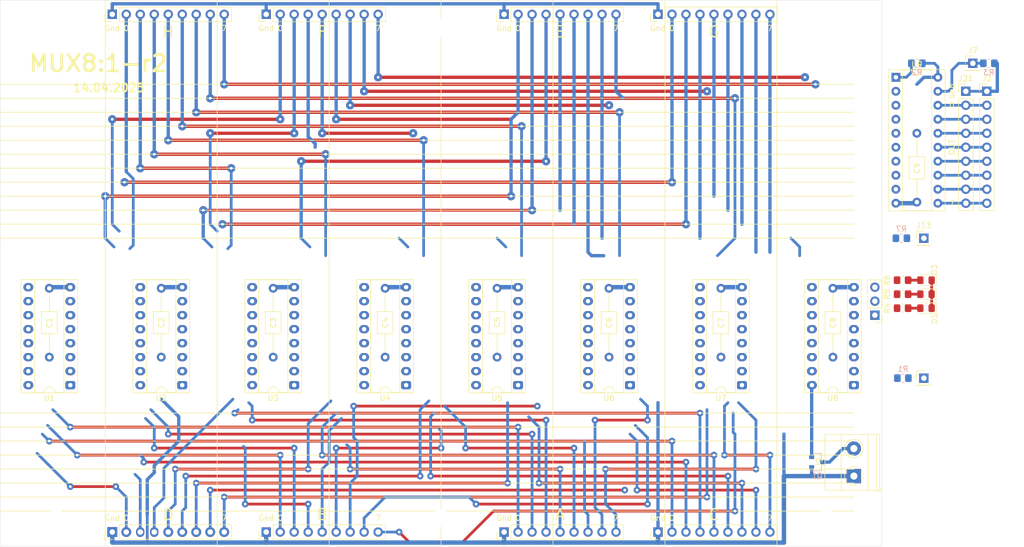
<source format=kicad_pcb>
(kicad_pcb (version 20171130) (host pcbnew "(5.1.8)-1")

  (general
    (thickness 1.6)
    (drawings 69)
    (tracks 472)
    (zones 0)
    (modules 50)
    (nets 102)
  )

  (page A4 portrait)
  (layers
    (0 F.Cu signal)
    (31 B.Cu signal)
    (32 B.Adhes user)
    (33 F.Adhes user)
    (34 B.Paste user)
    (35 F.Paste user)
    (36 B.SilkS user)
    (37 F.SilkS user)
    (38 B.Mask user)
    (39 F.Mask user)
    (40 Dwgs.User user)
    (41 Cmts.User user)
    (42 Eco1.User user)
    (43 Eco2.User user)
    (44 Edge.Cuts user)
    (45 Margin user)
    (46 B.CrtYd user)
    (47 F.CrtYd user)
    (48 B.Fab user)
    (49 F.Fab user)
  )

  (setup
    (last_trace_width 0.8)
    (user_trace_width 0.4)
    (user_trace_width 0.5)
    (user_trace_width 0.6)
    (user_trace_width 0.8)
    (user_trace_width 1.6)
    (trace_clearance 0.2)
    (zone_clearance 0.508)
    (zone_45_only no)
    (trace_min 0.2)
    (via_size 1.2)
    (via_drill 0.5)
    (via_min_size 0.4)
    (via_min_drill 0.3)
    (user_via 1.5 0.5)
    (user_via 2 1)
    (uvia_size 0.3)
    (uvia_drill 0.1)
    (uvias_allowed no)
    (uvia_min_size 0.2)
    (uvia_min_drill 0.1)
    (edge_width 0.05)
    (segment_width 0.5)
    (pcb_text_width 0.3)
    (pcb_text_size 1.5 1.5)
    (mod_edge_width 0.12)
    (mod_text_size 1 1)
    (mod_text_width 0.15)
    (pad_size 1.8 1.8)
    (pad_drill 1)
    (pad_to_mask_clearance 0)
    (aux_axis_origin 0 0)
    (visible_elements 7FFFFFFF)
    (pcbplotparams
      (layerselection 0x010f0_ffffffff)
      (usegerberextensions false)
      (usegerberattributes true)
      (usegerberadvancedattributes true)
      (creategerberjobfile false)
      (excludeedgelayer true)
      (linewidth 0.100000)
      (plotframeref false)
      (viasonmask false)
      (mode 1)
      (useauxorigin true)
      (hpglpennumber 1)
      (hpglpenspeed 20)
      (hpglpendiameter 15.000000)
      (psnegative false)
      (psa4output false)
      (plotreference true)
      (plotvalue true)
      (plotinvisibletext false)
      (padsonsilk false)
      (subtractmaskfromsilk false)
      (outputformat 1)
      (mirror false)
      (drillshape 0)
      (scaleselection 1)
      (outputdirectory "gerber/"))
  )

  (net 0 "")
  (net 1 GND)
  (net 2 VCC)
  (net 3 "Net-(D1-Pad2)")
  (net 4 "Net-(D2-Pad2)")
  (net 5 "Net-(D3-Pad2)")
  (net 6 /A7)
  (net 7 /A6)
  (net 8 /A5)
  (net 9 /A4)
  (net 10 /A3)
  (net 11 /A2)
  (net 12 /A1)
  (net 13 /A0)
  (net 14 /E7)
  (net 15 /E6)
  (net 16 /E5)
  (net 17 /E4)
  (net 18 /E3)
  (net 19 /E2)
  (net 20 /E1)
  (net 21 /E0)
  (net 22 /BUS7)
  (net 23 /BUS6)
  (net 24 /BUS5)
  (net 25 /BUS4)
  (net 26 /BUS3)
  (net 27 /BUS2)
  (net 28 /BUS1)
  (net 29 /BUS0)
  (net 30 /B7)
  (net 31 /B6)
  (net 32 /B5)
  (net 33 /B4)
  (net 34 /B3)
  (net 35 /B2)
  (net 36 /B1)
  (net 37 /B0)
  (net 38 /F7)
  (net 39 /F6)
  (net 40 /F5)
  (net 41 /F4)
  (net 42 /F3)
  (net 43 /F2)
  (net 44 /F1)
  (net 45 /F0)
  (net 46 /~OE)
  (net 47 /S2)
  (net 48 /S1)
  (net 49 /S0)
  (net 50 /C7)
  (net 51 /C6)
  (net 52 /C5)
  (net 53 /C4)
  (net 54 /C3)
  (net 55 /C2)
  (net 56 /C1)
  (net 57 /C0)
  (net 58 /G7)
  (net 59 /G6)
  (net 60 /G5)
  (net 61 /G4)
  (net 62 /G3)
  (net 63 /G2)
  (net 64 /G1)
  (net 65 /G0)
  (net 66 /~EL)
  (net 67 /D7)
  (net 68 /D6)
  (net 69 /D5)
  (net 70 /D4)
  (net 71 /D3)
  (net 72 /D2)
  (net 73 /D1)
  (net 74 /D0)
  (net 75 /H7)
  (net 76 /H6)
  (net 77 /H5)
  (net 78 /H4)
  (net 79 /H3)
  (net 80 /H2)
  (net 81 /H1)
  (net 82 /H0)
  (net 83 /~EH)
  (net 84 "Net-(R2-Pad1)")
  (net 85 "Net-(U1-Pad6)")
  (net 86 /O0)
  (net 87 "Net-(U2-Pad6)")
  (net 88 /O1)
  (net 89 "Net-(U3-Pad6)")
  (net 90 /O2)
  (net 91 "Net-(U4-Pad6)")
  (net 92 /O3)
  (net 93 "Net-(U5-Pad6)")
  (net 94 /O4)
  (net 95 "Net-(U6-Pad6)")
  (net 96 /O5)
  (net 97 "Net-(U7-Pad6)")
  (net 98 /O6)
  (net 99 "Net-(U8-Pad6)")
  (net 100 /O7)
  (net 101 "Net-(J9-Pad2)")

  (net_class Default "This is the default net class."
    (clearance 0.2)
    (trace_width 0.5)
    (via_dia 1.2)
    (via_drill 0.5)
    (uvia_dia 0.3)
    (uvia_drill 0.1)
    (add_net /A0)
    (add_net /A1)
    (add_net /A2)
    (add_net /A3)
    (add_net /A4)
    (add_net /A5)
    (add_net /A6)
    (add_net /A7)
    (add_net /B0)
    (add_net /B1)
    (add_net /B2)
    (add_net /B3)
    (add_net /B4)
    (add_net /B5)
    (add_net /B6)
    (add_net /B7)
    (add_net /BUS0)
    (add_net /BUS1)
    (add_net /BUS2)
    (add_net /BUS3)
    (add_net /BUS4)
    (add_net /BUS5)
    (add_net /BUS6)
    (add_net /BUS7)
    (add_net /C0)
    (add_net /C1)
    (add_net /C2)
    (add_net /C3)
    (add_net /C4)
    (add_net /C5)
    (add_net /C6)
    (add_net /C7)
    (add_net /D0)
    (add_net /D1)
    (add_net /D2)
    (add_net /D3)
    (add_net /D4)
    (add_net /D5)
    (add_net /D6)
    (add_net /D7)
    (add_net /E0)
    (add_net /E1)
    (add_net /E2)
    (add_net /E3)
    (add_net /E4)
    (add_net /E5)
    (add_net /E6)
    (add_net /E7)
    (add_net /F0)
    (add_net /F1)
    (add_net /F2)
    (add_net /F3)
    (add_net /F4)
    (add_net /F5)
    (add_net /F6)
    (add_net /F7)
    (add_net /G0)
    (add_net /G1)
    (add_net /G2)
    (add_net /G3)
    (add_net /G4)
    (add_net /G5)
    (add_net /G6)
    (add_net /G7)
    (add_net /H0)
    (add_net /H1)
    (add_net /H2)
    (add_net /H3)
    (add_net /H4)
    (add_net /H5)
    (add_net /H6)
    (add_net /H7)
    (add_net /O0)
    (add_net /O1)
    (add_net /O2)
    (add_net /O3)
    (add_net /O4)
    (add_net /O5)
    (add_net /O6)
    (add_net /O7)
    (add_net /S0)
    (add_net /S1)
    (add_net /S2)
    (add_net /~EH)
    (add_net /~EL)
    (add_net /~OE)
    (add_net GND)
    (add_net "Net-(D1-Pad2)")
    (add_net "Net-(D2-Pad2)")
    (add_net "Net-(D3-Pad2)")
    (add_net "Net-(J9-Pad2)")
    (add_net "Net-(R2-Pad1)")
    (add_net "Net-(U1-Pad6)")
    (add_net "Net-(U2-Pad6)")
    (add_net "Net-(U3-Pad6)")
    (add_net "Net-(U4-Pad6)")
    (add_net "Net-(U5-Pad6)")
    (add_net "Net-(U6-Pad6)")
    (add_net "Net-(U7-Pad6)")
    (add_net "Net-(U8-Pad6)")
    (add_net VCC)
  )

  (module Capacitor_THT:C_Axial_L3.8mm_D2.6mm_P12.50mm_Horizontal (layer F.Cu) (tedit 5AE50EF0) (tstamp 658CC52D)
    (at 189.23 54.61 270)
    (descr "C, Axial series, Axial, Horizontal, pin pitch=12.5mm, , length*diameter=3.8*2.6mm^2, http://www.vishay.com/docs/45231/arseries.pdf")
    (tags "C Axial series Axial Horizontal pin pitch 12.5mm  length 3.8mm diameter 2.6mm")
    (path /63FF5B82)
    (fp_text reference C9 (at 6.35 0 90) (layer F.SilkS)
      (effects (font (size 1 1) (thickness 0.15)))
    )
    (fp_text value 0.1uF (at 6.25 2.42 90) (layer F.Fab)
      (effects (font (size 1 1) (thickness 0.15)))
    )
    (fp_text user %R (at 6.25 0 90) (layer F.Fab)
      (effects (font (size 0.76 0.76) (thickness 0.114)))
    )
    (fp_line (start 4.35 -1.3) (end 4.35 1.3) (layer F.Fab) (width 0.1))
    (fp_line (start 4.35 1.3) (end 8.15 1.3) (layer F.Fab) (width 0.1))
    (fp_line (start 8.15 1.3) (end 8.15 -1.3) (layer F.Fab) (width 0.1))
    (fp_line (start 8.15 -1.3) (end 4.35 -1.3) (layer F.Fab) (width 0.1))
    (fp_line (start 0 0) (end 4.35 0) (layer F.Fab) (width 0.1))
    (fp_line (start 12.5 0) (end 8.15 0) (layer F.Fab) (width 0.1))
    (fp_line (start 4.23 -1.42) (end 4.23 1.42) (layer F.SilkS) (width 0.12))
    (fp_line (start 4.23 1.42) (end 8.27 1.42) (layer F.SilkS) (width 0.12))
    (fp_line (start 8.27 1.42) (end 8.27 -1.42) (layer F.SilkS) (width 0.12))
    (fp_line (start 8.27 -1.42) (end 4.23 -1.42) (layer F.SilkS) (width 0.12))
    (fp_line (start 1.04 0) (end 4.23 0) (layer F.SilkS) (width 0.12))
    (fp_line (start 11.46 0) (end 8.27 0) (layer F.SilkS) (width 0.12))
    (fp_line (start -1.05 -1.55) (end -1.05 1.55) (layer F.CrtYd) (width 0.05))
    (fp_line (start -1.05 1.55) (end 13.55 1.55) (layer F.CrtYd) (width 0.05))
    (fp_line (start 13.55 1.55) (end 13.55 -1.55) (layer F.CrtYd) (width 0.05))
    (fp_line (start 13.55 -1.55) (end -1.05 -1.55) (layer F.CrtYd) (width 0.05))
    (pad 2 thru_hole oval (at 12.5 0 270) (size 1.6 1.6) (drill 0.8) (layers *.Cu *.Mask)
      (net 1 GND))
    (pad 1 thru_hole circle (at 0 0 270) (size 1.6 1.6) (drill 0.8) (layers *.Cu *.Mask)
      (net 2 VCC))
    (model ${KISYS3DMOD}/Capacitor_THT.3dshapes/C_Axial_L3.8mm_D2.6mm_P12.50mm_Horizontal.wrl
      (at (xyz 0 0 0))
      (scale (xyz 1 1 1))
      (rotate (xyz 0 0 0))
    )
  )

  (module Capacitor_THT:C_Axial_L3.8mm_D2.6mm_P12.50mm_Horizontal (layer F.Cu) (tedit 5AE50EF0) (tstamp 658CC516)
    (at 173.99 95.25 90)
    (descr "C, Axial series, Axial, Horizontal, pin pitch=12.5mm, , length*diameter=3.8*2.6mm^2, http://www.vishay.com/docs/45231/arseries.pdf")
    (tags "C Axial series Axial Horizontal pin pitch 12.5mm  length 3.8mm diameter 2.6mm")
    (path /628EB450)
    (fp_text reference C8 (at 6.25 0 90) (layer F.SilkS)
      (effects (font (size 1 1) (thickness 0.15)))
    )
    (fp_text value 0.1uF (at 6.25 2.42 90) (layer F.Fab)
      (effects (font (size 1 1) (thickness 0.15)))
    )
    (fp_text user %R (at 6.25 0 90) (layer F.Fab)
      (effects (font (size 0.76 0.76) (thickness 0.114)))
    )
    (fp_line (start 4.35 -1.3) (end 4.35 1.3) (layer F.Fab) (width 0.1))
    (fp_line (start 4.35 1.3) (end 8.15 1.3) (layer F.Fab) (width 0.1))
    (fp_line (start 8.15 1.3) (end 8.15 -1.3) (layer F.Fab) (width 0.1))
    (fp_line (start 8.15 -1.3) (end 4.35 -1.3) (layer F.Fab) (width 0.1))
    (fp_line (start 0 0) (end 4.35 0) (layer F.Fab) (width 0.1))
    (fp_line (start 12.5 0) (end 8.15 0) (layer F.Fab) (width 0.1))
    (fp_line (start 4.23 -1.42) (end 4.23 1.42) (layer F.SilkS) (width 0.12))
    (fp_line (start 4.23 1.42) (end 8.27 1.42) (layer F.SilkS) (width 0.12))
    (fp_line (start 8.27 1.42) (end 8.27 -1.42) (layer F.SilkS) (width 0.12))
    (fp_line (start 8.27 -1.42) (end 4.23 -1.42) (layer F.SilkS) (width 0.12))
    (fp_line (start 1.04 0) (end 4.23 0) (layer F.SilkS) (width 0.12))
    (fp_line (start 11.46 0) (end 8.27 0) (layer F.SilkS) (width 0.12))
    (fp_line (start -1.05 -1.55) (end -1.05 1.55) (layer F.CrtYd) (width 0.05))
    (fp_line (start -1.05 1.55) (end 13.55 1.55) (layer F.CrtYd) (width 0.05))
    (fp_line (start 13.55 1.55) (end 13.55 -1.55) (layer F.CrtYd) (width 0.05))
    (fp_line (start 13.55 -1.55) (end -1.05 -1.55) (layer F.CrtYd) (width 0.05))
    (pad 2 thru_hole oval (at 12.5 0 90) (size 1.6 1.6) (drill 0.8) (layers *.Cu *.Mask)
      (net 1 GND))
    (pad 1 thru_hole circle (at 0 0 90) (size 1.6 1.6) (drill 0.8) (layers *.Cu *.Mask)
      (net 2 VCC))
    (model ${KISYS3DMOD}/Capacitor_THT.3dshapes/C_Axial_L3.8mm_D2.6mm_P12.50mm_Horizontal.wrl
      (at (xyz 0 0 0))
      (scale (xyz 1 1 1))
      (rotate (xyz 0 0 0))
    )
  )

  (module Capacitor_THT:C_Axial_L3.8mm_D2.6mm_P12.50mm_Horizontal (layer F.Cu) (tedit 5AE50EF0) (tstamp 658CC4FF)
    (at 153.67 95.25 90)
    (descr "C, Axial series, Axial, Horizontal, pin pitch=12.5mm, , length*diameter=3.8*2.6mm^2, http://www.vishay.com/docs/45231/arseries.pdf")
    (tags "C Axial series Axial Horizontal pin pitch 12.5mm  length 3.8mm diameter 2.6mm")
    (path /628EB43E)
    (fp_text reference C7 (at 6.25 0 90) (layer F.SilkS)
      (effects (font (size 1 1) (thickness 0.15)))
    )
    (fp_text value 0.1uF (at 6.25 2.42 90) (layer F.Fab)
      (effects (font (size 1 1) (thickness 0.15)))
    )
    (fp_text user %R (at 6.25 0 90) (layer F.Fab)
      (effects (font (size 0.76 0.76) (thickness 0.114)))
    )
    (fp_line (start 4.35 -1.3) (end 4.35 1.3) (layer F.Fab) (width 0.1))
    (fp_line (start 4.35 1.3) (end 8.15 1.3) (layer F.Fab) (width 0.1))
    (fp_line (start 8.15 1.3) (end 8.15 -1.3) (layer F.Fab) (width 0.1))
    (fp_line (start 8.15 -1.3) (end 4.35 -1.3) (layer F.Fab) (width 0.1))
    (fp_line (start 0 0) (end 4.35 0) (layer F.Fab) (width 0.1))
    (fp_line (start 12.5 0) (end 8.15 0) (layer F.Fab) (width 0.1))
    (fp_line (start 4.23 -1.42) (end 4.23 1.42) (layer F.SilkS) (width 0.12))
    (fp_line (start 4.23 1.42) (end 8.27 1.42) (layer F.SilkS) (width 0.12))
    (fp_line (start 8.27 1.42) (end 8.27 -1.42) (layer F.SilkS) (width 0.12))
    (fp_line (start 8.27 -1.42) (end 4.23 -1.42) (layer F.SilkS) (width 0.12))
    (fp_line (start 1.04 0) (end 4.23 0) (layer F.SilkS) (width 0.12))
    (fp_line (start 11.46 0) (end 8.27 0) (layer F.SilkS) (width 0.12))
    (fp_line (start -1.05 -1.55) (end -1.05 1.55) (layer F.CrtYd) (width 0.05))
    (fp_line (start -1.05 1.55) (end 13.55 1.55) (layer F.CrtYd) (width 0.05))
    (fp_line (start 13.55 1.55) (end 13.55 -1.55) (layer F.CrtYd) (width 0.05))
    (fp_line (start 13.55 -1.55) (end -1.05 -1.55) (layer F.CrtYd) (width 0.05))
    (pad 2 thru_hole oval (at 12.5 0 90) (size 1.6 1.6) (drill 0.8) (layers *.Cu *.Mask)
      (net 1 GND))
    (pad 1 thru_hole circle (at 0 0 90) (size 1.6 1.6) (drill 0.8) (layers *.Cu *.Mask)
      (net 2 VCC))
    (model ${KISYS3DMOD}/Capacitor_THT.3dshapes/C_Axial_L3.8mm_D2.6mm_P12.50mm_Horizontal.wrl
      (at (xyz 0 0 0))
      (scale (xyz 1 1 1))
      (rotate (xyz 0 0 0))
    )
  )

  (module Capacitor_THT:C_Axial_L3.8mm_D2.6mm_P12.50mm_Horizontal (layer F.Cu) (tedit 5AE50EF0) (tstamp 658CC4E8)
    (at 133.35 95.25 90)
    (descr "C, Axial series, Axial, Horizontal, pin pitch=12.5mm, , length*diameter=3.8*2.6mm^2, http://www.vishay.com/docs/45231/arseries.pdf")
    (tags "C Axial series Axial Horizontal pin pitch 12.5mm  length 3.8mm diameter 2.6mm")
    (path /628EB42C)
    (fp_text reference C6 (at 6.25 0 90) (layer F.SilkS)
      (effects (font (size 1 1) (thickness 0.15)))
    )
    (fp_text value 0.1uF (at 6.25 2.42 90) (layer F.Fab)
      (effects (font (size 1 1) (thickness 0.15)))
    )
    (fp_text user %R (at 6.25 0 90) (layer F.Fab)
      (effects (font (size 0.76 0.76) (thickness 0.114)))
    )
    (fp_line (start 4.35 -1.3) (end 4.35 1.3) (layer F.Fab) (width 0.1))
    (fp_line (start 4.35 1.3) (end 8.15 1.3) (layer F.Fab) (width 0.1))
    (fp_line (start 8.15 1.3) (end 8.15 -1.3) (layer F.Fab) (width 0.1))
    (fp_line (start 8.15 -1.3) (end 4.35 -1.3) (layer F.Fab) (width 0.1))
    (fp_line (start 0 0) (end 4.35 0) (layer F.Fab) (width 0.1))
    (fp_line (start 12.5 0) (end 8.15 0) (layer F.Fab) (width 0.1))
    (fp_line (start 4.23 -1.42) (end 4.23 1.42) (layer F.SilkS) (width 0.12))
    (fp_line (start 4.23 1.42) (end 8.27 1.42) (layer F.SilkS) (width 0.12))
    (fp_line (start 8.27 1.42) (end 8.27 -1.42) (layer F.SilkS) (width 0.12))
    (fp_line (start 8.27 -1.42) (end 4.23 -1.42) (layer F.SilkS) (width 0.12))
    (fp_line (start 1.04 0) (end 4.23 0) (layer F.SilkS) (width 0.12))
    (fp_line (start 11.46 0) (end 8.27 0) (layer F.SilkS) (width 0.12))
    (fp_line (start -1.05 -1.55) (end -1.05 1.55) (layer F.CrtYd) (width 0.05))
    (fp_line (start -1.05 1.55) (end 13.55 1.55) (layer F.CrtYd) (width 0.05))
    (fp_line (start 13.55 1.55) (end 13.55 -1.55) (layer F.CrtYd) (width 0.05))
    (fp_line (start 13.55 -1.55) (end -1.05 -1.55) (layer F.CrtYd) (width 0.05))
    (pad 2 thru_hole oval (at 12.5 0 90) (size 1.6 1.6) (drill 0.8) (layers *.Cu *.Mask)
      (net 1 GND))
    (pad 1 thru_hole circle (at 0 0 90) (size 1.6 1.6) (drill 0.8) (layers *.Cu *.Mask)
      (net 2 VCC))
    (model ${KISYS3DMOD}/Capacitor_THT.3dshapes/C_Axial_L3.8mm_D2.6mm_P12.50mm_Horizontal.wrl
      (at (xyz 0 0 0))
      (scale (xyz 1 1 1))
      (rotate (xyz 0 0 0))
    )
  )

  (module Capacitor_THT:C_Axial_L3.8mm_D2.6mm_P12.50mm_Horizontal (layer F.Cu) (tedit 5AE50EF0) (tstamp 658CC4D1)
    (at 113.03 95.25 90)
    (descr "C, Axial series, Axial, Horizontal, pin pitch=12.5mm, , length*diameter=3.8*2.6mm^2, http://www.vishay.com/docs/45231/arseries.pdf")
    (tags "C Axial series Axial Horizontal pin pitch 12.5mm  length 3.8mm diameter 2.6mm")
    (path /628EB41A)
    (fp_text reference C5 (at 6.35 0 90) (layer F.SilkS)
      (effects (font (size 1 1) (thickness 0.15)))
    )
    (fp_text value 0.1uF (at 6.25 2.42 90) (layer F.Fab)
      (effects (font (size 1 1) (thickness 0.15)))
    )
    (fp_text user %R (at 6.25 0 90) (layer F.Fab)
      (effects (font (size 0.76 0.76) (thickness 0.114)))
    )
    (fp_line (start 4.35 -1.3) (end 4.35 1.3) (layer F.Fab) (width 0.1))
    (fp_line (start 4.35 1.3) (end 8.15 1.3) (layer F.Fab) (width 0.1))
    (fp_line (start 8.15 1.3) (end 8.15 -1.3) (layer F.Fab) (width 0.1))
    (fp_line (start 8.15 -1.3) (end 4.35 -1.3) (layer F.Fab) (width 0.1))
    (fp_line (start 0 0) (end 4.35 0) (layer F.Fab) (width 0.1))
    (fp_line (start 12.5 0) (end 8.15 0) (layer F.Fab) (width 0.1))
    (fp_line (start 4.23 -1.42) (end 4.23 1.42) (layer F.SilkS) (width 0.12))
    (fp_line (start 4.23 1.42) (end 8.27 1.42) (layer F.SilkS) (width 0.12))
    (fp_line (start 8.27 1.42) (end 8.27 -1.42) (layer F.SilkS) (width 0.12))
    (fp_line (start 8.27 -1.42) (end 4.23 -1.42) (layer F.SilkS) (width 0.12))
    (fp_line (start 1.04 0) (end 4.23 0) (layer F.SilkS) (width 0.12))
    (fp_line (start 11.46 0) (end 8.27 0) (layer F.SilkS) (width 0.12))
    (fp_line (start -1.05 -1.55) (end -1.05 1.55) (layer F.CrtYd) (width 0.05))
    (fp_line (start -1.05 1.55) (end 13.55 1.55) (layer F.CrtYd) (width 0.05))
    (fp_line (start 13.55 1.55) (end 13.55 -1.55) (layer F.CrtYd) (width 0.05))
    (fp_line (start 13.55 -1.55) (end -1.05 -1.55) (layer F.CrtYd) (width 0.05))
    (pad 2 thru_hole oval (at 12.5 0 90) (size 1.6 1.6) (drill 0.8) (layers *.Cu *.Mask)
      (net 1 GND))
    (pad 1 thru_hole circle (at 0 0 90) (size 1.6 1.6) (drill 0.8) (layers *.Cu *.Mask)
      (net 2 VCC))
    (model ${KISYS3DMOD}/Capacitor_THT.3dshapes/C_Axial_L3.8mm_D2.6mm_P12.50mm_Horizontal.wrl
      (at (xyz 0 0 0))
      (scale (xyz 1 1 1))
      (rotate (xyz 0 0 0))
    )
  )

  (module Capacitor_THT:C_Axial_L3.8mm_D2.6mm_P12.50mm_Horizontal (layer F.Cu) (tedit 5AE50EF0) (tstamp 658CC4BA)
    (at 92.71 95.25 90)
    (descr "C, Axial series, Axial, Horizontal, pin pitch=12.5mm, , length*diameter=3.8*2.6mm^2, http://www.vishay.com/docs/45231/arseries.pdf")
    (tags "C Axial series Axial Horizontal pin pitch 12.5mm  length 3.8mm diameter 2.6mm")
    (path /628E3393)
    (fp_text reference C4 (at 6.25 0 90) (layer F.SilkS)
      (effects (font (size 1 1) (thickness 0.15)))
    )
    (fp_text value 0.1uF (at 6.25 2.42 90) (layer F.Fab)
      (effects (font (size 1 1) (thickness 0.15)))
    )
    (fp_text user %R (at 6.25 0 90) (layer F.Fab)
      (effects (font (size 0.76 0.76) (thickness 0.114)))
    )
    (fp_line (start 4.35 -1.3) (end 4.35 1.3) (layer F.Fab) (width 0.1))
    (fp_line (start 4.35 1.3) (end 8.15 1.3) (layer F.Fab) (width 0.1))
    (fp_line (start 8.15 1.3) (end 8.15 -1.3) (layer F.Fab) (width 0.1))
    (fp_line (start 8.15 -1.3) (end 4.35 -1.3) (layer F.Fab) (width 0.1))
    (fp_line (start 0 0) (end 4.35 0) (layer F.Fab) (width 0.1))
    (fp_line (start 12.5 0) (end 8.15 0) (layer F.Fab) (width 0.1))
    (fp_line (start 4.23 -1.42) (end 4.23 1.42) (layer F.SilkS) (width 0.12))
    (fp_line (start 4.23 1.42) (end 8.27 1.42) (layer F.SilkS) (width 0.12))
    (fp_line (start 8.27 1.42) (end 8.27 -1.42) (layer F.SilkS) (width 0.12))
    (fp_line (start 8.27 -1.42) (end 4.23 -1.42) (layer F.SilkS) (width 0.12))
    (fp_line (start 1.04 0) (end 4.23 0) (layer F.SilkS) (width 0.12))
    (fp_line (start 11.46 0) (end 8.27 0) (layer F.SilkS) (width 0.12))
    (fp_line (start -1.05 -1.55) (end -1.05 1.55) (layer F.CrtYd) (width 0.05))
    (fp_line (start -1.05 1.55) (end 13.55 1.55) (layer F.CrtYd) (width 0.05))
    (fp_line (start 13.55 1.55) (end 13.55 -1.55) (layer F.CrtYd) (width 0.05))
    (fp_line (start 13.55 -1.55) (end -1.05 -1.55) (layer F.CrtYd) (width 0.05))
    (pad 2 thru_hole oval (at 12.5 0 90) (size 1.6 1.6) (drill 0.8) (layers *.Cu *.Mask)
      (net 1 GND))
    (pad 1 thru_hole circle (at 0 0 90) (size 1.6 1.6) (drill 0.8) (layers *.Cu *.Mask)
      (net 2 VCC))
    (model ${KISYS3DMOD}/Capacitor_THT.3dshapes/C_Axial_L3.8mm_D2.6mm_P12.50mm_Horizontal.wrl
      (at (xyz 0 0 0))
      (scale (xyz 1 1 1))
      (rotate (xyz 0 0 0))
    )
  )

  (module Capacitor_THT:C_Axial_L3.8mm_D2.6mm_P12.50mm_Horizontal (layer F.Cu) (tedit 5AE50EF0) (tstamp 658CC4A3)
    (at 72.39 95.25 90)
    (descr "C, Axial series, Axial, Horizontal, pin pitch=12.5mm, , length*diameter=3.8*2.6mm^2, http://www.vishay.com/docs/45231/arseries.pdf")
    (tags "C Axial series Axial Horizontal pin pitch 12.5mm  length 3.8mm diameter 2.6mm")
    (path /628E2564)
    (fp_text reference C3 (at 6.25 0 90) (layer F.SilkS)
      (effects (font (size 1 1) (thickness 0.15)))
    )
    (fp_text value 0.1uF (at 6.25 2.42 90) (layer F.Fab)
      (effects (font (size 1 1) (thickness 0.15)))
    )
    (fp_text user %R (at 6.25 0 90) (layer F.Fab)
      (effects (font (size 0.76 0.76) (thickness 0.114)))
    )
    (fp_line (start 4.35 -1.3) (end 4.35 1.3) (layer F.Fab) (width 0.1))
    (fp_line (start 4.35 1.3) (end 8.15 1.3) (layer F.Fab) (width 0.1))
    (fp_line (start 8.15 1.3) (end 8.15 -1.3) (layer F.Fab) (width 0.1))
    (fp_line (start 8.15 -1.3) (end 4.35 -1.3) (layer F.Fab) (width 0.1))
    (fp_line (start 0 0) (end 4.35 0) (layer F.Fab) (width 0.1))
    (fp_line (start 12.5 0) (end 8.15 0) (layer F.Fab) (width 0.1))
    (fp_line (start 4.23 -1.42) (end 4.23 1.42) (layer F.SilkS) (width 0.12))
    (fp_line (start 4.23 1.42) (end 8.27 1.42) (layer F.SilkS) (width 0.12))
    (fp_line (start 8.27 1.42) (end 8.27 -1.42) (layer F.SilkS) (width 0.12))
    (fp_line (start 8.27 -1.42) (end 4.23 -1.42) (layer F.SilkS) (width 0.12))
    (fp_line (start 1.04 0) (end 4.23 0) (layer F.SilkS) (width 0.12))
    (fp_line (start 11.46 0) (end 8.27 0) (layer F.SilkS) (width 0.12))
    (fp_line (start -1.05 -1.55) (end -1.05 1.55) (layer F.CrtYd) (width 0.05))
    (fp_line (start -1.05 1.55) (end 13.55 1.55) (layer F.CrtYd) (width 0.05))
    (fp_line (start 13.55 1.55) (end 13.55 -1.55) (layer F.CrtYd) (width 0.05))
    (fp_line (start 13.55 -1.55) (end -1.05 -1.55) (layer F.CrtYd) (width 0.05))
    (pad 2 thru_hole oval (at 12.5 0 90) (size 1.6 1.6) (drill 0.8) (layers *.Cu *.Mask)
      (net 1 GND))
    (pad 1 thru_hole circle (at 0 0 90) (size 1.6 1.6) (drill 0.8) (layers *.Cu *.Mask)
      (net 2 VCC))
    (model ${KISYS3DMOD}/Capacitor_THT.3dshapes/C_Axial_L3.8mm_D2.6mm_P12.50mm_Horizontal.wrl
      (at (xyz 0 0 0))
      (scale (xyz 1 1 1))
      (rotate (xyz 0 0 0))
    )
  )

  (module Capacitor_THT:C_Axial_L3.8mm_D2.6mm_P12.50mm_Horizontal (layer F.Cu) (tedit 5AE50EF0) (tstamp 658CC48C)
    (at 52.07 95.25 90)
    (descr "C, Axial series, Axial, Horizontal, pin pitch=12.5mm, , length*diameter=3.8*2.6mm^2, http://www.vishay.com/docs/45231/arseries.pdf")
    (tags "C Axial series Axial Horizontal pin pitch 12.5mm  length 3.8mm diameter 2.6mm")
    (path /628E1678)
    (fp_text reference C2 (at 6.25 0 90) (layer F.SilkS)
      (effects (font (size 1 1) (thickness 0.15)))
    )
    (fp_text value 0.1uF (at 6.25 2.42 90) (layer F.Fab)
      (effects (font (size 1 1) (thickness 0.15)))
    )
    (fp_text user %R (at 6.25 0 90) (layer F.Fab)
      (effects (font (size 0.76 0.76) (thickness 0.114)))
    )
    (fp_line (start 4.35 -1.3) (end 4.35 1.3) (layer F.Fab) (width 0.1))
    (fp_line (start 4.35 1.3) (end 8.15 1.3) (layer F.Fab) (width 0.1))
    (fp_line (start 8.15 1.3) (end 8.15 -1.3) (layer F.Fab) (width 0.1))
    (fp_line (start 8.15 -1.3) (end 4.35 -1.3) (layer F.Fab) (width 0.1))
    (fp_line (start 0 0) (end 4.35 0) (layer F.Fab) (width 0.1))
    (fp_line (start 12.5 0) (end 8.15 0) (layer F.Fab) (width 0.1))
    (fp_line (start 4.23 -1.42) (end 4.23 1.42) (layer F.SilkS) (width 0.12))
    (fp_line (start 4.23 1.42) (end 8.27 1.42) (layer F.SilkS) (width 0.12))
    (fp_line (start 8.27 1.42) (end 8.27 -1.42) (layer F.SilkS) (width 0.12))
    (fp_line (start 8.27 -1.42) (end 4.23 -1.42) (layer F.SilkS) (width 0.12))
    (fp_line (start 1.04 0) (end 4.23 0) (layer F.SilkS) (width 0.12))
    (fp_line (start 11.46 0) (end 8.27 0) (layer F.SilkS) (width 0.12))
    (fp_line (start -1.05 -1.55) (end -1.05 1.55) (layer F.CrtYd) (width 0.05))
    (fp_line (start -1.05 1.55) (end 13.55 1.55) (layer F.CrtYd) (width 0.05))
    (fp_line (start 13.55 1.55) (end 13.55 -1.55) (layer F.CrtYd) (width 0.05))
    (fp_line (start 13.55 -1.55) (end -1.05 -1.55) (layer F.CrtYd) (width 0.05))
    (pad 2 thru_hole oval (at 12.5 0 90) (size 1.6 1.6) (drill 0.8) (layers *.Cu *.Mask)
      (net 1 GND))
    (pad 1 thru_hole circle (at 0 0 90) (size 1.6 1.6) (drill 0.8) (layers *.Cu *.Mask)
      (net 2 VCC))
    (model ${KISYS3DMOD}/Capacitor_THT.3dshapes/C_Axial_L3.8mm_D2.6mm_P12.50mm_Horizontal.wrl
      (at (xyz 0 0 0))
      (scale (xyz 1 1 1))
      (rotate (xyz 0 0 0))
    )
  )

  (module Capacitor_THT:C_Axial_L3.8mm_D2.6mm_P12.50mm_Horizontal (layer F.Cu) (tedit 5AE50EF0) (tstamp 658CC475)
    (at 31.75 95.25 90)
    (descr "C, Axial series, Axial, Horizontal, pin pitch=12.5mm, , length*diameter=3.8*2.6mm^2, http://www.vishay.com/docs/45231/arseries.pdf")
    (tags "C Axial series Axial Horizontal pin pitch 12.5mm  length 3.8mm diameter 2.6mm")
    (path /628DDE66)
    (fp_text reference C1 (at 6.25 0 90) (layer F.SilkS)
      (effects (font (size 1 1) (thickness 0.15)))
    )
    (fp_text value 0.1uF (at 6.25 2.42 90) (layer F.Fab)
      (effects (font (size 1 1) (thickness 0.15)))
    )
    (fp_text user %R (at 6.25 0 90) (layer F.Fab)
      (effects (font (size 0.76 0.76) (thickness 0.114)))
    )
    (fp_line (start 4.35 -1.3) (end 4.35 1.3) (layer F.Fab) (width 0.1))
    (fp_line (start 4.35 1.3) (end 8.15 1.3) (layer F.Fab) (width 0.1))
    (fp_line (start 8.15 1.3) (end 8.15 -1.3) (layer F.Fab) (width 0.1))
    (fp_line (start 8.15 -1.3) (end 4.35 -1.3) (layer F.Fab) (width 0.1))
    (fp_line (start 0 0) (end 4.35 0) (layer F.Fab) (width 0.1))
    (fp_line (start 12.5 0) (end 8.15 0) (layer F.Fab) (width 0.1))
    (fp_line (start 4.23 -1.42) (end 4.23 1.42) (layer F.SilkS) (width 0.12))
    (fp_line (start 4.23 1.42) (end 8.27 1.42) (layer F.SilkS) (width 0.12))
    (fp_line (start 8.27 1.42) (end 8.27 -1.42) (layer F.SilkS) (width 0.12))
    (fp_line (start 8.27 -1.42) (end 4.23 -1.42) (layer F.SilkS) (width 0.12))
    (fp_line (start 1.04 0) (end 4.23 0) (layer F.SilkS) (width 0.12))
    (fp_line (start 11.46 0) (end 8.27 0) (layer F.SilkS) (width 0.12))
    (fp_line (start -1.05 -1.55) (end -1.05 1.55) (layer F.CrtYd) (width 0.05))
    (fp_line (start -1.05 1.55) (end 13.55 1.55) (layer F.CrtYd) (width 0.05))
    (fp_line (start 13.55 1.55) (end 13.55 -1.55) (layer F.CrtYd) (width 0.05))
    (fp_line (start 13.55 -1.55) (end -1.05 -1.55) (layer F.CrtYd) (width 0.05))
    (pad 2 thru_hole oval (at 12.5 0 90) (size 1.6 1.6) (drill 0.8) (layers *.Cu *.Mask)
      (net 1 GND))
    (pad 1 thru_hole circle (at 0 0 90) (size 1.6 1.6) (drill 0.8) (layers *.Cu *.Mask)
      (net 2 VCC))
    (model ${KISYS3DMOD}/Capacitor_THT.3dshapes/C_Axial_L3.8mm_D2.6mm_P12.50mm_Horizontal.wrl
      (at (xyz 0 0 0))
      (scale (xyz 1 1 1))
      (rotate (xyz 0 0 0))
    )
  )

  (module Package_TO_SOT_SMD:SOT-23 (layer B.Cu) (tedit 5A02FF57) (tstamp 67FC2E56)
    (at 171.1325 114.3)
    (descr "SOT-23, Standard")
    (tags SOT-23)
    (path /67FD1FEE)
    (attr smd)
    (fp_text reference Q1 (at 0 2.5) (layer B.SilkS)
      (effects (font (size 1 1) (thickness 0.15)) (justify mirror))
    )
    (fp_text value IRLML5203 (at 0 -2.5) (layer B.Fab)
      (effects (font (size 1 1) (thickness 0.15)) (justify mirror))
    )
    (fp_line (start -0.7 0.95) (end -0.7 -1.5) (layer B.Fab) (width 0.1))
    (fp_line (start -0.15 1.52) (end 0.7 1.52) (layer B.Fab) (width 0.1))
    (fp_line (start -0.7 0.95) (end -0.15 1.52) (layer B.Fab) (width 0.1))
    (fp_line (start 0.7 1.52) (end 0.7 -1.52) (layer B.Fab) (width 0.1))
    (fp_line (start -0.7 -1.52) (end 0.7 -1.52) (layer B.Fab) (width 0.1))
    (fp_line (start 0.76 -1.58) (end 0.76 -0.65) (layer B.SilkS) (width 0.12))
    (fp_line (start 0.76 1.58) (end 0.76 0.65) (layer B.SilkS) (width 0.12))
    (fp_line (start -1.7 1.75) (end 1.7 1.75) (layer B.CrtYd) (width 0.05))
    (fp_line (start 1.7 1.75) (end 1.7 -1.75) (layer B.CrtYd) (width 0.05))
    (fp_line (start 1.7 -1.75) (end -1.7 -1.75) (layer B.CrtYd) (width 0.05))
    (fp_line (start -1.7 -1.75) (end -1.7 1.75) (layer B.CrtYd) (width 0.05))
    (fp_line (start 0.76 1.58) (end -1.4 1.58) (layer B.SilkS) (width 0.12))
    (fp_line (start 0.76 -1.58) (end -0.7 -1.58) (layer B.SilkS) (width 0.12))
    (fp_text user %R (at 0 0 -90) (layer B.Fab)
      (effects (font (size 0.5 0.5) (thickness 0.075)) (justify mirror))
    )
    (pad 3 smd rect (at 1 0) (size 0.9 0.8) (layers B.Cu B.Paste B.Mask)
      (net 101 "Net-(J9-Pad2)"))
    (pad 2 smd rect (at -1 -0.95) (size 0.9 0.8) (layers B.Cu B.Paste B.Mask)
      (net 2 VCC))
    (pad 1 smd rect (at -1 0.95) (size 0.9 0.8) (layers B.Cu B.Paste B.Mask)
      (net 1 GND))
    (model ${KISYS3DMOD}/Package_TO_SOT_SMD.3dshapes/SOT-23.wrl
      (at (xyz 0 0 0))
      (scale (xyz 1 1 1))
      (rotate (xyz 0 0 0))
    )
  )

  (module Connector_PinHeader_2.54mm:PinHeader_1x01_P2.54mm_Vertical (layer F.Cu) (tedit 59FED5CC) (tstamp 6594B00D)
    (at 190.5 99.06)
    (descr "Through hole straight pin header, 1x01, 2.54mm pitch, single row")
    (tags "Through hole pin header THT 1x01 2.54mm single row")
    (path /6295C68A)
    (fp_text reference J20 (at -2.54 0) (layer F.SilkS) hide
      (effects (font (size 1 1) (thickness 0.15)))
    )
    (fp_text value Conn_01x01_Male (at 0 2.33) (layer F.Fab)
      (effects (font (size 1 1) (thickness 0.15)))
    )
    (fp_line (start 1.8 -1.8) (end -1.8 -1.8) (layer F.CrtYd) (width 0.05))
    (fp_line (start 1.8 1.8) (end 1.8 -1.8) (layer F.CrtYd) (width 0.05))
    (fp_line (start -1.8 1.8) (end 1.8 1.8) (layer F.CrtYd) (width 0.05))
    (fp_line (start -1.8 -1.8) (end -1.8 1.8) (layer F.CrtYd) (width 0.05))
    (fp_line (start -1.33 -1.33) (end 0 -1.33) (layer F.SilkS) (width 0.12))
    (fp_line (start -1.33 0) (end -1.33 -1.33) (layer F.SilkS) (width 0.12))
    (fp_line (start -1.33 1.27) (end 1.33 1.27) (layer F.SilkS) (width 0.12))
    (fp_line (start 1.33 1.27) (end 1.33 1.33) (layer F.SilkS) (width 0.12))
    (fp_line (start -1.33 1.27) (end -1.33 1.33) (layer F.SilkS) (width 0.12))
    (fp_line (start -1.33 1.33) (end 1.33 1.33) (layer F.SilkS) (width 0.12))
    (fp_line (start -1.27 -0.635) (end -0.635 -1.27) (layer F.Fab) (width 0.1))
    (fp_line (start -1.27 1.27) (end -1.27 -0.635) (layer F.Fab) (width 0.1))
    (fp_line (start 1.27 1.27) (end -1.27 1.27) (layer F.Fab) (width 0.1))
    (fp_line (start 1.27 -1.27) (end 1.27 1.27) (layer F.Fab) (width 0.1))
    (fp_line (start -0.635 -1.27) (end 1.27 -1.27) (layer F.Fab) (width 0.1))
    (fp_text user %R (at 0 0 90) (layer F.Fab)
      (effects (font (size 1 1) (thickness 0.15)))
    )
    (pad 1 thru_hole rect (at 0 0) (size 1.7 1.7) (drill 1) (layers *.Cu *.Mask)
      (net 83 /~EH))
    (model ${KISYS3DMOD}/Connector_PinHeader_2.54mm.3dshapes/PinHeader_1x01_P2.54mm_Vertical.wrl
      (at (xyz 0 0 0))
      (scale (xyz 1 1 1))
      (rotate (xyz 0 0 0))
    )
  )

  (module Connector_PinHeader_2.54mm:PinHeader_1x09_P2.54mm_Vertical (layer F.Cu) (tedit 59FED5CC) (tstamp 658C6E24)
    (at 142.24 127 90)
    (descr "Through hole straight pin header, 1x09, 2.54mm pitch, single row")
    (tags "Through hole pin header THT 1x09 2.54mm single row")
    (path /637B9E8A)
    (fp_text reference J11 (at 0 -2.33 90) (layer F.SilkS) hide
      (effects (font (size 1 1) (thickness 0.15)))
    )
    (fp_text value Conn_01x09_Male (at -1.905 10.795 180) (layer F.Fab)
      (effects (font (size 1 1) (thickness 0.15)))
    )
    (fp_line (start 1.8 -1.8) (end -1.8 -1.8) (layer F.CrtYd) (width 0.05))
    (fp_line (start 1.8 22.1) (end 1.8 -1.8) (layer F.CrtYd) (width 0.05))
    (fp_line (start -1.8 22.1) (end 1.8 22.1) (layer F.CrtYd) (width 0.05))
    (fp_line (start -1.8 -1.8) (end -1.8 22.1) (layer F.CrtYd) (width 0.05))
    (fp_line (start -1.33 -1.33) (end 0 -1.33) (layer F.SilkS) (width 0.12))
    (fp_line (start -1.33 0) (end -1.33 -1.33) (layer F.SilkS) (width 0.12))
    (fp_line (start -1.33 1.27) (end 1.33 1.27) (layer F.SilkS) (width 0.12))
    (fp_line (start 1.33 1.27) (end 1.33 21.65) (layer F.SilkS) (width 0.12))
    (fp_line (start -1.33 1.27) (end -1.33 21.65) (layer F.SilkS) (width 0.12))
    (fp_line (start -1.33 21.65) (end 1.33 21.65) (layer F.SilkS) (width 0.12))
    (fp_line (start -1.27 -0.635) (end -0.635 -1.27) (layer F.Fab) (width 0.1))
    (fp_line (start -1.27 21.59) (end -1.27 -0.635) (layer F.Fab) (width 0.1))
    (fp_line (start 1.27 21.59) (end -1.27 21.59) (layer F.Fab) (width 0.1))
    (fp_line (start 1.27 -1.27) (end 1.27 21.59) (layer F.Fab) (width 0.1))
    (fp_line (start -0.635 -1.27) (end 1.27 -1.27) (layer F.Fab) (width 0.1))
    (fp_text user %R (at 0 10.16) (layer F.Fab)
      (effects (font (size 1 1) (thickness 0.15)))
    )
    (pad 9 thru_hole oval (at 0 20.32 90) (size 1.7 1.7) (drill 1) (layers *.Cu *.Mask)
      (net 50 /C7))
    (pad 8 thru_hole oval (at 0 17.78 90) (size 1.7 1.7) (drill 1) (layers *.Cu *.Mask)
      (net 51 /C6))
    (pad 7 thru_hole oval (at 0 15.24 90) (size 1.7 1.7) (drill 1) (layers *.Cu *.Mask)
      (net 52 /C5))
    (pad 6 thru_hole oval (at 0 12.7 90) (size 1.7 1.7) (drill 1) (layers *.Cu *.Mask)
      (net 53 /C4))
    (pad 5 thru_hole oval (at 0 10.16 90) (size 1.7 1.7) (drill 1) (layers *.Cu *.Mask)
      (net 54 /C3))
    (pad 4 thru_hole oval (at 0 7.62 90) (size 1.7 1.7) (drill 1) (layers *.Cu *.Mask)
      (net 55 /C2))
    (pad 3 thru_hole oval (at 0 5.08 90) (size 1.7 1.7) (drill 1) (layers *.Cu *.Mask)
      (net 56 /C1))
    (pad 2 thru_hole oval (at 0 2.54 90) (size 1.7 1.7) (drill 1) (layers *.Cu *.Mask)
      (net 57 /C0))
    (pad 1 thru_hole rect (at 0 0 90) (size 1.7 1.7) (drill 1) (layers *.Cu *.Mask)
      (net 1 GND))
    (model ${KISYS3DMOD}/Connector_PinHeader_2.54mm.3dshapes/PinHeader_1x09_P2.54mm_Vertical.wrl
      (at (xyz 0 0 0))
      (scale (xyz 1 1 1))
      (rotate (xyz 0 0 0))
    )
  )

  (module MountingHole:MountingHole_3.2mm_M3 (layer F.Cu) (tedit 56D1B4CB) (tstamp 658CA48D)
    (at 172.72 124.46)
    (descr "Mounting Hole 3.2mm, no annular, M3")
    (tags "mounting hole 3.2mm no annular m3")
    (path /658CCFDB)
    (attr virtual)
    (fp_text reference H6 (at 0 -4.2) (layer F.SilkS) hide
      (effects (font (size 1 1) (thickness 0.15)))
    )
    (fp_text value MountingHole (at 0 4.2) (layer F.Fab)
      (effects (font (size 1 1) (thickness 0.15)))
    )
    (fp_circle (center 0 0) (end 3.2 0) (layer Cmts.User) (width 0.15))
    (fp_circle (center 0 0) (end 3.45 0) (layer F.CrtYd) (width 0.05))
    (fp_text user %R (at 0.3 0) (layer F.Fab)
      (effects (font (size 1 1) (thickness 0.15)))
    )
    (pad 1 np_thru_hole circle (at 0 0) (size 3.2 3.2) (drill 3.2) (layers *.Cu *.Mask))
  )

  (module MountingHole:MountingHole_3.2mm_M3 (layer F.Cu) (tedit 56D1B4CB) (tstamp 658CA485)
    (at 172.72 35.56)
    (descr "Mounting Hole 3.2mm, no annular, M3")
    (tags "mounting hole 3.2mm no annular m3")
    (path /658CCBF3)
    (attr virtual)
    (fp_text reference H5 (at 0 -4.2) (layer F.SilkS) hide
      (effects (font (size 1 1) (thickness 0.15)))
    )
    (fp_text value MountingHole (at 0 4.2) (layer F.Fab)
      (effects (font (size 1 1) (thickness 0.15)))
    )
    (fp_circle (center 0 0) (end 3.2 0) (layer Cmts.User) (width 0.15))
    (fp_circle (center 0 0) (end 3.45 0) (layer F.CrtYd) (width 0.05))
    (fp_text user %R (at 0.3 0) (layer F.Fab)
      (effects (font (size 1 1) (thickness 0.15)))
    )
    (pad 1 np_thru_hole circle (at 0 0) (size 3.2 3.2) (drill 3.2) (layers *.Cu *.Mask))
  )

  (module Package_DIP:DIP-20_W7.62mm_Socket (layer F.Cu) (tedit 5A02E8C5) (tstamp 658CC9A5)
    (at 185.42 44.45)
    (descr "20-lead though-hole mounted DIP package, row spacing 7.62 mm (300 mils), Socket")
    (tags "THT DIP DIL PDIP 2.54mm 7.62mm 300mil Socket")
    (path /63EB8335)
    (fp_text reference U9 (at 3.81 -2.33) (layer F.SilkS)
      (effects (font (size 1 1) (thickness 0.15)))
    )
    (fp_text value 74HC245 (at 3.81 25.19) (layer F.Fab)
      (effects (font (size 1 1) (thickness 0.15)))
    )
    (fp_line (start 9.15 -1.6) (end -1.55 -1.6) (layer F.CrtYd) (width 0.05))
    (fp_line (start 9.15 24.45) (end 9.15 -1.6) (layer F.CrtYd) (width 0.05))
    (fp_line (start -1.55 24.45) (end 9.15 24.45) (layer F.CrtYd) (width 0.05))
    (fp_line (start -1.55 -1.6) (end -1.55 24.45) (layer F.CrtYd) (width 0.05))
    (fp_line (start 8.95 -1.39) (end -1.33 -1.39) (layer F.SilkS) (width 0.12))
    (fp_line (start 8.95 24.25) (end 8.95 -1.39) (layer F.SilkS) (width 0.12))
    (fp_line (start -1.33 24.25) (end 8.95 24.25) (layer F.SilkS) (width 0.12))
    (fp_line (start -1.33 -1.39) (end -1.33 24.25) (layer F.SilkS) (width 0.12))
    (fp_line (start 6.46 -1.33) (end 4.81 -1.33) (layer F.SilkS) (width 0.12))
    (fp_line (start 6.46 24.19) (end 6.46 -1.33) (layer F.SilkS) (width 0.12))
    (fp_line (start 1.16 24.19) (end 6.46 24.19) (layer F.SilkS) (width 0.12))
    (fp_line (start 1.16 -1.33) (end 1.16 24.19) (layer F.SilkS) (width 0.12))
    (fp_line (start 2.81 -1.33) (end 1.16 -1.33) (layer F.SilkS) (width 0.12))
    (fp_line (start 8.89 -1.33) (end -1.27 -1.33) (layer F.Fab) (width 0.1))
    (fp_line (start 8.89 24.19) (end 8.89 -1.33) (layer F.Fab) (width 0.1))
    (fp_line (start -1.27 24.19) (end 8.89 24.19) (layer F.Fab) (width 0.1))
    (fp_line (start -1.27 -1.33) (end -1.27 24.19) (layer F.Fab) (width 0.1))
    (fp_line (start 0.635 -0.27) (end 1.635 -1.27) (layer F.Fab) (width 0.1))
    (fp_line (start 0.635 24.13) (end 0.635 -0.27) (layer F.Fab) (width 0.1))
    (fp_line (start 6.985 24.13) (end 0.635 24.13) (layer F.Fab) (width 0.1))
    (fp_line (start 6.985 -1.27) (end 6.985 24.13) (layer F.Fab) (width 0.1))
    (fp_line (start 1.635 -1.27) (end 6.985 -1.27) (layer F.Fab) (width 0.1))
    (fp_text user %R (at 3.81 11.43) (layer F.Fab)
      (effects (font (size 1 1) (thickness 0.15)))
    )
    (fp_arc (start 3.81 -1.33) (end 2.81 -1.33) (angle -180) (layer F.SilkS) (width 0.12))
    (pad 20 thru_hole oval (at 7.62 0) (size 1.6 1.6) (drill 0.8) (layers *.Cu *.Mask)
      (net 2 VCC))
    (pad 10 thru_hole oval (at 0 22.86) (size 1.6 1.6) (drill 0.8) (layers *.Cu *.Mask)
      (net 1 GND))
    (pad 19 thru_hole oval (at 7.62 2.54) (size 1.6 1.6) (drill 0.8) (layers *.Cu *.Mask)
      (net 46 /~OE))
    (pad 9 thru_hole oval (at 0 20.32) (size 1.6 1.6) (drill 0.8) (layers *.Cu *.Mask)
      (net 100 /O7))
    (pad 18 thru_hole oval (at 7.62 5.08) (size 1.6 1.6) (drill 0.8) (layers *.Cu *.Mask)
      (net 29 /BUS0))
    (pad 8 thru_hole oval (at 0 17.78) (size 1.6 1.6) (drill 0.8) (layers *.Cu *.Mask)
      (net 98 /O6))
    (pad 17 thru_hole oval (at 7.62 7.62) (size 1.6 1.6) (drill 0.8) (layers *.Cu *.Mask)
      (net 28 /BUS1))
    (pad 7 thru_hole oval (at 0 15.24) (size 1.6 1.6) (drill 0.8) (layers *.Cu *.Mask)
      (net 96 /O5))
    (pad 16 thru_hole oval (at 7.62 10.16) (size 1.6 1.6) (drill 0.8) (layers *.Cu *.Mask)
      (net 27 /BUS2))
    (pad 6 thru_hole oval (at 0 12.7) (size 1.6 1.6) (drill 0.8) (layers *.Cu *.Mask)
      (net 94 /O4))
    (pad 15 thru_hole oval (at 7.62 12.7) (size 1.6 1.6) (drill 0.8) (layers *.Cu *.Mask)
      (net 26 /BUS3))
    (pad 5 thru_hole oval (at 0 10.16) (size 1.6 1.6) (drill 0.8) (layers *.Cu *.Mask)
      (net 92 /O3))
    (pad 14 thru_hole oval (at 7.62 15.24) (size 1.6 1.6) (drill 0.8) (layers *.Cu *.Mask)
      (net 25 /BUS4))
    (pad 4 thru_hole oval (at 0 7.62) (size 1.6 1.6) (drill 0.8) (layers *.Cu *.Mask)
      (net 90 /O2))
    (pad 13 thru_hole oval (at 7.62 17.78) (size 1.6 1.6) (drill 0.8) (layers *.Cu *.Mask)
      (net 24 /BUS5))
    (pad 3 thru_hole oval (at 0 5.08) (size 1.6 1.6) (drill 0.8) (layers *.Cu *.Mask)
      (net 88 /O1))
    (pad 12 thru_hole oval (at 7.62 20.32) (size 1.6 1.6) (drill 0.8) (layers *.Cu *.Mask)
      (net 23 /BUS6))
    (pad 2 thru_hole oval (at 0 2.54) (size 1.6 1.6) (drill 0.8) (layers *.Cu *.Mask)
      (net 86 /O0))
    (pad 11 thru_hole oval (at 7.62 22.86) (size 1.6 1.6) (drill 0.8) (layers *.Cu *.Mask)
      (net 22 /BUS7))
    (pad 1 thru_hole rect (at 0 0) (size 1.6 1.6) (drill 0.8) (layers *.Cu *.Mask)
      (net 84 "Net-(R2-Pad1)"))
    (model ${KISYS3DMOD}/Package_DIP.3dshapes/DIP-20_W7.62mm_Socket.wrl
      (at (xyz 0 0 0))
      (scale (xyz 1 1 1))
      (rotate (xyz 0 0 0))
    )
  )

  (module Package_DIP:DIP-16_W7.62mm_Socket (layer F.Cu) (tedit 658DDEA4) (tstamp 67FC33E1)
    (at 177.8 100.33 180)
    (descr "16-lead though-hole mounted DIP package, row spacing 7.62 mm (300 mils), Socket")
    (tags "THT DIP DIL PDIP 2.54mm 7.62mm 300mil Socket")
    (path /6274DBF6)
    (fp_text reference U8 (at 3.81 -2.33) (layer F.SilkS)
      (effects (font (size 1 1) (thickness 0.15)))
    )
    (fp_text value 74LS151 (at 3.81 20.11) (layer F.Fab)
      (effects (font (size 1 1) (thickness 0.15)))
    )
    (fp_line (start 9.15 -1.6) (end -1.55 -1.6) (layer F.CrtYd) (width 0.05))
    (fp_line (start 9.15 19.4) (end 9.15 -1.6) (layer F.CrtYd) (width 0.05))
    (fp_line (start -1.55 19.4) (end 9.15 19.4) (layer F.CrtYd) (width 0.05))
    (fp_line (start -1.55 -1.6) (end -1.55 19.4) (layer F.CrtYd) (width 0.05))
    (fp_line (start 8.95 -1.39) (end -1.33 -1.39) (layer F.SilkS) (width 0.12))
    (fp_line (start 8.95 19.17) (end 8.95 -1.39) (layer F.SilkS) (width 0.12))
    (fp_line (start -1.33 19.17) (end 8.95 19.17) (layer F.SilkS) (width 0.12))
    (fp_line (start -1.33 -1.39) (end -1.33 19.17) (layer F.SilkS) (width 0.12))
    (fp_line (start 6.46 -1.33) (end 4.81 -1.33) (layer F.SilkS) (width 0.12))
    (fp_line (start 6.46 19.11) (end 6.46 -1.33) (layer F.SilkS) (width 0.12))
    (fp_line (start 1.16 19.11) (end 6.46 19.11) (layer F.SilkS) (width 0.12))
    (fp_line (start 1.16 -1.33) (end 1.16 19.11) (layer F.SilkS) (width 0.12))
    (fp_line (start 2.81 -1.33) (end 1.16 -1.33) (layer F.SilkS) (width 0.12))
    (fp_line (start 8.89 -1.33) (end -1.27 -1.33) (layer F.Fab) (width 0.1))
    (fp_line (start 8.89 19.11) (end 8.89 -1.33) (layer F.Fab) (width 0.1))
    (fp_line (start -1.27 19.11) (end 8.89 19.11) (layer F.Fab) (width 0.1))
    (fp_line (start -1.27 -1.33) (end -1.27 19.11) (layer F.Fab) (width 0.1))
    (fp_line (start 0.635 -0.27) (end 1.635 -1.27) (layer F.Fab) (width 0.1))
    (fp_line (start 0.635 19.05) (end 0.635 -0.27) (layer F.Fab) (width 0.1))
    (fp_line (start 6.985 19.05) (end 0.635 19.05) (layer F.Fab) (width 0.1))
    (fp_line (start 6.985 -1.27) (end 6.985 19.05) (layer F.Fab) (width 0.1))
    (fp_line (start 1.635 -1.27) (end 6.985 -1.27) (layer F.Fab) (width 0.1))
    (fp_text user %R (at 3.81 8.89) (layer F.Fab)
      (effects (font (size 1 1) (thickness 0.15)))
    )
    (fp_arc (start 3.81 -1.33) (end 2.81 -1.33) (angle -180) (layer F.SilkS) (width 0.12))
    (pad 16 thru_hole oval (at 7.62 0 180) (size 1.8 1.5) (drill 0.8) (layers *.Cu *.Mask)
      (net 2 VCC))
    (pad 8 thru_hole oval (at 0 17.78 180) (size 1.8 1.5) (drill 0.8) (layers *.Cu *.Mask)
      (net 1 GND))
    (pad 15 thru_hole oval (at 7.62 2.54 180) (size 1.8 1.5) (drill 0.8) (layers *.Cu *.Mask)
      (net 14 /E7))
    (pad 7 thru_hole oval (at 0 15.24 180) (size 1.8 1.5) (drill 0.8) (layers *.Cu *.Mask)
      (net 83 /~EH))
    (pad 14 thru_hole oval (at 7.62 5.08 180) (size 1.8 1.5) (drill 0.8) (layers *.Cu *.Mask)
      (net 38 /F7))
    (pad 6 thru_hole oval (at 0 12.7 180) (size 1.8 1.5) (drill 0.8) (layers *.Cu *.Mask)
      (net 99 "Net-(U8-Pad6)"))
    (pad 13 thru_hole oval (at 7.62 7.62 180) (size 1.8 1.5) (drill 0.8) (layers *.Cu *.Mask)
      (net 58 /G7))
    (pad 5 thru_hole oval (at 0 10.16 180) (size 1.8 1.5) (drill 0.8) (layers *.Cu *.Mask)
      (net 100 /O7))
    (pad 12 thru_hole oval (at 7.62 10.16 180) (size 1.8 1.5) (drill 0.8) (layers *.Cu *.Mask)
      (net 75 /H7))
    (pad 4 thru_hole oval (at 0 7.62 180) (size 1.8 1.5) (drill 0.8) (layers *.Cu *.Mask)
      (net 6 /A7))
    (pad 11 thru_hole oval (at 7.62 12.7 180) (size 1.8 1.5) (drill 0.8) (layers *.Cu *.Mask)
      (net 49 /S0))
    (pad 3 thru_hole oval (at 0 5.08 180) (size 1.8 1.5) (drill 0.8) (layers *.Cu *.Mask)
      (net 30 /B7))
    (pad 10 thru_hole oval (at 7.62 15.24 180) (size 1.8 1.5) (drill 0.8) (layers *.Cu *.Mask)
      (net 48 /S1))
    (pad 2 thru_hole oval (at 0 2.54 180) (size 1.8 1.5) (drill 0.8) (layers *.Cu *.Mask)
      (net 50 /C7))
    (pad 9 thru_hole oval (at 7.62 17.78 180) (size 1.8 1.5) (drill 0.8) (layers *.Cu *.Mask)
      (net 47 /S2))
    (pad 1 thru_hole roundrect (at 0 0 180) (size 1.8 1.5) (drill 0.8) (layers *.Cu *.Mask) (roundrect_rratio 0.25)
      (net 67 /D7))
    (model ${KISYS3DMOD}/Package_DIP.3dshapes/DIP-16_W7.62mm_Socket.wrl
      (at (xyz 0 0 0))
      (scale (xyz 1 1 1))
      (rotate (xyz 0 0 0))
    )
  )

  (module Package_DIP:DIP-16_W7.62mm_Socket (layer F.Cu) (tedit 658DDE8D) (tstamp 658CC949)
    (at 157.48 100.33 180)
    (descr "16-lead though-hole mounted DIP package, row spacing 7.62 mm (300 mils), Socket")
    (tags "THT DIP DIL PDIP 2.54mm 7.62mm 300mil Socket")
    (path /6274DBF0)
    (fp_text reference U7 (at 3.81 -2.33) (layer F.SilkS)
      (effects (font (size 1 1) (thickness 0.15)))
    )
    (fp_text value 74LS151 (at 3.81 20.11) (layer F.Fab)
      (effects (font (size 1 1) (thickness 0.15)))
    )
    (fp_line (start 9.15 -1.6) (end -1.55 -1.6) (layer F.CrtYd) (width 0.05))
    (fp_line (start 9.15 19.4) (end 9.15 -1.6) (layer F.CrtYd) (width 0.05))
    (fp_line (start -1.55 19.4) (end 9.15 19.4) (layer F.CrtYd) (width 0.05))
    (fp_line (start -1.55 -1.6) (end -1.55 19.4) (layer F.CrtYd) (width 0.05))
    (fp_line (start 8.95 -1.39) (end -1.33 -1.39) (layer F.SilkS) (width 0.12))
    (fp_line (start 8.95 19.17) (end 8.95 -1.39) (layer F.SilkS) (width 0.12))
    (fp_line (start -1.33 19.17) (end 8.95 19.17) (layer F.SilkS) (width 0.12))
    (fp_line (start -1.33 -1.39) (end -1.33 19.17) (layer F.SilkS) (width 0.12))
    (fp_line (start 6.46 -1.33) (end 4.81 -1.33) (layer F.SilkS) (width 0.12))
    (fp_line (start 6.46 19.11) (end 6.46 -1.33) (layer F.SilkS) (width 0.12))
    (fp_line (start 1.16 19.11) (end 6.46 19.11) (layer F.SilkS) (width 0.12))
    (fp_line (start 1.16 -1.33) (end 1.16 19.11) (layer F.SilkS) (width 0.12))
    (fp_line (start 2.81 -1.33) (end 1.16 -1.33) (layer F.SilkS) (width 0.12))
    (fp_line (start 8.89 -1.33) (end -1.27 -1.33) (layer F.Fab) (width 0.1))
    (fp_line (start 8.89 19.11) (end 8.89 -1.33) (layer F.Fab) (width 0.1))
    (fp_line (start -1.27 19.11) (end 8.89 19.11) (layer F.Fab) (width 0.1))
    (fp_line (start -1.27 -1.33) (end -1.27 19.11) (layer F.Fab) (width 0.1))
    (fp_line (start 0.635 -0.27) (end 1.635 -1.27) (layer F.Fab) (width 0.1))
    (fp_line (start 0.635 19.05) (end 0.635 -0.27) (layer F.Fab) (width 0.1))
    (fp_line (start 6.985 19.05) (end 0.635 19.05) (layer F.Fab) (width 0.1))
    (fp_line (start 6.985 -1.27) (end 6.985 19.05) (layer F.Fab) (width 0.1))
    (fp_line (start 1.635 -1.27) (end 6.985 -1.27) (layer F.Fab) (width 0.1))
    (fp_text user %R (at 3.81 8.89) (layer F.Fab)
      (effects (font (size 1 1) (thickness 0.15)))
    )
    (fp_arc (start 3.81 -1.33) (end 2.81 -1.33) (angle -180) (layer F.SilkS) (width 0.12))
    (pad 16 thru_hole oval (at 7.62 0 180) (size 1.8 1.5) (drill 0.8) (layers *.Cu *.Mask)
      (net 2 VCC))
    (pad 8 thru_hole oval (at 0 17.78 180) (size 1.8 1.5) (drill 0.8) (layers *.Cu *.Mask)
      (net 1 GND))
    (pad 15 thru_hole oval (at 7.62 2.54 180) (size 1.8 1.5) (drill 0.8) (layers *.Cu *.Mask)
      (net 15 /E6))
    (pad 7 thru_hole oval (at 0 15.24 180) (size 1.8 1.5) (drill 0.8) (layers *.Cu *.Mask)
      (net 83 /~EH))
    (pad 14 thru_hole oval (at 7.62 5.08 180) (size 1.8 1.5) (drill 0.8) (layers *.Cu *.Mask)
      (net 39 /F6))
    (pad 6 thru_hole oval (at 0 12.7 180) (size 1.8 1.5) (drill 0.8) (layers *.Cu *.Mask)
      (net 97 "Net-(U7-Pad6)"))
    (pad 13 thru_hole oval (at 7.62 7.62 180) (size 1.8 1.5) (drill 0.8) (layers *.Cu *.Mask)
      (net 59 /G6))
    (pad 5 thru_hole oval (at 0 10.16 180) (size 1.8 1.5) (drill 0.8) (layers *.Cu *.Mask)
      (net 98 /O6))
    (pad 12 thru_hole oval (at 7.62 10.16 180) (size 1.8 1.5) (drill 0.8) (layers *.Cu *.Mask)
      (net 76 /H6))
    (pad 4 thru_hole oval (at 0 7.62 180) (size 1.8 1.5) (drill 0.8) (layers *.Cu *.Mask)
      (net 7 /A6))
    (pad 11 thru_hole oval (at 7.62 12.7 180) (size 1.8 1.5) (drill 0.8) (layers *.Cu *.Mask)
      (net 49 /S0))
    (pad 3 thru_hole oval (at 0 5.08 180) (size 1.8 1.5) (drill 0.8) (layers *.Cu *.Mask)
      (net 31 /B6))
    (pad 10 thru_hole oval (at 7.62 15.24 180) (size 1.8 1.5) (drill 0.8) (layers *.Cu *.Mask)
      (net 48 /S1))
    (pad 2 thru_hole oval (at 0 2.54 180) (size 1.8 1.5) (drill 0.8) (layers *.Cu *.Mask)
      (net 51 /C6))
    (pad 9 thru_hole oval (at 7.62 17.78 180) (size 1.8 1.5) (drill 0.8) (layers *.Cu *.Mask)
      (net 47 /S2))
    (pad 1 thru_hole roundrect (at 0 0 180) (size 1.8 1.5) (drill 0.8) (layers *.Cu *.Mask) (roundrect_rratio 0.25)
      (net 68 /D6))
    (model ${KISYS3DMOD}/Package_DIP.3dshapes/DIP-16_W7.62mm_Socket.wrl
      (at (xyz 0 0 0))
      (scale (xyz 1 1 1))
      (rotate (xyz 0 0 0))
    )
  )

  (module Package_DIP:DIP-16_W7.62mm_Socket (layer F.Cu) (tedit 658DDE7F) (tstamp 658CC91D)
    (at 137.16 100.33 180)
    (descr "16-lead though-hole mounted DIP package, row spacing 7.62 mm (300 mils), Socket")
    (tags "THT DIP DIL PDIP 2.54mm 7.62mm 300mil Socket")
    (path /6274DBEA)
    (fp_text reference U6 (at 3.81 -2.33) (layer F.SilkS)
      (effects (font (size 1 1) (thickness 0.15)))
    )
    (fp_text value 74LS151 (at 3.81 20.11) (layer F.Fab)
      (effects (font (size 1 1) (thickness 0.15)))
    )
    (fp_line (start 9.15 -1.6) (end -1.55 -1.6) (layer F.CrtYd) (width 0.05))
    (fp_line (start 9.15 19.4) (end 9.15 -1.6) (layer F.CrtYd) (width 0.05))
    (fp_line (start -1.55 19.4) (end 9.15 19.4) (layer F.CrtYd) (width 0.05))
    (fp_line (start -1.55 -1.6) (end -1.55 19.4) (layer F.CrtYd) (width 0.05))
    (fp_line (start 8.95 -1.39) (end -1.33 -1.39) (layer F.SilkS) (width 0.12))
    (fp_line (start 8.95 19.17) (end 8.95 -1.39) (layer F.SilkS) (width 0.12))
    (fp_line (start -1.33 19.17) (end 8.95 19.17) (layer F.SilkS) (width 0.12))
    (fp_line (start -1.33 -1.39) (end -1.33 19.17) (layer F.SilkS) (width 0.12))
    (fp_line (start 6.46 -1.33) (end 4.81 -1.33) (layer F.SilkS) (width 0.12))
    (fp_line (start 6.46 19.11) (end 6.46 -1.33) (layer F.SilkS) (width 0.12))
    (fp_line (start 1.16 19.11) (end 6.46 19.11) (layer F.SilkS) (width 0.12))
    (fp_line (start 1.16 -1.33) (end 1.16 19.11) (layer F.SilkS) (width 0.12))
    (fp_line (start 2.81 -1.33) (end 1.16 -1.33) (layer F.SilkS) (width 0.12))
    (fp_line (start 8.89 -1.33) (end -1.27 -1.33) (layer F.Fab) (width 0.1))
    (fp_line (start 8.89 19.11) (end 8.89 -1.33) (layer F.Fab) (width 0.1))
    (fp_line (start -1.27 19.11) (end 8.89 19.11) (layer F.Fab) (width 0.1))
    (fp_line (start -1.27 -1.33) (end -1.27 19.11) (layer F.Fab) (width 0.1))
    (fp_line (start 0.635 -0.27) (end 1.635 -1.27) (layer F.Fab) (width 0.1))
    (fp_line (start 0.635 19.05) (end 0.635 -0.27) (layer F.Fab) (width 0.1))
    (fp_line (start 6.985 19.05) (end 0.635 19.05) (layer F.Fab) (width 0.1))
    (fp_line (start 6.985 -1.27) (end 6.985 19.05) (layer F.Fab) (width 0.1))
    (fp_line (start 1.635 -1.27) (end 6.985 -1.27) (layer F.Fab) (width 0.1))
    (fp_text user %R (at 3.81 8.89) (layer F.Fab)
      (effects (font (size 1 1) (thickness 0.15)))
    )
    (fp_arc (start 3.81 -1.33) (end 2.81 -1.33) (angle -180) (layer F.SilkS) (width 0.12))
    (pad 16 thru_hole oval (at 7.62 0 180) (size 1.8 1.5) (drill 0.8) (layers *.Cu *.Mask)
      (net 2 VCC))
    (pad 8 thru_hole oval (at 0 17.78 180) (size 1.8 1.5) (drill 0.8) (layers *.Cu *.Mask)
      (net 1 GND))
    (pad 15 thru_hole oval (at 7.62 2.54 180) (size 1.8 1.5) (drill 0.8) (layers *.Cu *.Mask)
      (net 16 /E5))
    (pad 7 thru_hole oval (at 0 15.24 180) (size 1.8 1.5) (drill 0.8) (layers *.Cu *.Mask)
      (net 83 /~EH))
    (pad 14 thru_hole oval (at 7.62 5.08 180) (size 1.8 1.5) (drill 0.8) (layers *.Cu *.Mask)
      (net 40 /F5))
    (pad 6 thru_hole oval (at 0 12.7 180) (size 1.8 1.5) (drill 0.8) (layers *.Cu *.Mask)
      (net 95 "Net-(U6-Pad6)"))
    (pad 13 thru_hole oval (at 7.62 7.62 180) (size 1.8 1.5) (drill 0.8) (layers *.Cu *.Mask)
      (net 60 /G5))
    (pad 5 thru_hole oval (at 0 10.16 180) (size 1.8 1.5) (drill 0.8) (layers *.Cu *.Mask)
      (net 96 /O5))
    (pad 12 thru_hole oval (at 7.62 10.16 180) (size 1.8 1.5) (drill 0.8) (layers *.Cu *.Mask)
      (net 77 /H5))
    (pad 4 thru_hole oval (at 0 7.62 180) (size 1.8 1.5) (drill 0.8) (layers *.Cu *.Mask)
      (net 8 /A5))
    (pad 11 thru_hole oval (at 7.62 12.7 180) (size 1.8 1.5) (drill 0.8) (layers *.Cu *.Mask)
      (net 49 /S0))
    (pad 3 thru_hole oval (at 0 5.08 180) (size 1.8 1.5) (drill 0.8) (layers *.Cu *.Mask)
      (net 32 /B5))
    (pad 10 thru_hole oval (at 7.62 15.24 180) (size 1.8 1.5) (drill 0.8) (layers *.Cu *.Mask)
      (net 48 /S1))
    (pad 2 thru_hole oval (at 0 2.54 180) (size 1.8 1.5) (drill 0.8) (layers *.Cu *.Mask)
      (net 52 /C5))
    (pad 9 thru_hole oval (at 7.62 17.78 180) (size 1.8 1.5) (drill 0.8) (layers *.Cu *.Mask)
      (net 47 /S2))
    (pad 1 thru_hole roundrect (at 0 0 180) (size 1.8 1.5) (drill 0.8) (layers *.Cu *.Mask) (roundrect_rratio 0.25)
      (net 69 /D5))
    (model ${KISYS3DMOD}/Package_DIP.3dshapes/DIP-16_W7.62mm_Socket.wrl
      (at (xyz 0 0 0))
      (scale (xyz 1 1 1))
      (rotate (xyz 0 0 0))
    )
  )

  (module Package_DIP:DIP-16_W7.62mm_Socket (layer F.Cu) (tedit 658DDE70) (tstamp 658CC8F1)
    (at 116.84 100.33 180)
    (descr "16-lead though-hole mounted DIP package, row spacing 7.62 mm (300 mils), Socket")
    (tags "THT DIP DIL PDIP 2.54mm 7.62mm 300mil Socket")
    (path /6274DBE4)
    (fp_text reference U5 (at 3.81 -2.33) (layer F.SilkS)
      (effects (font (size 1 1) (thickness 0.15)))
    )
    (fp_text value 74LS151 (at 3.81 20.11) (layer F.Fab)
      (effects (font (size 1 1) (thickness 0.15)))
    )
    (fp_line (start 9.15 -1.6) (end -1.55 -1.6) (layer F.CrtYd) (width 0.05))
    (fp_line (start 9.15 19.4) (end 9.15 -1.6) (layer F.CrtYd) (width 0.05))
    (fp_line (start -1.55 19.4) (end 9.15 19.4) (layer F.CrtYd) (width 0.05))
    (fp_line (start -1.55 -1.6) (end -1.55 19.4) (layer F.CrtYd) (width 0.05))
    (fp_line (start 8.95 -1.39) (end -1.33 -1.39) (layer F.SilkS) (width 0.12))
    (fp_line (start 8.95 19.17) (end 8.95 -1.39) (layer F.SilkS) (width 0.12))
    (fp_line (start -1.33 19.17) (end 8.95 19.17) (layer F.SilkS) (width 0.12))
    (fp_line (start -1.33 -1.39) (end -1.33 19.17) (layer F.SilkS) (width 0.12))
    (fp_line (start 6.46 -1.33) (end 4.81 -1.33) (layer F.SilkS) (width 0.12))
    (fp_line (start 6.46 19.11) (end 6.46 -1.33) (layer F.SilkS) (width 0.12))
    (fp_line (start 1.16 19.11) (end 6.46 19.11) (layer F.SilkS) (width 0.12))
    (fp_line (start 1.16 -1.33) (end 1.16 19.11) (layer F.SilkS) (width 0.12))
    (fp_line (start 2.81 -1.33) (end 1.16 -1.33) (layer F.SilkS) (width 0.12))
    (fp_line (start 8.89 -1.33) (end -1.27 -1.33) (layer F.Fab) (width 0.1))
    (fp_line (start 8.89 19.11) (end 8.89 -1.33) (layer F.Fab) (width 0.1))
    (fp_line (start -1.27 19.11) (end 8.89 19.11) (layer F.Fab) (width 0.1))
    (fp_line (start -1.27 -1.33) (end -1.27 19.11) (layer F.Fab) (width 0.1))
    (fp_line (start 0.635 -0.27) (end 1.635 -1.27) (layer F.Fab) (width 0.1))
    (fp_line (start 0.635 19.05) (end 0.635 -0.27) (layer F.Fab) (width 0.1))
    (fp_line (start 6.985 19.05) (end 0.635 19.05) (layer F.Fab) (width 0.1))
    (fp_line (start 6.985 -1.27) (end 6.985 19.05) (layer F.Fab) (width 0.1))
    (fp_line (start 1.635 -1.27) (end 6.985 -1.27) (layer F.Fab) (width 0.1))
    (fp_text user %R (at 3.81 8.89) (layer F.Fab)
      (effects (font (size 1 1) (thickness 0.15)))
    )
    (fp_arc (start 3.81 -1.33) (end 2.81 -1.33) (angle -180) (layer F.SilkS) (width 0.12))
    (pad 16 thru_hole oval (at 7.62 0 180) (size 1.8 1.5) (drill 0.8) (layers *.Cu *.Mask)
      (net 2 VCC))
    (pad 8 thru_hole oval (at 0 17.78 180) (size 1.8 1.5) (drill 0.8) (layers *.Cu *.Mask)
      (net 1 GND))
    (pad 15 thru_hole oval (at 7.62 2.54 180) (size 1.8 1.5) (drill 0.8) (layers *.Cu *.Mask)
      (net 17 /E4))
    (pad 7 thru_hole oval (at 0 15.24 180) (size 1.8 1.5) (drill 0.8) (layers *.Cu *.Mask)
      (net 83 /~EH))
    (pad 14 thru_hole oval (at 7.62 5.08 180) (size 1.8 1.5) (drill 0.8) (layers *.Cu *.Mask)
      (net 41 /F4))
    (pad 6 thru_hole oval (at 0 12.7 180) (size 1.8 1.5) (drill 0.8) (layers *.Cu *.Mask)
      (net 93 "Net-(U5-Pad6)"))
    (pad 13 thru_hole oval (at 7.62 7.62 180) (size 1.8 1.5) (drill 0.8) (layers *.Cu *.Mask)
      (net 61 /G4))
    (pad 5 thru_hole oval (at 0 10.16 180) (size 1.8 1.5) (drill 0.8) (layers *.Cu *.Mask)
      (net 94 /O4))
    (pad 12 thru_hole oval (at 7.62 10.16 180) (size 1.8 1.5) (drill 0.8) (layers *.Cu *.Mask)
      (net 78 /H4))
    (pad 4 thru_hole oval (at 0 7.62 180) (size 1.8 1.5) (drill 0.8) (layers *.Cu *.Mask)
      (net 9 /A4))
    (pad 11 thru_hole oval (at 7.62 12.7 180) (size 1.8 1.5) (drill 0.8) (layers *.Cu *.Mask)
      (net 49 /S0))
    (pad 3 thru_hole oval (at 0 5.08 180) (size 1.8 1.5) (drill 0.8) (layers *.Cu *.Mask)
      (net 33 /B4))
    (pad 10 thru_hole oval (at 7.62 15.24 180) (size 1.8 1.5) (drill 0.8) (layers *.Cu *.Mask)
      (net 48 /S1))
    (pad 2 thru_hole oval (at 0 2.54 180) (size 1.8 1.5) (drill 0.8) (layers *.Cu *.Mask)
      (net 53 /C4))
    (pad 9 thru_hole oval (at 7.62 17.78 180) (size 1.8 1.5) (drill 0.8) (layers *.Cu *.Mask)
      (net 47 /S2))
    (pad 1 thru_hole roundrect (at 0 0 180) (size 1.8 1.5) (drill 0.8) (layers *.Cu *.Mask) (roundrect_rratio 0.25)
      (net 70 /D4))
    (model ${KISYS3DMOD}/Package_DIP.3dshapes/DIP-16_W7.62mm_Socket.wrl
      (at (xyz 0 0 0))
      (scale (xyz 1 1 1))
      (rotate (xyz 0 0 0))
    )
  )

  (module Package_DIP:DIP-16_W7.62mm_Socket (layer F.Cu) (tedit 658DDE61) (tstamp 658CC8C5)
    (at 96.52 100.33 180)
    (descr "16-lead though-hole mounted DIP package, row spacing 7.62 mm (300 mils), Socket")
    (tags "THT DIP DIL PDIP 2.54mm 7.62mm 300mil Socket")
    (path /62747605)
    (fp_text reference U4 (at 3.81 -2.33) (layer F.SilkS)
      (effects (font (size 1 1) (thickness 0.15)))
    )
    (fp_text value 74LS151 (at 3.81 20.11) (layer F.Fab)
      (effects (font (size 1 1) (thickness 0.15)))
    )
    (fp_line (start 9.15 -1.6) (end -1.55 -1.6) (layer F.CrtYd) (width 0.05))
    (fp_line (start 9.15 19.4) (end 9.15 -1.6) (layer F.CrtYd) (width 0.05))
    (fp_line (start -1.55 19.4) (end 9.15 19.4) (layer F.CrtYd) (width 0.05))
    (fp_line (start -1.55 -1.6) (end -1.55 19.4) (layer F.CrtYd) (width 0.05))
    (fp_line (start 8.95 -1.39) (end -1.33 -1.39) (layer F.SilkS) (width 0.12))
    (fp_line (start 8.95 19.17) (end 8.95 -1.39) (layer F.SilkS) (width 0.12))
    (fp_line (start -1.33 19.17) (end 8.95 19.17) (layer F.SilkS) (width 0.12))
    (fp_line (start -1.33 -1.39) (end -1.33 19.17) (layer F.SilkS) (width 0.12))
    (fp_line (start 6.46 -1.33) (end 4.81 -1.33) (layer F.SilkS) (width 0.12))
    (fp_line (start 6.46 19.11) (end 6.46 -1.33) (layer F.SilkS) (width 0.12))
    (fp_line (start 1.16 19.11) (end 6.46 19.11) (layer F.SilkS) (width 0.12))
    (fp_line (start 1.16 -1.33) (end 1.16 19.11) (layer F.SilkS) (width 0.12))
    (fp_line (start 2.81 -1.33) (end 1.16 -1.33) (layer F.SilkS) (width 0.12))
    (fp_line (start 8.89 -1.33) (end -1.27 -1.33) (layer F.Fab) (width 0.1))
    (fp_line (start 8.89 19.11) (end 8.89 -1.33) (layer F.Fab) (width 0.1))
    (fp_line (start -1.27 19.11) (end 8.89 19.11) (layer F.Fab) (width 0.1))
    (fp_line (start -1.27 -1.33) (end -1.27 19.11) (layer F.Fab) (width 0.1))
    (fp_line (start 0.635 -0.27) (end 1.635 -1.27) (layer F.Fab) (width 0.1))
    (fp_line (start 0.635 19.05) (end 0.635 -0.27) (layer F.Fab) (width 0.1))
    (fp_line (start 6.985 19.05) (end 0.635 19.05) (layer F.Fab) (width 0.1))
    (fp_line (start 6.985 -1.27) (end 6.985 19.05) (layer F.Fab) (width 0.1))
    (fp_line (start 1.635 -1.27) (end 6.985 -1.27) (layer F.Fab) (width 0.1))
    (fp_text user %R (at 3.81 8.89) (layer F.Fab)
      (effects (font (size 1 1) (thickness 0.15)))
    )
    (fp_arc (start 3.81 -1.33) (end 2.81 -1.33) (angle -180) (layer F.SilkS) (width 0.12))
    (pad 16 thru_hole oval (at 7.62 0 180) (size 1.8 1.5) (drill 0.8) (layers *.Cu *.Mask)
      (net 2 VCC))
    (pad 8 thru_hole oval (at 0 17.78 180) (size 1.8 1.5) (drill 0.8) (layers *.Cu *.Mask)
      (net 1 GND))
    (pad 15 thru_hole oval (at 7.62 2.54 180) (size 1.8 1.5) (drill 0.8) (layers *.Cu *.Mask)
      (net 18 /E3))
    (pad 7 thru_hole oval (at 0 15.24 180) (size 1.8 1.5) (drill 0.8) (layers *.Cu *.Mask)
      (net 66 /~EL))
    (pad 14 thru_hole oval (at 7.62 5.08 180) (size 1.8 1.5) (drill 0.8) (layers *.Cu *.Mask)
      (net 42 /F3))
    (pad 6 thru_hole oval (at 0 12.7 180) (size 1.8 1.5) (drill 0.8) (layers *.Cu *.Mask)
      (net 91 "Net-(U4-Pad6)"))
    (pad 13 thru_hole oval (at 7.62 7.62 180) (size 1.8 1.5) (drill 0.8) (layers *.Cu *.Mask)
      (net 62 /G3))
    (pad 5 thru_hole oval (at 0 10.16 180) (size 1.8 1.5) (drill 0.8) (layers *.Cu *.Mask)
      (net 92 /O3))
    (pad 12 thru_hole oval (at 7.62 10.16 180) (size 1.8 1.5) (drill 0.8) (layers *.Cu *.Mask)
      (net 79 /H3))
    (pad 4 thru_hole oval (at 0 7.62 180) (size 1.8 1.5) (drill 0.8) (layers *.Cu *.Mask)
      (net 10 /A3))
    (pad 11 thru_hole oval (at 7.62 12.7 180) (size 1.8 1.5) (drill 0.8) (layers *.Cu *.Mask)
      (net 49 /S0))
    (pad 3 thru_hole oval (at 0 5.08 180) (size 1.8 1.5) (drill 0.8) (layers *.Cu *.Mask)
      (net 34 /B3))
    (pad 10 thru_hole oval (at 7.62 15.24 180) (size 1.8 1.5) (drill 0.8) (layers *.Cu *.Mask)
      (net 48 /S1))
    (pad 2 thru_hole oval (at 0 2.54 180) (size 1.8 1.5) (drill 0.8) (layers *.Cu *.Mask)
      (net 54 /C3))
    (pad 9 thru_hole oval (at 7.62 17.78 180) (size 1.8 1.5) (drill 0.8) (layers *.Cu *.Mask)
      (net 47 /S2))
    (pad 1 thru_hole roundrect (at 0 0 180) (size 1.8 1.5) (drill 0.8) (layers *.Cu *.Mask) (roundrect_rratio 0.25)
      (net 71 /D3))
    (model ${KISYS3DMOD}/Package_DIP.3dshapes/DIP-16_W7.62mm_Socket.wrl
      (at (xyz 0 0 0))
      (scale (xyz 1 1 1))
      (rotate (xyz 0 0 0))
    )
  )

  (module Package_DIP:DIP-16_W7.62mm_Socket (layer F.Cu) (tedit 658DDE52) (tstamp 658CC899)
    (at 76.2 100.33 180)
    (descr "16-lead though-hole mounted DIP package, row spacing 7.62 mm (300 mils), Socket")
    (tags "THT DIP DIL PDIP 2.54mm 7.62mm 300mil Socket")
    (path /62746C40)
    (fp_text reference U3 (at 3.81 -2.33) (layer F.SilkS)
      (effects (font (size 1 1) (thickness 0.15)))
    )
    (fp_text value 74LS151 (at 3.81 20.11) (layer F.Fab)
      (effects (font (size 1 1) (thickness 0.15)))
    )
    (fp_line (start 9.15 -1.6) (end -1.55 -1.6) (layer F.CrtYd) (width 0.05))
    (fp_line (start 9.15 19.4) (end 9.15 -1.6) (layer F.CrtYd) (width 0.05))
    (fp_line (start -1.55 19.4) (end 9.15 19.4) (layer F.CrtYd) (width 0.05))
    (fp_line (start -1.55 -1.6) (end -1.55 19.4) (layer F.CrtYd) (width 0.05))
    (fp_line (start 8.95 -1.39) (end -1.33 -1.39) (layer F.SilkS) (width 0.12))
    (fp_line (start 8.95 19.17) (end 8.95 -1.39) (layer F.SilkS) (width 0.12))
    (fp_line (start -1.33 19.17) (end 8.95 19.17) (layer F.SilkS) (width 0.12))
    (fp_line (start -1.33 -1.39) (end -1.33 19.17) (layer F.SilkS) (width 0.12))
    (fp_line (start 6.46 -1.33) (end 4.81 -1.33) (layer F.SilkS) (width 0.12))
    (fp_line (start 6.46 19.11) (end 6.46 -1.33) (layer F.SilkS) (width 0.12))
    (fp_line (start 1.16 19.11) (end 6.46 19.11) (layer F.SilkS) (width 0.12))
    (fp_line (start 1.16 -1.33) (end 1.16 19.11) (layer F.SilkS) (width 0.12))
    (fp_line (start 2.81 -1.33) (end 1.16 -1.33) (layer F.SilkS) (width 0.12))
    (fp_line (start 8.89 -1.33) (end -1.27 -1.33) (layer F.Fab) (width 0.1))
    (fp_line (start 8.89 19.11) (end 8.89 -1.33) (layer F.Fab) (width 0.1))
    (fp_line (start -1.27 19.11) (end 8.89 19.11) (layer F.Fab) (width 0.1))
    (fp_line (start -1.27 -1.33) (end -1.27 19.11) (layer F.Fab) (width 0.1))
    (fp_line (start 0.635 -0.27) (end 1.635 -1.27) (layer F.Fab) (width 0.1))
    (fp_line (start 0.635 19.05) (end 0.635 -0.27) (layer F.Fab) (width 0.1))
    (fp_line (start 6.985 19.05) (end 0.635 19.05) (layer F.Fab) (width 0.1))
    (fp_line (start 6.985 -1.27) (end 6.985 19.05) (layer F.Fab) (width 0.1))
    (fp_line (start 1.635 -1.27) (end 6.985 -1.27) (layer F.Fab) (width 0.1))
    (fp_text user %R (at 3.81 8.89) (layer F.Fab)
      (effects (font (size 1 1) (thickness 0.15)))
    )
    (fp_arc (start 3.81 -1.33) (end 2.81 -1.33) (angle -180) (layer F.SilkS) (width 0.12))
    (pad 16 thru_hole oval (at 7.62 0 180) (size 1.8 1.5) (drill 0.8) (layers *.Cu *.Mask)
      (net 2 VCC))
    (pad 8 thru_hole oval (at 0 17.78 180) (size 1.8 1.5) (drill 0.8) (layers *.Cu *.Mask)
      (net 1 GND))
    (pad 15 thru_hole oval (at 7.62 2.54 180) (size 1.8 1.5) (drill 0.8) (layers *.Cu *.Mask)
      (net 19 /E2))
    (pad 7 thru_hole oval (at 0 15.24 180) (size 1.8 1.5) (drill 0.8) (layers *.Cu *.Mask)
      (net 66 /~EL))
    (pad 14 thru_hole oval (at 7.62 5.08 180) (size 1.8 1.5) (drill 0.8) (layers *.Cu *.Mask)
      (net 43 /F2))
    (pad 6 thru_hole oval (at 0 12.7 180) (size 1.8 1.5) (drill 0.8) (layers *.Cu *.Mask)
      (net 89 "Net-(U3-Pad6)"))
    (pad 13 thru_hole oval (at 7.62 7.62 180) (size 1.8 1.5) (drill 0.8) (layers *.Cu *.Mask)
      (net 63 /G2))
    (pad 5 thru_hole oval (at 0 10.16 180) (size 1.8 1.5) (drill 0.8) (layers *.Cu *.Mask)
      (net 90 /O2))
    (pad 12 thru_hole oval (at 7.62 10.16 180) (size 1.8 1.5) (drill 0.8) (layers *.Cu *.Mask)
      (net 80 /H2))
    (pad 4 thru_hole oval (at 0 7.62 180) (size 1.8 1.5) (drill 0.8) (layers *.Cu *.Mask)
      (net 11 /A2))
    (pad 11 thru_hole oval (at 7.62 12.7 180) (size 1.8 1.5) (drill 0.8) (layers *.Cu *.Mask)
      (net 49 /S0))
    (pad 3 thru_hole oval (at 0 5.08 180) (size 1.8 1.5) (drill 0.8) (layers *.Cu *.Mask)
      (net 35 /B2))
    (pad 10 thru_hole oval (at 7.62 15.24 180) (size 1.8 1.5) (drill 0.8) (layers *.Cu *.Mask)
      (net 48 /S1))
    (pad 2 thru_hole oval (at 0 2.54 180) (size 1.8 1.5) (drill 0.8) (layers *.Cu *.Mask)
      (net 55 /C2))
    (pad 9 thru_hole oval (at 7.62 17.78 180) (size 1.8 1.5) (drill 0.8) (layers *.Cu *.Mask)
      (net 47 /S2))
    (pad 1 thru_hole roundrect (at 0 0 180) (size 1.8 1.5) (drill 0.8) (layers *.Cu *.Mask) (roundrect_rratio 0.25)
      (net 72 /D2))
    (model ${KISYS3DMOD}/Package_DIP.3dshapes/DIP-16_W7.62mm_Socket.wrl
      (at (xyz 0 0 0))
      (scale (xyz 1 1 1))
      (rotate (xyz 0 0 0))
    )
  )

  (module Package_DIP:DIP-16_W7.62mm_Socket (layer F.Cu) (tedit 658DDE42) (tstamp 658CC86D)
    (at 55.88 100.33 180)
    (descr "16-lead though-hole mounted DIP package, row spacing 7.62 mm (300 mils), Socket")
    (tags "THT DIP DIL PDIP 2.54mm 7.62mm 300mil Socket")
    (path /627463B6)
    (fp_text reference U2 (at 3.81 -2.33) (layer F.SilkS)
      (effects (font (size 1 1) (thickness 0.15)))
    )
    (fp_text value 74LS151 (at 3.81 20.11) (layer F.Fab)
      (effects (font (size 1 1) (thickness 0.15)))
    )
    (fp_line (start 9.15 -1.6) (end -1.55 -1.6) (layer F.CrtYd) (width 0.05))
    (fp_line (start 9.15 19.4) (end 9.15 -1.6) (layer F.CrtYd) (width 0.05))
    (fp_line (start -1.55 19.4) (end 9.15 19.4) (layer F.CrtYd) (width 0.05))
    (fp_line (start -1.55 -1.6) (end -1.55 19.4) (layer F.CrtYd) (width 0.05))
    (fp_line (start 8.95 -1.39) (end -1.33 -1.39) (layer F.SilkS) (width 0.12))
    (fp_line (start 8.95 19.17) (end 8.95 -1.39) (layer F.SilkS) (width 0.12))
    (fp_line (start -1.33 19.17) (end 8.95 19.17) (layer F.SilkS) (width 0.12))
    (fp_line (start -1.33 -1.39) (end -1.33 19.17) (layer F.SilkS) (width 0.12))
    (fp_line (start 6.46 -1.33) (end 4.81 -1.33) (layer F.SilkS) (width 0.12))
    (fp_line (start 6.46 19.11) (end 6.46 -1.33) (layer F.SilkS) (width 0.12))
    (fp_line (start 1.16 19.11) (end 6.46 19.11) (layer F.SilkS) (width 0.12))
    (fp_line (start 1.16 -1.33) (end 1.16 19.11) (layer F.SilkS) (width 0.12))
    (fp_line (start 2.81 -1.33) (end 1.16 -1.33) (layer F.SilkS) (width 0.12))
    (fp_line (start 8.89 -1.33) (end -1.27 -1.33) (layer F.Fab) (width 0.1))
    (fp_line (start 8.89 19.11) (end 8.89 -1.33) (layer F.Fab) (width 0.1))
    (fp_line (start -1.27 19.11) (end 8.89 19.11) (layer F.Fab) (width 0.1))
    (fp_line (start -1.27 -1.33) (end -1.27 19.11) (layer F.Fab) (width 0.1))
    (fp_line (start 0.635 -0.27) (end 1.635 -1.27) (layer F.Fab) (width 0.1))
    (fp_line (start 0.635 19.05) (end 0.635 -0.27) (layer F.Fab) (width 0.1))
    (fp_line (start 6.985 19.05) (end 0.635 19.05) (layer F.Fab) (width 0.1))
    (fp_line (start 6.985 -1.27) (end 6.985 19.05) (layer F.Fab) (width 0.1))
    (fp_line (start 1.635 -1.27) (end 6.985 -1.27) (layer F.Fab) (width 0.1))
    (fp_text user %R (at 3.81 8.89) (layer F.Fab)
      (effects (font (size 1 1) (thickness 0.15)))
    )
    (fp_arc (start 3.81 -1.33) (end 2.81 -1.33) (angle -180) (layer F.SilkS) (width 0.12))
    (pad 16 thru_hole oval (at 7.62 0 180) (size 1.8 1.5) (drill 0.8) (layers *.Cu *.Mask)
      (net 2 VCC))
    (pad 8 thru_hole oval (at 0 17.78 180) (size 1.8 1.5) (drill 0.8) (layers *.Cu *.Mask)
      (net 1 GND))
    (pad 15 thru_hole oval (at 7.62 2.54 180) (size 1.8 1.5) (drill 0.8) (layers *.Cu *.Mask)
      (net 20 /E1))
    (pad 7 thru_hole oval (at 0 15.24 180) (size 1.8 1.5) (drill 0.8) (layers *.Cu *.Mask)
      (net 66 /~EL))
    (pad 14 thru_hole oval (at 7.62 5.08 180) (size 1.8 1.5) (drill 0.8) (layers *.Cu *.Mask)
      (net 44 /F1))
    (pad 6 thru_hole oval (at 0 12.7 180) (size 1.8 1.5) (drill 0.8) (layers *.Cu *.Mask)
      (net 87 "Net-(U2-Pad6)"))
    (pad 13 thru_hole oval (at 7.62 7.62 180) (size 1.8 1.5) (drill 0.8) (layers *.Cu *.Mask)
      (net 64 /G1))
    (pad 5 thru_hole oval (at 0 10.16 180) (size 1.8 1.5) (drill 0.8) (layers *.Cu *.Mask)
      (net 88 /O1))
    (pad 12 thru_hole oval (at 7.62 10.16 180) (size 1.8 1.5) (drill 0.8) (layers *.Cu *.Mask)
      (net 81 /H1))
    (pad 4 thru_hole oval (at 0 7.62 180) (size 1.8 1.5) (drill 0.8) (layers *.Cu *.Mask)
      (net 12 /A1))
    (pad 11 thru_hole oval (at 7.62 12.7 180) (size 1.8 1.5) (drill 0.8) (layers *.Cu *.Mask)
      (net 49 /S0))
    (pad 3 thru_hole oval (at 0 5.08 180) (size 1.8 1.5) (drill 0.8) (layers *.Cu *.Mask)
      (net 36 /B1))
    (pad 10 thru_hole oval (at 7.62 15.24 180) (size 1.8 1.5) (drill 0.8) (layers *.Cu *.Mask)
      (net 48 /S1))
    (pad 2 thru_hole oval (at 0 2.54 180) (size 1.8 1.5) (drill 0.8) (layers *.Cu *.Mask)
      (net 56 /C1))
    (pad 9 thru_hole oval (at 7.62 17.78 180) (size 1.8 1.5) (drill 0.8) (layers *.Cu *.Mask)
      (net 47 /S2))
    (pad 1 thru_hole roundrect (at 0 0 180) (size 1.8 1.5) (drill 0.8) (layers *.Cu *.Mask) (roundrect_rratio 0.25)
      (net 73 /D1))
    (model ${KISYS3DMOD}/Package_DIP.3dshapes/DIP-16_W7.62mm_Socket.wrl
      (at (xyz 0 0 0))
      (scale (xyz 1 1 1))
      (rotate (xyz 0 0 0))
    )
  )

  (module Package_DIP:DIP-16_W7.62mm_Socket (layer F.Cu) (tedit 658DDE2C) (tstamp 658CC841)
    (at 35.56 100.33 180)
    (descr "16-lead though-hole mounted DIP package, row spacing 7.62 mm (300 mils), Socket")
    (tags "THT DIP DIL PDIP 2.54mm 7.62mm 300mil Socket")
    (path /6274576F)
    (fp_text reference U1 (at 3.81 -2.33) (layer F.SilkS)
      (effects (font (size 1 1) (thickness 0.15)))
    )
    (fp_text value 74LS151 (at 3.81 20.11) (layer F.Fab)
      (effects (font (size 1 1) (thickness 0.15)))
    )
    (fp_line (start 9.15 -1.6) (end -1.55 -1.6) (layer F.CrtYd) (width 0.05))
    (fp_line (start 9.15 19.4) (end 9.15 -1.6) (layer F.CrtYd) (width 0.05))
    (fp_line (start -1.55 19.4) (end 9.15 19.4) (layer F.CrtYd) (width 0.05))
    (fp_line (start -1.55 -1.6) (end -1.55 19.4) (layer F.CrtYd) (width 0.05))
    (fp_line (start 8.95 -1.39) (end -1.33 -1.39) (layer F.SilkS) (width 0.12))
    (fp_line (start 8.95 19.17) (end 8.95 -1.39) (layer F.SilkS) (width 0.12))
    (fp_line (start -1.33 19.17) (end 8.95 19.17) (layer F.SilkS) (width 0.12))
    (fp_line (start -1.33 -1.39) (end -1.33 19.17) (layer F.SilkS) (width 0.12))
    (fp_line (start 6.46 -1.33) (end 4.81 -1.33) (layer F.SilkS) (width 0.12))
    (fp_line (start 6.46 19.11) (end 6.46 -1.33) (layer F.SilkS) (width 0.12))
    (fp_line (start 1.16 19.11) (end 6.46 19.11) (layer F.SilkS) (width 0.12))
    (fp_line (start 1.16 -1.33) (end 1.16 19.11) (layer F.SilkS) (width 0.12))
    (fp_line (start 2.81 -1.33) (end 1.16 -1.33) (layer F.SilkS) (width 0.12))
    (fp_line (start 8.89 -1.33) (end -1.27 -1.33) (layer F.Fab) (width 0.1))
    (fp_line (start 8.89 19.11) (end 8.89 -1.33) (layer F.Fab) (width 0.1))
    (fp_line (start -1.27 19.11) (end 8.89 19.11) (layer F.Fab) (width 0.1))
    (fp_line (start -1.27 -1.33) (end -1.27 19.11) (layer F.Fab) (width 0.1))
    (fp_line (start 0.635 -0.27) (end 1.635 -1.27) (layer F.Fab) (width 0.1))
    (fp_line (start 0.635 19.05) (end 0.635 -0.27) (layer F.Fab) (width 0.1))
    (fp_line (start 6.985 19.05) (end 0.635 19.05) (layer F.Fab) (width 0.1))
    (fp_line (start 6.985 -1.27) (end 6.985 19.05) (layer F.Fab) (width 0.1))
    (fp_line (start 1.635 -1.27) (end 6.985 -1.27) (layer F.Fab) (width 0.1))
    (fp_text user %R (at 3.81 8.89) (layer F.Fab)
      (effects (font (size 1 1) (thickness 0.15)))
    )
    (fp_arc (start 3.81 -1.33) (end 2.81 -1.33) (angle -180) (layer F.SilkS) (width 0.12))
    (pad 16 thru_hole oval (at 7.62 0 180) (size 1.8 1.5) (drill 0.8) (layers *.Cu *.Mask)
      (net 2 VCC))
    (pad 8 thru_hole oval (at 0 17.78 180) (size 1.8 1.5) (drill 0.8) (layers *.Cu *.Mask)
      (net 1 GND))
    (pad 15 thru_hole oval (at 7.62 2.54 180) (size 1.8 1.5) (drill 0.8) (layers *.Cu *.Mask)
      (net 21 /E0))
    (pad 7 thru_hole oval (at 0 15.24 180) (size 1.8 1.5) (drill 0.8) (layers *.Cu *.Mask)
      (net 66 /~EL))
    (pad 14 thru_hole oval (at 7.62 5.08 180) (size 1.8 1.5) (drill 0.8) (layers *.Cu *.Mask)
      (net 45 /F0))
    (pad 6 thru_hole oval (at 0 12.7 180) (size 1.8 1.5) (drill 0.8) (layers *.Cu *.Mask)
      (net 85 "Net-(U1-Pad6)"))
    (pad 13 thru_hole oval (at 7.62 7.62 180) (size 1.8 1.5) (drill 0.8) (layers *.Cu *.Mask)
      (net 65 /G0))
    (pad 5 thru_hole oval (at 0 10.16 180) (size 1.8 1.5) (drill 0.8) (layers *.Cu *.Mask)
      (net 86 /O0))
    (pad 12 thru_hole oval (at 7.62 10.16 180) (size 1.8 1.5) (drill 0.8) (layers *.Cu *.Mask)
      (net 82 /H0))
    (pad 4 thru_hole oval (at 0 7.62 180) (size 1.8 1.5) (drill 0.8) (layers *.Cu *.Mask)
      (net 13 /A0))
    (pad 11 thru_hole oval (at 7.62 12.7 180) (size 1.8 1.5) (drill 0.8) (layers *.Cu *.Mask)
      (net 49 /S0))
    (pad 3 thru_hole oval (at 0 5.08 180) (size 1.8 1.5) (drill 0.8) (layers *.Cu *.Mask)
      (net 37 /B0))
    (pad 10 thru_hole oval (at 7.62 15.24 180) (size 1.8 1.5) (drill 0.8) (layers *.Cu *.Mask)
      (net 48 /S1))
    (pad 2 thru_hole oval (at 0 2.54 180) (size 1.8 1.5) (drill 0.8) (layers *.Cu *.Mask)
      (net 57 /C0))
    (pad 9 thru_hole oval (at 7.62 17.78 180) (size 1.8 1.5) (drill 0.8) (layers *.Cu *.Mask)
      (net 47 /S2))
    (pad 1 thru_hole roundrect (at 0 0 180) (size 1.8 1.5) (drill 0.8) (layers *.Cu *.Mask) (roundrect_rratio 0.25)
      (net 74 /D0))
    (model ${KISYS3DMOD}/Package_DIP.3dshapes/DIP-16_W7.62mm_Socket.wrl
      (at (xyz 0 0 0))
      (scale (xyz 1 1 1))
      (rotate (xyz 0 0 0))
    )
  )

  (module Resistor_SMD:R_0805_2012Metric_Pad1.20x1.40mm_HandSolder (layer B.Cu) (tedit 5F68FEEE) (tstamp 658CC815)
    (at 186.42 73.66 180)
    (descr "Resistor SMD 0805 (2012 Metric), square (rectangular) end terminal, IPC_7351 nominal with elongated pad for handsoldering. (Body size source: IPC-SM-782 page 72, https://www.pcb-3d.com/wordpress/wp-content/uploads/ipc-sm-782a_amendment_1_and_2.pdf), generated with kicad-footprint-generator")
    (tags "resistor handsolder")
    (path /64C4AD15)
    (attr smd)
    (fp_text reference R7 (at 0 1.65) (layer B.SilkS)
      (effects (font (size 1 1) (thickness 0.15)) (justify mirror))
    )
    (fp_text value 10k (at 0 -1.65) (layer B.Fab)
      (effects (font (size 1 1) (thickness 0.15)) (justify mirror))
    )
    (fp_line (start 1.85 -0.95) (end -1.85 -0.95) (layer B.CrtYd) (width 0.05))
    (fp_line (start 1.85 0.95) (end 1.85 -0.95) (layer B.CrtYd) (width 0.05))
    (fp_line (start -1.85 0.95) (end 1.85 0.95) (layer B.CrtYd) (width 0.05))
    (fp_line (start -1.85 -0.95) (end -1.85 0.95) (layer B.CrtYd) (width 0.05))
    (fp_line (start -0.227064 -0.735) (end 0.227064 -0.735) (layer B.SilkS) (width 0.12))
    (fp_line (start -0.227064 0.735) (end 0.227064 0.735) (layer B.SilkS) (width 0.12))
    (fp_line (start 1 -0.625) (end -1 -0.625) (layer B.Fab) (width 0.1))
    (fp_line (start 1 0.625) (end 1 -0.625) (layer B.Fab) (width 0.1))
    (fp_line (start -1 0.625) (end 1 0.625) (layer B.Fab) (width 0.1))
    (fp_line (start -1 -0.625) (end -1 0.625) (layer B.Fab) (width 0.1))
    (fp_text user %R (at 0 0) (layer B.Fab)
      (effects (font (size 0.5 0.5) (thickness 0.08)) (justify mirror))
    )
    (pad 2 smd roundrect (at 1 0 180) (size 1.2 1.4) (layers B.Cu B.Paste B.Mask) (roundrect_rratio 0.2083325)
      (net 1 GND))
    (pad 1 smd roundrect (at -1 0 180) (size 1.2 1.4) (layers B.Cu B.Paste B.Mask) (roundrect_rratio 0.2083325)
      (net 66 /~EL))
    (model ${KISYS3DMOD}/Resistor_SMD.3dshapes/R_0805_2012Metric.wrl
      (at (xyz 0 0 0))
      (scale (xyz 1 1 1))
      (rotate (xyz 0 0 0))
    )
  )

  (module Resistor_SMD:R_0805_2012Metric_Pad1.20x1.40mm_HandSolder (layer F.Cu) (tedit 5F68FEEE) (tstamp 6594B0A5)
    (at 186.6425 81.28 180)
    (descr "Resistor SMD 0805 (2012 Metric), square (rectangular) end terminal, IPC_7351 nominal with elongated pad for handsoldering. (Body size source: IPC-SM-782 page 72, https://www.pcb-3d.com/wordpress/wp-content/uploads/ipc-sm-782a_amendment_1_and_2.pdf), generated with kicad-footprint-generator")
    (tags "resistor handsolder")
    (path /6400D91C)
    (attr smd)
    (fp_text reference R6 (at 2.81 0 270) (layer F.SilkS)
      (effects (font (size 1 1) (thickness 0.15)))
    )
    (fp_text value 1k (at 0 1.65) (layer F.Fab)
      (effects (font (size 1 1) (thickness 0.15)))
    )
    (fp_line (start 1.85 0.95) (end -1.85 0.95) (layer F.CrtYd) (width 0.05))
    (fp_line (start 1.85 -0.95) (end 1.85 0.95) (layer F.CrtYd) (width 0.05))
    (fp_line (start -1.85 -0.95) (end 1.85 -0.95) (layer F.CrtYd) (width 0.05))
    (fp_line (start -1.85 0.95) (end -1.85 -0.95) (layer F.CrtYd) (width 0.05))
    (fp_line (start -0.227064 0.735) (end 0.227064 0.735) (layer F.SilkS) (width 0.12))
    (fp_line (start -0.227064 -0.735) (end 0.227064 -0.735) (layer F.SilkS) (width 0.12))
    (fp_line (start 1 0.625) (end -1 0.625) (layer F.Fab) (width 0.1))
    (fp_line (start 1 -0.625) (end 1 0.625) (layer F.Fab) (width 0.1))
    (fp_line (start -1 -0.625) (end 1 -0.625) (layer F.Fab) (width 0.1))
    (fp_line (start -1 0.625) (end -1 -0.625) (layer F.Fab) (width 0.1))
    (fp_text user %R (at 0 0) (layer F.Fab)
      (effects (font (size 0.5 0.5) (thickness 0.08)))
    )
    (pad 2 smd roundrect (at 1 0 180) (size 1.2 1.4) (layers F.Cu F.Paste F.Mask) (roundrect_rratio 0.2083325)
      (net 47 /S2))
    (pad 1 smd roundrect (at -1 0 180) (size 1.2 1.4) (layers F.Cu F.Paste F.Mask) (roundrect_rratio 0.2083325)
      (net 5 "Net-(D3-Pad2)"))
    (model ${KISYS3DMOD}/Resistor_SMD.3dshapes/R_0805_2012Metric.wrl
      (at (xyz 0 0 0))
      (scale (xyz 1 1 1))
      (rotate (xyz 0 0 0))
    )
  )

  (module Resistor_SMD:R_0805_2012Metric_Pad1.20x1.40mm_HandSolder (layer F.Cu) (tedit 5F68FEEE) (tstamp 6594B045)
    (at 186.6425 83.82 180)
    (descr "Resistor SMD 0805 (2012 Metric), square (rectangular) end terminal, IPC_7351 nominal with elongated pad for handsoldering. (Body size source: IPC-SM-782 page 72, https://www.pcb-3d.com/wordpress/wp-content/uploads/ipc-sm-782a_amendment_1_and_2.pdf), generated with kicad-footprint-generator")
    (tags "resistor handsolder")
    (path /6400B33A)
    (attr smd)
    (fp_text reference R5 (at 2.81 0 270) (layer F.SilkS)
      (effects (font (size 1 1) (thickness 0.15)))
    )
    (fp_text value 1k (at 0 1.65) (layer F.Fab)
      (effects (font (size 1 1) (thickness 0.15)))
    )
    (fp_line (start 1.85 0.95) (end -1.85 0.95) (layer F.CrtYd) (width 0.05))
    (fp_line (start 1.85 -0.95) (end 1.85 0.95) (layer F.CrtYd) (width 0.05))
    (fp_line (start -1.85 -0.95) (end 1.85 -0.95) (layer F.CrtYd) (width 0.05))
    (fp_line (start -1.85 0.95) (end -1.85 -0.95) (layer F.CrtYd) (width 0.05))
    (fp_line (start -0.227064 0.735) (end 0.227064 0.735) (layer F.SilkS) (width 0.12))
    (fp_line (start -0.227064 -0.735) (end 0.227064 -0.735) (layer F.SilkS) (width 0.12))
    (fp_line (start 1 0.625) (end -1 0.625) (layer F.Fab) (width 0.1))
    (fp_line (start 1 -0.625) (end 1 0.625) (layer F.Fab) (width 0.1))
    (fp_line (start -1 -0.625) (end 1 -0.625) (layer F.Fab) (width 0.1))
    (fp_line (start -1 0.625) (end -1 -0.625) (layer F.Fab) (width 0.1))
    (fp_text user %R (at 0 0) (layer F.Fab)
      (effects (font (size 0.5 0.5) (thickness 0.08)))
    )
    (pad 2 smd roundrect (at 1 0 180) (size 1.2 1.4) (layers F.Cu F.Paste F.Mask) (roundrect_rratio 0.2083325)
      (net 48 /S1))
    (pad 1 smd roundrect (at -1 0 180) (size 1.2 1.4) (layers F.Cu F.Paste F.Mask) (roundrect_rratio 0.2083325)
      (net 4 "Net-(D2-Pad2)"))
    (model ${KISYS3DMOD}/Resistor_SMD.3dshapes/R_0805_2012Metric.wrl
      (at (xyz 0 0 0))
      (scale (xyz 1 1 1))
      (rotate (xyz 0 0 0))
    )
  )

  (module Resistor_SMD:R_0805_2012Metric_Pad1.20x1.40mm_HandSolder (layer F.Cu) (tedit 5F68FEEE) (tstamp 6594B075)
    (at 186.6425 86.36 180)
    (descr "Resistor SMD 0805 (2012 Metric), square (rectangular) end terminal, IPC_7351 nominal with elongated pad for handsoldering. (Body size source: IPC-SM-782 page 72, https://www.pcb-3d.com/wordpress/wp-content/uploads/ipc-sm-782a_amendment_1_and_2.pdf), generated with kicad-footprint-generator")
    (tags "resistor handsolder")
    (path /64003B7B)
    (attr smd)
    (fp_text reference R4 (at 2.81 0 270) (layer F.SilkS)
      (effects (font (size 1 1) (thickness 0.15)))
    )
    (fp_text value 1k (at 0 1.65) (layer F.Fab)
      (effects (font (size 1 1) (thickness 0.15)))
    )
    (fp_line (start 1.85 0.95) (end -1.85 0.95) (layer F.CrtYd) (width 0.05))
    (fp_line (start 1.85 -0.95) (end 1.85 0.95) (layer F.CrtYd) (width 0.05))
    (fp_line (start -1.85 -0.95) (end 1.85 -0.95) (layer F.CrtYd) (width 0.05))
    (fp_line (start -1.85 0.95) (end -1.85 -0.95) (layer F.CrtYd) (width 0.05))
    (fp_line (start -0.227064 0.735) (end 0.227064 0.735) (layer F.SilkS) (width 0.12))
    (fp_line (start -0.227064 -0.735) (end 0.227064 -0.735) (layer F.SilkS) (width 0.12))
    (fp_line (start 1 0.625) (end -1 0.625) (layer F.Fab) (width 0.1))
    (fp_line (start 1 -0.625) (end 1 0.625) (layer F.Fab) (width 0.1))
    (fp_line (start -1 -0.625) (end 1 -0.625) (layer F.Fab) (width 0.1))
    (fp_line (start -1 0.625) (end -1 -0.625) (layer F.Fab) (width 0.1))
    (fp_text user %R (at 0 0) (layer F.Fab)
      (effects (font (size 0.5 0.5) (thickness 0.08)))
    )
    (pad 2 smd roundrect (at 1 0 180) (size 1.2 1.4) (layers F.Cu F.Paste F.Mask) (roundrect_rratio 0.2083325)
      (net 49 /S0))
    (pad 1 smd roundrect (at -1 0 180) (size 1.2 1.4) (layers F.Cu F.Paste F.Mask) (roundrect_rratio 0.2083325)
      (net 3 "Net-(D1-Pad2)"))
    (model ${KISYS3DMOD}/Resistor_SMD.3dshapes/R_0805_2012Metric.wrl
      (at (xyz 0 0 0))
      (scale (xyz 1 1 1))
      (rotate (xyz 0 0 0))
    )
  )

  (module Resistor_SMD:R_0805_2012Metric_Pad1.20x1.40mm_HandSolder (layer B.Cu) (tedit 5F68FEEE) (tstamp 658CC7D1)
    (at 202.295 41.91)
    (descr "Resistor SMD 0805 (2012 Metric), square (rectangular) end terminal, IPC_7351 nominal with elongated pad for handsoldering. (Body size source: IPC-SM-782 page 72, https://www.pcb-3d.com/wordpress/wp-content/uploads/ipc-sm-782a_amendment_1_and_2.pdf), generated with kicad-footprint-generator")
    (tags "resistor handsolder")
    (path /63ECAF26)
    (attr smd)
    (fp_text reference R3 (at 0 1.65) (layer B.SilkS)
      (effects (font (size 1 1) (thickness 0.15)) (justify mirror))
    )
    (fp_text value 10k (at 0 -1.65) (layer B.Fab)
      (effects (font (size 1 1) (thickness 0.15)) (justify mirror))
    )
    (fp_line (start 1.85 -0.95) (end -1.85 -0.95) (layer B.CrtYd) (width 0.05))
    (fp_line (start 1.85 0.95) (end 1.85 -0.95) (layer B.CrtYd) (width 0.05))
    (fp_line (start -1.85 0.95) (end 1.85 0.95) (layer B.CrtYd) (width 0.05))
    (fp_line (start -1.85 -0.95) (end -1.85 0.95) (layer B.CrtYd) (width 0.05))
    (fp_line (start -0.227064 -0.735) (end 0.227064 -0.735) (layer B.SilkS) (width 0.12))
    (fp_line (start -0.227064 0.735) (end 0.227064 0.735) (layer B.SilkS) (width 0.12))
    (fp_line (start 1 -0.625) (end -1 -0.625) (layer B.Fab) (width 0.1))
    (fp_line (start 1 0.625) (end 1 -0.625) (layer B.Fab) (width 0.1))
    (fp_line (start -1 0.625) (end 1 0.625) (layer B.Fab) (width 0.1))
    (fp_line (start -1 -0.625) (end -1 0.625) (layer B.Fab) (width 0.1))
    (fp_text user %R (at 0 0) (layer B.Fab)
      (effects (font (size 0.5 0.5) (thickness 0.08)) (justify mirror))
    )
    (pad 2 smd roundrect (at 1 0) (size 1.2 1.4) (layers B.Cu B.Paste B.Mask) (roundrect_rratio 0.2083325)
      (net 1 GND))
    (pad 1 smd roundrect (at -1 0) (size 1.2 1.4) (layers B.Cu B.Paste B.Mask) (roundrect_rratio 0.2083325)
      (net 46 /~OE))
    (model ${KISYS3DMOD}/Resistor_SMD.3dshapes/R_0805_2012Metric.wrl
      (at (xyz 0 0 0))
      (scale (xyz 1 1 1))
      (rotate (xyz 0 0 0))
    )
  )

  (module Resistor_SMD:R_0805_2012Metric_Pad1.20x1.40mm_HandSolder (layer B.Cu) (tedit 5F68FEEE) (tstamp 658CC7C0)
    (at 189.23 41.91)
    (descr "Resistor SMD 0805 (2012 Metric), square (rectangular) end terminal, IPC_7351 nominal with elongated pad for handsoldering. (Body size source: IPC-SM-782 page 72, https://www.pcb-3d.com/wordpress/wp-content/uploads/ipc-sm-782a_amendment_1_and_2.pdf), generated with kicad-footprint-generator")
    (tags "resistor handsolder")
    (path /63EC48CF)
    (attr smd)
    (fp_text reference R2 (at 0 1.65) (layer B.SilkS)
      (effects (font (size 1 1) (thickness 0.15)) (justify mirror))
    )
    (fp_text value 10k (at 0 -1.65) (layer B.Fab)
      (effects (font (size 1 1) (thickness 0.15)) (justify mirror))
    )
    (fp_line (start 1.85 -0.95) (end -1.85 -0.95) (layer B.CrtYd) (width 0.05))
    (fp_line (start 1.85 0.95) (end 1.85 -0.95) (layer B.CrtYd) (width 0.05))
    (fp_line (start -1.85 0.95) (end 1.85 0.95) (layer B.CrtYd) (width 0.05))
    (fp_line (start -1.85 -0.95) (end -1.85 0.95) (layer B.CrtYd) (width 0.05))
    (fp_line (start -0.227064 -0.735) (end 0.227064 -0.735) (layer B.SilkS) (width 0.12))
    (fp_line (start -0.227064 0.735) (end 0.227064 0.735) (layer B.SilkS) (width 0.12))
    (fp_line (start 1 -0.625) (end -1 -0.625) (layer B.Fab) (width 0.1))
    (fp_line (start 1 0.625) (end 1 -0.625) (layer B.Fab) (width 0.1))
    (fp_line (start -1 0.625) (end 1 0.625) (layer B.Fab) (width 0.1))
    (fp_line (start -1 -0.625) (end -1 0.625) (layer B.Fab) (width 0.1))
    (fp_text user %R (at 0 0) (layer B.Fab)
      (effects (font (size 0.5 0.5) (thickness 0.08)) (justify mirror))
    )
    (pad 2 smd roundrect (at 1 0) (size 1.2 1.4) (layers B.Cu B.Paste B.Mask) (roundrect_rratio 0.2083325)
      (net 2 VCC))
    (pad 1 smd roundrect (at -1 0) (size 1.2 1.4) (layers B.Cu B.Paste B.Mask) (roundrect_rratio 0.2083325)
      (net 84 "Net-(R2-Pad1)"))
    (model ${KISYS3DMOD}/Resistor_SMD.3dshapes/R_0805_2012Metric.wrl
      (at (xyz 0 0 0))
      (scale (xyz 1 1 1))
      (rotate (xyz 0 0 0))
    )
  )

  (module Resistor_SMD:R_0805_2012Metric_Pad1.20x1.40mm_HandSolder (layer B.Cu) (tedit 5F68FEEE) (tstamp 658CC7AF)
    (at 186.69 99.06 180)
    (descr "Resistor SMD 0805 (2012 Metric), square (rectangular) end terminal, IPC_7351 nominal with elongated pad for handsoldering. (Body size source: IPC-SM-782 page 72, https://www.pcb-3d.com/wordpress/wp-content/uploads/ipc-sm-782a_amendment_1_and_2.pdf), generated with kicad-footprint-generator")
    (tags "resistor handsolder")
    (path /6296131C)
    (attr smd)
    (fp_text reference R1 (at 0 1.65) (layer B.SilkS)
      (effects (font (size 1 1) (thickness 0.15)) (justify mirror))
    )
    (fp_text value 10k (at 0 -1.65) (layer B.Fab)
      (effects (font (size 1 1) (thickness 0.15)) (justify mirror))
    )
    (fp_line (start 1.85 -0.95) (end -1.85 -0.95) (layer B.CrtYd) (width 0.05))
    (fp_line (start 1.85 0.95) (end 1.85 -0.95) (layer B.CrtYd) (width 0.05))
    (fp_line (start -1.85 0.95) (end 1.85 0.95) (layer B.CrtYd) (width 0.05))
    (fp_line (start -1.85 -0.95) (end -1.85 0.95) (layer B.CrtYd) (width 0.05))
    (fp_line (start -0.227064 -0.735) (end 0.227064 -0.735) (layer B.SilkS) (width 0.12))
    (fp_line (start -0.227064 0.735) (end 0.227064 0.735) (layer B.SilkS) (width 0.12))
    (fp_line (start 1 -0.625) (end -1 -0.625) (layer B.Fab) (width 0.1))
    (fp_line (start 1 0.625) (end 1 -0.625) (layer B.Fab) (width 0.1))
    (fp_line (start -1 0.625) (end 1 0.625) (layer B.Fab) (width 0.1))
    (fp_line (start -1 -0.625) (end -1 0.625) (layer B.Fab) (width 0.1))
    (fp_text user %R (at 0 0) (layer B.Fab)
      (effects (font (size 0.5 0.5) (thickness 0.08)) (justify mirror))
    )
    (pad 2 smd roundrect (at 1 0 180) (size 1.2 1.4) (layers B.Cu B.Paste B.Mask) (roundrect_rratio 0.2083325)
      (net 1 GND))
    (pad 1 smd roundrect (at -1 0 180) (size 1.2 1.4) (layers B.Cu B.Paste B.Mask) (roundrect_rratio 0.2083325)
      (net 83 /~EH))
    (model ${KISYS3DMOD}/Resistor_SMD.3dshapes/R_0805_2012Metric.wrl
      (at (xyz 0 0 0))
      (scale (xyz 1 1 1))
      (rotate (xyz 0 0 0))
    )
  )

  (module Connector_PinHeader_2.54mm:PinHeader_1x09_P2.54mm_Vertical (layer F.Cu) (tedit 59FED5CC) (tstamp 658CC79E)
    (at 198.12 46.99)
    (descr "Through hole straight pin header, 1x09, 2.54mm pitch, single row")
    (tags "Through hole pin header THT 1x09 2.54mm single row")
    (path /637AC408)
    (fp_text reference J21 (at 0 -2.33) (layer F.SilkS)
      (effects (font (size 1 1) (thickness 0.15)))
    )
    (fp_text value Conn_01x09_Male (at 0 22.65) (layer F.Fab)
      (effects (font (size 1 1) (thickness 0.15)))
    )
    (fp_line (start 1.8 -1.8) (end -1.8 -1.8) (layer F.CrtYd) (width 0.05))
    (fp_line (start 1.8 22.1) (end 1.8 -1.8) (layer F.CrtYd) (width 0.05))
    (fp_line (start -1.8 22.1) (end 1.8 22.1) (layer F.CrtYd) (width 0.05))
    (fp_line (start -1.8 -1.8) (end -1.8 22.1) (layer F.CrtYd) (width 0.05))
    (fp_line (start -1.33 -1.33) (end 0 -1.33) (layer F.SilkS) (width 0.12))
    (fp_line (start -1.33 0) (end -1.33 -1.33) (layer F.SilkS) (width 0.12))
    (fp_line (start -1.33 1.27) (end 1.33 1.27) (layer F.SilkS) (width 0.12))
    (fp_line (start 1.33 1.27) (end 1.33 21.65) (layer F.SilkS) (width 0.12))
    (fp_line (start -1.33 1.27) (end -1.33 21.65) (layer F.SilkS) (width 0.12))
    (fp_line (start -1.33 21.65) (end 1.33 21.65) (layer F.SilkS) (width 0.12))
    (fp_line (start -1.27 -0.635) (end -0.635 -1.27) (layer F.Fab) (width 0.1))
    (fp_line (start -1.27 21.59) (end -1.27 -0.635) (layer F.Fab) (width 0.1))
    (fp_line (start 1.27 21.59) (end -1.27 21.59) (layer F.Fab) (width 0.1))
    (fp_line (start 1.27 -1.27) (end 1.27 21.59) (layer F.Fab) (width 0.1))
    (fp_line (start -0.635 -1.27) (end 1.27 -1.27) (layer F.Fab) (width 0.1))
    (fp_text user %R (at 0 10.16 90) (layer F.Fab)
      (effects (font (size 1 1) (thickness 0.15)))
    )
    (pad 9 thru_hole oval (at 0 20.32) (size 1.7 1.7) (drill 1) (layers *.Cu *.Mask)
      (net 22 /BUS7))
    (pad 8 thru_hole oval (at 0 17.78) (size 1.7 1.7) (drill 1) (layers *.Cu *.Mask)
      (net 23 /BUS6))
    (pad 7 thru_hole oval (at 0 15.24) (size 1.7 1.7) (drill 1) (layers *.Cu *.Mask)
      (net 24 /BUS5))
    (pad 6 thru_hole oval (at 0 12.7) (size 1.7 1.7) (drill 1) (layers *.Cu *.Mask)
      (net 25 /BUS4))
    (pad 5 thru_hole oval (at 0 10.16) (size 1.7 1.7) (drill 1) (layers *.Cu *.Mask)
      (net 26 /BUS3))
    (pad 4 thru_hole oval (at 0 7.62) (size 1.7 1.7) (drill 1) (layers *.Cu *.Mask)
      (net 27 /BUS2))
    (pad 3 thru_hole oval (at 0 5.08) (size 1.7 1.7) (drill 1) (layers *.Cu *.Mask)
      (net 28 /BUS1))
    (pad 2 thru_hole oval (at 0 2.54) (size 1.7 1.7) (drill 1) (layers *.Cu *.Mask)
      (net 29 /BUS0))
    (pad 1 thru_hole rect (at 0 0) (size 1.7 1.7) (drill 1) (layers *.Cu *.Mask)
      (net 1 GND))
    (model ${KISYS3DMOD}/Connector_PinHeader_2.54mm.3dshapes/PinHeader_1x09_P2.54mm_Vertical.wrl
      (at (xyz 0 0 0))
      (scale (xyz 1 1 1))
      (rotate (xyz 0 0 0))
    )
  )

  (module Connector_PinHeader_2.54mm:PinHeader_1x09_P2.54mm_Vertical (layer F.Cu) (tedit 59FED5CC) (tstamp 658CC74F)
    (at 43.18 33.02 90)
    (descr "Through hole straight pin header, 1x09, 2.54mm pitch, single row")
    (tags "Through hole pin header THT 1x09 2.54mm single row")
    (path /637AEAB8)
    (fp_text reference J16 (at 0 -2.33 90) (layer F.SilkS) hide
      (effects (font (size 1 1) (thickness 0.15)))
    )
    (fp_text value Conn_01x09_Male (at 1.27 10.16 180) (layer F.Fab)
      (effects (font (size 1 1) (thickness 0.15)))
    )
    (fp_line (start 1.8 -1.8) (end -1.8 -1.8) (layer F.CrtYd) (width 0.05))
    (fp_line (start 1.8 22.1) (end 1.8 -1.8) (layer F.CrtYd) (width 0.05))
    (fp_line (start -1.8 22.1) (end 1.8 22.1) (layer F.CrtYd) (width 0.05))
    (fp_line (start -1.8 -1.8) (end -1.8 22.1) (layer F.CrtYd) (width 0.05))
    (fp_line (start -1.33 -1.33) (end 0 -1.33) (layer F.SilkS) (width 0.12))
    (fp_line (start -1.33 0) (end -1.33 -1.33) (layer F.SilkS) (width 0.12))
    (fp_line (start -1.33 1.27) (end 1.33 1.27) (layer F.SilkS) (width 0.12))
    (fp_line (start 1.33 1.27) (end 1.33 21.65) (layer F.SilkS) (width 0.12))
    (fp_line (start -1.33 1.27) (end -1.33 21.65) (layer F.SilkS) (width 0.12))
    (fp_line (start -1.33 21.65) (end 1.33 21.65) (layer F.SilkS) (width 0.12))
    (fp_line (start -1.27 -0.635) (end -0.635 -1.27) (layer F.Fab) (width 0.1))
    (fp_line (start -1.27 21.59) (end -1.27 -0.635) (layer F.Fab) (width 0.1))
    (fp_line (start 1.27 21.59) (end -1.27 21.59) (layer F.Fab) (width 0.1))
    (fp_line (start 1.27 -1.27) (end 1.27 21.59) (layer F.Fab) (width 0.1))
    (fp_line (start -0.635 -1.27) (end 1.27 -1.27) (layer F.Fab) (width 0.1))
    (fp_text user %R (at 0 10.16) (layer F.Fab)
      (effects (font (size 1 1) (thickness 0.15)))
    )
    (pad 9 thru_hole oval (at 0 20.32 90) (size 1.7 1.7) (drill 1) (layers *.Cu *.Mask)
      (net 75 /H7))
    (pad 8 thru_hole oval (at 0 17.78 90) (size 1.7 1.7) (drill 1) (layers *.Cu *.Mask)
      (net 76 /H6))
    (pad 7 thru_hole oval (at 0 15.24 90) (size 1.7 1.7) (drill 1) (layers *.Cu *.Mask)
      (net 77 /H5))
    (pad 6 thru_hole oval (at 0 12.7 90) (size 1.7 1.7) (drill 1) (layers *.Cu *.Mask)
      (net 78 /H4))
    (pad 5 thru_hole oval (at 0 10.16 90) (size 1.7 1.7) (drill 1) (layers *.Cu *.Mask)
      (net 79 /H3))
    (pad 4 thru_hole oval (at 0 7.62 90) (size 1.7 1.7) (drill 1) (layers *.Cu *.Mask)
      (net 80 /H2))
    (pad 3 thru_hole oval (at 0 5.08 90) (size 1.7 1.7) (drill 1) (layers *.Cu *.Mask)
      (net 81 /H1))
    (pad 2 thru_hole oval (at 0 2.54 90) (size 1.7 1.7) (drill 1) (layers *.Cu *.Mask)
      (net 82 /H0))
    (pad 1 thru_hole rect (at 0 0 90) (size 1.7 1.7) (drill 1) (layers *.Cu *.Mask)
      (net 1 GND))
    (model ${KISYS3DMOD}/Connector_PinHeader_2.54mm.3dshapes/PinHeader_1x09_P2.54mm_Vertical.wrl
      (at (xyz 0 0 0))
      (scale (xyz 1 1 1))
      (rotate (xyz 0 0 0))
    )
  )

  (module Connector_PinHeader_2.54mm:PinHeader_1x09_P2.54mm_Vertical (layer F.Cu) (tedit 66E88A0B) (tstamp 658C6E78)
    (at 43.18 127 90)
    (descr "Through hole straight pin header, 1x09, 2.54mm pitch, single row")
    (tags "Through hole pin header THT 1x09 2.54mm single row")
    (path /637AD6EF)
    (fp_text reference J15 (at 0 -2.33 90) (layer F.SilkS) hide
      (effects (font (size 1 1) (thickness 0.15)))
    )
    (fp_text value Conn_01x09_Male (at -1.905 10.795 180) (layer F.Fab)
      (effects (font (size 1 1) (thickness 0.15)))
    )
    (fp_line (start 1.8 -1.8) (end -1.8 -1.8) (layer F.CrtYd) (width 0.05))
    (fp_line (start 1.8 22.1) (end 1.8 -1.8) (layer F.CrtYd) (width 0.05))
    (fp_line (start -1.8 22.1) (end 1.8 22.1) (layer F.CrtYd) (width 0.05))
    (fp_line (start -1.8 -1.8) (end -1.8 22.1) (layer F.CrtYd) (width 0.05))
    (fp_line (start -1.33 -1.33) (end 0 -1.33) (layer F.SilkS) (width 0.12))
    (fp_line (start -1.33 0) (end -1.33 -1.33) (layer F.SilkS) (width 0.12))
    (fp_line (start -1.33 1.27) (end 1.33 1.27) (layer F.SilkS) (width 0.12))
    (fp_line (start 1.33 1.27) (end 1.33 21.65) (layer F.SilkS) (width 0.12))
    (fp_line (start -1.33 1.27) (end -1.33 21.65) (layer F.SilkS) (width 0.12))
    (fp_line (start -1.33 21.65) (end 1.33 21.65) (layer F.SilkS) (width 0.12))
    (fp_line (start -1.27 -0.635) (end -0.635 -1.27) (layer F.Fab) (width 0.1))
    (fp_line (start -1.27 21.59) (end -1.27 -0.635) (layer F.Fab) (width 0.1))
    (fp_line (start 1.27 21.59) (end -1.27 21.59) (layer F.Fab) (width 0.1))
    (fp_line (start 1.27 -1.27) (end 1.27 21.59) (layer F.Fab) (width 0.1))
    (fp_line (start -0.635 -1.27) (end 1.27 -1.27) (layer F.Fab) (width 0.1))
    (fp_text user %R (at 0 10.16) (layer F.Fab)
      (effects (font (size 1 1) (thickness 0.15)))
    )
    (pad 9 thru_hole oval (at 0 20.32 90) (size 1.8 1.8) (drill 1) (layers *.Cu *.Mask)
      (net 67 /D7))
    (pad 8 thru_hole oval (at 0 17.78 90) (size 1.8 1.8) (drill 1) (layers *.Cu *.Mask)
      (net 68 /D6))
    (pad 7 thru_hole oval (at 0 15.24 90) (size 1.8 1.8) (drill 1) (layers *.Cu *.Mask)
      (net 69 /D5))
    (pad 6 thru_hole oval (at 0 12.7 90) (size 1.8 1.8) (drill 1) (layers *.Cu *.Mask)
      (net 70 /D4))
    (pad 5 thru_hole oval (at 0 10.16 90) (size 1.8 1.8) (drill 1) (layers *.Cu *.Mask)
      (net 71 /D3))
    (pad 4 thru_hole oval (at 0 7.62 90) (size 1.8 1.5) (drill 1) (layers *.Cu *.Mask)
      (net 72 /D2))
    (pad 3 thru_hole oval (at 0 5.08 90) (size 1.8 1.5) (drill 1) (layers *.Cu *.Mask)
      (net 73 /D1))
    (pad 2 thru_hole oval (at 0 2.54 90) (size 1.8 1.8) (drill 1) (layers *.Cu *.Mask)
      (net 74 /D0))
    (pad 1 thru_hole rect (at 0 0 90) (size 1.8 1.8) (drill 1) (layers *.Cu *.Mask)
      (net 1 GND))
    (model ${KISYS3DMOD}/Connector_PinHeader_2.54mm.3dshapes/PinHeader_1x09_P2.54mm_Vertical.wrl
      (at (xyz 0 0 0))
      (scale (xyz 1 1 1))
      (rotate (xyz 0 0 0))
    )
  )

  (module Connector_PinHeader_2.54mm:PinHeader_1x01_P2.54mm_Vertical (layer F.Cu) (tedit 59FED5CC) (tstamp 658CC6F8)
    (at 190.5 73.66)
    (descr "Through hole straight pin header, 1x01, 2.54mm pitch, single row")
    (tags "Through hole pin header THT 1x01 2.54mm single row")
    (path /64C4AD0D)
    (fp_text reference J13 (at 0 -2.33) (layer F.SilkS)
      (effects (font (size 1 1) (thickness 0.15)))
    )
    (fp_text value Conn_01x01_Male (at 0 2.33) (layer F.Fab)
      (effects (font (size 1 1) (thickness 0.15)))
    )
    (fp_line (start 1.8 -1.8) (end -1.8 -1.8) (layer F.CrtYd) (width 0.05))
    (fp_line (start 1.8 1.8) (end 1.8 -1.8) (layer F.CrtYd) (width 0.05))
    (fp_line (start -1.8 1.8) (end 1.8 1.8) (layer F.CrtYd) (width 0.05))
    (fp_line (start -1.8 -1.8) (end -1.8 1.8) (layer F.CrtYd) (width 0.05))
    (fp_line (start -1.33 -1.33) (end 0 -1.33) (layer F.SilkS) (width 0.12))
    (fp_line (start -1.33 0) (end -1.33 -1.33) (layer F.SilkS) (width 0.12))
    (fp_line (start -1.33 1.27) (end 1.33 1.27) (layer F.SilkS) (width 0.12))
    (fp_line (start 1.33 1.27) (end 1.33 1.33) (layer F.SilkS) (width 0.12))
    (fp_line (start -1.33 1.27) (end -1.33 1.33) (layer F.SilkS) (width 0.12))
    (fp_line (start -1.33 1.33) (end 1.33 1.33) (layer F.SilkS) (width 0.12))
    (fp_line (start -1.27 -0.635) (end -0.635 -1.27) (layer F.Fab) (width 0.1))
    (fp_line (start -1.27 1.27) (end -1.27 -0.635) (layer F.Fab) (width 0.1))
    (fp_line (start 1.27 1.27) (end -1.27 1.27) (layer F.Fab) (width 0.1))
    (fp_line (start 1.27 -1.27) (end 1.27 1.27) (layer F.Fab) (width 0.1))
    (fp_line (start -0.635 -1.27) (end 1.27 -1.27) (layer F.Fab) (width 0.1))
    (fp_text user %R (at 0 0 90) (layer F.Fab)
      (effects (font (size 1 1) (thickness 0.15)))
    )
    (pad 1 thru_hole rect (at 0 0) (size 1.7 1.7) (drill 1) (layers *.Cu *.Mask)
      (net 66 /~EL))
    (model ${KISYS3DMOD}/Connector_PinHeader_2.54mm.3dshapes/PinHeader_1x01_P2.54mm_Vertical.wrl
      (at (xyz 0 0 0))
      (scale (xyz 1 1 1))
      (rotate (xyz 0 0 0))
    )
  )

  (module Connector_PinHeader_2.54mm:PinHeader_1x09_P2.54mm_Vertical (layer F.Cu) (tedit 59FED5CC) (tstamp 658CC6E3)
    (at 142.24 33.02 90)
    (descr "Through hole straight pin header, 1x09, 2.54mm pitch, single row")
    (tags "Through hole pin header THT 1x09 2.54mm single row")
    (path /637BACEB)
    (fp_text reference J12 (at 0 -2.33 90) (layer F.SilkS) hide
      (effects (font (size 1 1) (thickness 0.15)))
    )
    (fp_text value Conn_01x09_Male (at 1.27 10.795 180) (layer F.Fab)
      (effects (font (size 1 1) (thickness 0.15)))
    )
    (fp_line (start 1.8 -1.8) (end -1.8 -1.8) (layer F.CrtYd) (width 0.05))
    (fp_line (start 1.8 22.1) (end 1.8 -1.8) (layer F.CrtYd) (width 0.05))
    (fp_line (start -1.8 22.1) (end 1.8 22.1) (layer F.CrtYd) (width 0.05))
    (fp_line (start -1.8 -1.8) (end -1.8 22.1) (layer F.CrtYd) (width 0.05))
    (fp_line (start -1.33 -1.33) (end 0 -1.33) (layer F.SilkS) (width 0.12))
    (fp_line (start -1.33 0) (end -1.33 -1.33) (layer F.SilkS) (width 0.12))
    (fp_line (start -1.33 1.27) (end 1.33 1.27) (layer F.SilkS) (width 0.12))
    (fp_line (start 1.33 1.27) (end 1.33 21.65) (layer F.SilkS) (width 0.12))
    (fp_line (start -1.33 1.27) (end -1.33 21.65) (layer F.SilkS) (width 0.12))
    (fp_line (start -1.33 21.65) (end 1.33 21.65) (layer F.SilkS) (width 0.12))
    (fp_line (start -1.27 -0.635) (end -0.635 -1.27) (layer F.Fab) (width 0.1))
    (fp_line (start -1.27 21.59) (end -1.27 -0.635) (layer F.Fab) (width 0.1))
    (fp_line (start 1.27 21.59) (end -1.27 21.59) (layer F.Fab) (width 0.1))
    (fp_line (start 1.27 -1.27) (end 1.27 21.59) (layer F.Fab) (width 0.1))
    (fp_line (start -0.635 -1.27) (end 1.27 -1.27) (layer F.Fab) (width 0.1))
    (fp_text user %R (at 0 10.16) (layer F.Fab)
      (effects (font (size 1 1) (thickness 0.15)))
    )
    (pad 9 thru_hole oval (at 0 20.32 90) (size 1.7 1.7) (drill 1) (layers *.Cu *.Mask)
      (net 58 /G7))
    (pad 8 thru_hole oval (at 0 17.78 90) (size 1.7 1.7) (drill 1) (layers *.Cu *.Mask)
      (net 59 /G6))
    (pad 7 thru_hole oval (at 0 15.24 90) (size 1.7 1.7) (drill 1) (layers *.Cu *.Mask)
      (net 60 /G5))
    (pad 6 thru_hole oval (at 0 12.7 90) (size 1.7 1.7) (drill 1) (layers *.Cu *.Mask)
      (net 61 /G4))
    (pad 5 thru_hole oval (at 0 10.16 90) (size 1.7 1.7) (drill 1) (layers *.Cu *.Mask)
      (net 62 /G3))
    (pad 4 thru_hole oval (at 0 7.62 90) (size 1.7 1.7) (drill 1) (layers *.Cu *.Mask)
      (net 63 /G2))
    (pad 3 thru_hole oval (at 0 5.08 90) (size 1.7 1.7) (drill 1) (layers *.Cu *.Mask)
      (net 64 /G1))
    (pad 2 thru_hole oval (at 0 2.54 90) (size 1.7 1.7) (drill 1) (layers *.Cu *.Mask)
      (net 65 /G0))
    (pad 1 thru_hole rect (at 0 0 90) (size 1.7 1.7) (drill 1) (layers *.Cu *.Mask)
      (net 1 GND))
    (model ${KISYS3DMOD}/Connector_PinHeader_2.54mm.3dshapes/PinHeader_1x09_P2.54mm_Vertical.wrl
      (at (xyz 0 0 0))
      (scale (xyz 1 1 1))
      (rotate (xyz 0 0 0))
    )
  )

  (module Connector_PinHeader_2.54mm:PinHeader_1x03_P2.54mm_Vertical (layer F.Cu) (tedit 59FED5CC) (tstamp 658CC6A9)
    (at 181.61 87.63 180)
    (descr "Through hole straight pin header, 1x03, 2.54mm pitch, single row")
    (tags "Through hole pin header THT 1x03 2.54mm single row")
    (path /6287F306)
    (fp_text reference J10 (at 0 -2.33) (layer F.SilkS) hide
      (effects (font (size 1 1) (thickness 0.15)))
    )
    (fp_text value Conn_01x03_Male (at 0 7.41) (layer F.Fab)
      (effects (font (size 1 1) (thickness 0.15)))
    )
    (fp_line (start 1.8 -1.8) (end -1.8 -1.8) (layer F.CrtYd) (width 0.05))
    (fp_line (start 1.8 6.85) (end 1.8 -1.8) (layer F.CrtYd) (width 0.05))
    (fp_line (start -1.8 6.85) (end 1.8 6.85) (layer F.CrtYd) (width 0.05))
    (fp_line (start -1.8 -1.8) (end -1.8 6.85) (layer F.CrtYd) (width 0.05))
    (fp_line (start -1.33 -1.33) (end 0 -1.33) (layer F.SilkS) (width 0.12))
    (fp_line (start -1.33 0) (end -1.33 -1.33) (layer F.SilkS) (width 0.12))
    (fp_line (start -1.33 1.27) (end 1.33 1.27) (layer F.SilkS) (width 0.12))
    (fp_line (start 1.33 1.27) (end 1.33 6.41) (layer F.SilkS) (width 0.12))
    (fp_line (start -1.33 1.27) (end -1.33 6.41) (layer F.SilkS) (width 0.12))
    (fp_line (start -1.33 6.41) (end 1.33 6.41) (layer F.SilkS) (width 0.12))
    (fp_line (start -1.27 -0.635) (end -0.635 -1.27) (layer F.Fab) (width 0.1))
    (fp_line (start -1.27 6.35) (end -1.27 -0.635) (layer F.Fab) (width 0.1))
    (fp_line (start 1.27 6.35) (end -1.27 6.35) (layer F.Fab) (width 0.1))
    (fp_line (start 1.27 -1.27) (end 1.27 6.35) (layer F.Fab) (width 0.1))
    (fp_line (start -0.635 -1.27) (end 1.27 -1.27) (layer F.Fab) (width 0.1))
    (fp_text user %R (at 0 2.54 90) (layer F.Fab)
      (effects (font (size 1 1) (thickness 0.15)))
    )
    (pad 3 thru_hole oval (at 0 5.08 180) (size 1.7 1.7) (drill 1) (layers *.Cu *.Mask)
      (net 47 /S2))
    (pad 2 thru_hole oval (at 0 2.54 180) (size 1.7 1.7) (drill 1) (layers *.Cu *.Mask)
      (net 48 /S1))
    (pad 1 thru_hole rect (at 0 0 180) (size 1.7 1.7) (drill 1) (layers *.Cu *.Mask)
      (net 49 /S0))
    (model ${KISYS3DMOD}/Connector_PinHeader_2.54mm.3dshapes/PinHeader_1x03_P2.54mm_Vertical.wrl
      (at (xyz 0 0 0))
      (scale (xyz 1 1 1))
      (rotate (xyz 0 0 0))
    )
  )

  (module TerminalBlock_Phoenix:TerminalBlock_Phoenix_MKDS-1,5-2_1x02_P5.00mm_Horizontal (layer F.Cu) (tedit 5B294EE5) (tstamp 658CC692)
    (at 177.8 116.84 90)
    (descr "Terminal Block Phoenix MKDS-1,5-2, 2 pins, pitch 5mm, size 10x9.8mm^2, drill diamater 1.3mm, pad diameter 2.6mm, see http://www.farnell.com/datasheets/100425.pdf, script-generated using https://github.com/pointhi/kicad-footprint-generator/scripts/TerminalBlock_Phoenix")
    (tags "THT Terminal Block Phoenix MKDS-1,5-2 pitch 5mm size 10x9.8mm^2 drill 1.3mm pad 2.6mm")
    (path /62880E7E)
    (fp_text reference J9 (at 2.5 -6.26 90) (layer F.SilkS)
      (effects (font (size 1 1) (thickness 0.15)))
    )
    (fp_text value Screw_Terminal_01x02 (at 5.08 3.81 90) (layer F.Fab)
      (effects (font (size 1 1) (thickness 0.15)))
    )
    (fp_line (start 8 -5.71) (end -3 -5.71) (layer F.CrtYd) (width 0.05))
    (fp_line (start 8 5.1) (end 8 -5.71) (layer F.CrtYd) (width 0.05))
    (fp_line (start -3 5.1) (end 8 5.1) (layer F.CrtYd) (width 0.05))
    (fp_line (start -3 -5.71) (end -3 5.1) (layer F.CrtYd) (width 0.05))
    (fp_line (start -2.8 4.9) (end -2.3 4.9) (layer F.SilkS) (width 0.12))
    (fp_line (start -2.8 4.16) (end -2.8 4.9) (layer F.SilkS) (width 0.12))
    (fp_line (start 3.773 1.023) (end 3.726 1.069) (layer F.SilkS) (width 0.12))
    (fp_line (start 6.07 -1.275) (end 6.035 -1.239) (layer F.SilkS) (width 0.12))
    (fp_line (start 3.966 1.239) (end 3.931 1.274) (layer F.SilkS) (width 0.12))
    (fp_line (start 6.275 -1.069) (end 6.228 -1.023) (layer F.SilkS) (width 0.12))
    (fp_line (start 5.955 -1.138) (end 3.863 0.955) (layer F.Fab) (width 0.1))
    (fp_line (start 6.138 -0.955) (end 4.046 1.138) (layer F.Fab) (width 0.1))
    (fp_line (start 0.955 -1.138) (end -1.138 0.955) (layer F.Fab) (width 0.1))
    (fp_line (start 1.138 -0.955) (end -0.955 1.138) (layer F.Fab) (width 0.1))
    (fp_line (start 7.56 -5.261) (end 7.56 4.66) (layer F.SilkS) (width 0.12))
    (fp_line (start -2.56 -5.261) (end -2.56 4.66) (layer F.SilkS) (width 0.12))
    (fp_line (start -2.56 4.66) (end 7.56 4.66) (layer F.SilkS) (width 0.12))
    (fp_line (start -2.56 -5.261) (end 7.56 -5.261) (layer F.SilkS) (width 0.12))
    (fp_line (start -2.56 -2.301) (end 7.56 -2.301) (layer F.SilkS) (width 0.12))
    (fp_line (start -2.5 -2.3) (end 7.5 -2.3) (layer F.Fab) (width 0.1))
    (fp_line (start -2.56 2.6) (end 7.56 2.6) (layer F.SilkS) (width 0.12))
    (fp_line (start -2.5 2.6) (end 7.5 2.6) (layer F.Fab) (width 0.1))
    (fp_line (start -2.56 4.1) (end 7.56 4.1) (layer F.SilkS) (width 0.12))
    (fp_line (start -2.5 4.1) (end 7.5 4.1) (layer F.Fab) (width 0.1))
    (fp_line (start -2.5 4.1) (end -2.5 -5.2) (layer F.Fab) (width 0.1))
    (fp_line (start -2 4.6) (end -2.5 4.1) (layer F.Fab) (width 0.1))
    (fp_line (start 7.5 4.6) (end -2 4.6) (layer F.Fab) (width 0.1))
    (fp_line (start 7.5 -5.2) (end 7.5 4.6) (layer F.Fab) (width 0.1))
    (fp_line (start -2.5 -5.2) (end 7.5 -5.2) (layer F.Fab) (width 0.1))
    (fp_circle (center 5 0) (end 6.68 0) (layer F.SilkS) (width 0.12))
    (fp_circle (center 5 0) (end 6.5 0) (layer F.Fab) (width 0.1))
    (fp_circle (center 0 0) (end 1.5 0) (layer F.Fab) (width 0.1))
    (fp_text user %R (at 2.5 3.2 90) (layer F.Fab)
      (effects (font (size 1 1) (thickness 0.15)))
    )
    (fp_arc (start 0 0) (end -0.684 1.535) (angle -25) (layer F.SilkS) (width 0.12))
    (fp_arc (start 0 0) (end -1.535 -0.684) (angle -48) (layer F.SilkS) (width 0.12))
    (fp_arc (start 0 0) (end 0.684 -1.535) (angle -48) (layer F.SilkS) (width 0.12))
    (fp_arc (start 0 0) (end 1.535 0.684) (angle -48) (layer F.SilkS) (width 0.12))
    (fp_arc (start 0 0) (end 0 1.68) (angle -24) (layer F.SilkS) (width 0.12))
    (pad 2 thru_hole circle (at 5 0 90) (size 2.6 2.6) (drill 1.3) (layers *.Cu *.Mask)
      (net 101 "Net-(J9-Pad2)"))
    (pad 1 thru_hole rect (at 0 0 90) (size 2.6 2.6) (drill 1.3) (layers *.Cu *.Mask)
      (net 1 GND))
    (model ${KISYS3DMOD}/TerminalBlock_Phoenix.3dshapes/TerminalBlock_Phoenix_MKDS-1,5-2_1x02_P5.00mm_Horizontal.wrl
      (at (xyz 0 0 0))
      (scale (xyz 1 1 1))
      (rotate (xyz 0 0 0))
    )
  )

  (module Connector_PinHeader_2.54mm:PinHeader_1x01_P2.54mm_Vertical (layer F.Cu) (tedit 59FED5CC) (tstamp 658CC649)
    (at 199.39 41.91)
    (descr "Through hole straight pin header, 1x01, 2.54mm pitch, single row")
    (tags "Through hole pin header THT 1x01 2.54mm single row")
    (path /63ECAF1E)
    (fp_text reference J7 (at 0 -2.33) (layer F.SilkS)
      (effects (font (size 1 1) (thickness 0.15)))
    )
    (fp_text value Conn_01x01_Male (at 0 2.33) (layer F.Fab)
      (effects (font (size 1 1) (thickness 0.15)))
    )
    (fp_line (start 1.8 -1.8) (end -1.8 -1.8) (layer F.CrtYd) (width 0.05))
    (fp_line (start 1.8 1.8) (end 1.8 -1.8) (layer F.CrtYd) (width 0.05))
    (fp_line (start -1.8 1.8) (end 1.8 1.8) (layer F.CrtYd) (width 0.05))
    (fp_line (start -1.8 -1.8) (end -1.8 1.8) (layer F.CrtYd) (width 0.05))
    (fp_line (start -1.33 -1.33) (end 0 -1.33) (layer F.SilkS) (width 0.12))
    (fp_line (start -1.33 0) (end -1.33 -1.33) (layer F.SilkS) (width 0.12))
    (fp_line (start -1.33 1.27) (end 1.33 1.27) (layer F.SilkS) (width 0.12))
    (fp_line (start 1.33 1.27) (end 1.33 1.33) (layer F.SilkS) (width 0.12))
    (fp_line (start -1.33 1.27) (end -1.33 1.33) (layer F.SilkS) (width 0.12))
    (fp_line (start -1.33 1.33) (end 1.33 1.33) (layer F.SilkS) (width 0.12))
    (fp_line (start -1.27 -0.635) (end -0.635 -1.27) (layer F.Fab) (width 0.1))
    (fp_line (start -1.27 1.27) (end -1.27 -0.635) (layer F.Fab) (width 0.1))
    (fp_line (start 1.27 1.27) (end -1.27 1.27) (layer F.Fab) (width 0.1))
    (fp_line (start 1.27 -1.27) (end 1.27 1.27) (layer F.Fab) (width 0.1))
    (fp_line (start -0.635 -1.27) (end 1.27 -1.27) (layer F.Fab) (width 0.1))
    (fp_text user %R (at 0 0 90) (layer F.Fab)
      (effects (font (size 1 1) (thickness 0.15)))
    )
    (pad 1 thru_hole rect (at 0 0) (size 1.7 1.7) (drill 1) (layers *.Cu *.Mask)
      (net 46 /~OE))
    (model ${KISYS3DMOD}/Connector_PinHeader_2.54mm.3dshapes/PinHeader_1x01_P2.54mm_Vertical.wrl
      (at (xyz 0 0 0))
      (scale (xyz 1 1 1))
      (rotate (xyz 0 0 0))
    )
  )

  (module Connector_PinHeader_2.54mm:PinHeader_1x09_P2.54mm_Vertical (layer F.Cu) (tedit 59FED5CC) (tstamp 658CC634)
    (at 71.12 33.02 90)
    (descr "Through hole straight pin header, 1x09, 2.54mm pitch, single row")
    (tags "Through hole pin header THT 1x09 2.54mm single row")
    (path /637C57C3)
    (fp_text reference J6 (at 0 -2.33 90) (layer F.SilkS) hide
      (effects (font (size 1 1) (thickness 0.15)))
    )
    (fp_text value Conn_01x09_Male (at 1.27 10.16 180) (layer F.Fab)
      (effects (font (size 1 1) (thickness 0.15)))
    )
    (fp_line (start 1.8 -1.8) (end -1.8 -1.8) (layer F.CrtYd) (width 0.05))
    (fp_line (start 1.8 22.1) (end 1.8 -1.8) (layer F.CrtYd) (width 0.05))
    (fp_line (start -1.8 22.1) (end 1.8 22.1) (layer F.CrtYd) (width 0.05))
    (fp_line (start -1.8 -1.8) (end -1.8 22.1) (layer F.CrtYd) (width 0.05))
    (fp_line (start -1.33 -1.33) (end 0 -1.33) (layer F.SilkS) (width 0.12))
    (fp_line (start -1.33 0) (end -1.33 -1.33) (layer F.SilkS) (width 0.12))
    (fp_line (start -1.33 1.27) (end 1.33 1.27) (layer F.SilkS) (width 0.12))
    (fp_line (start 1.33 1.27) (end 1.33 21.65) (layer F.SilkS) (width 0.12))
    (fp_line (start -1.33 1.27) (end -1.33 21.65) (layer F.SilkS) (width 0.12))
    (fp_line (start -1.33 21.65) (end 1.33 21.65) (layer F.SilkS) (width 0.12))
    (fp_line (start -1.27 -0.635) (end -0.635 -1.27) (layer F.Fab) (width 0.1))
    (fp_line (start -1.27 21.59) (end -1.27 -0.635) (layer F.Fab) (width 0.1))
    (fp_line (start 1.27 21.59) (end -1.27 21.59) (layer F.Fab) (width 0.1))
    (fp_line (start 1.27 -1.27) (end 1.27 21.59) (layer F.Fab) (width 0.1))
    (fp_line (start -0.635 -1.27) (end 1.27 -1.27) (layer F.Fab) (width 0.1))
    (fp_text user %R (at 0 10.16) (layer F.Fab)
      (effects (font (size 1 1) (thickness 0.15)))
    )
    (pad 9 thru_hole oval (at 0 20.32 90) (size 1.7 1.7) (drill 1) (layers *.Cu *.Mask)
      (net 38 /F7))
    (pad 8 thru_hole oval (at 0 17.78 90) (size 1.7 1.7) (drill 1) (layers *.Cu *.Mask)
      (net 39 /F6))
    (pad 7 thru_hole oval (at 0 15.24 90) (size 1.7 1.7) (drill 1) (layers *.Cu *.Mask)
      (net 40 /F5))
    (pad 6 thru_hole oval (at 0 12.7 90) (size 1.7 1.7) (drill 1) (layers *.Cu *.Mask)
      (net 41 /F4))
    (pad 5 thru_hole oval (at 0 10.16 90) (size 1.7 1.7) (drill 1) (layers *.Cu *.Mask)
      (net 42 /F3))
    (pad 4 thru_hole oval (at 0 7.62 90) (size 1.7 1.7) (drill 1) (layers *.Cu *.Mask)
      (net 43 /F2))
    (pad 3 thru_hole oval (at 0 5.08 90) (size 1.7 1.7) (drill 1) (layers *.Cu *.Mask)
      (net 44 /F1))
    (pad 2 thru_hole oval (at 0 2.54 90) (size 1.7 1.7) (drill 1) (layers *.Cu *.Mask)
      (net 45 /F0))
    (pad 1 thru_hole rect (at 0 0 90) (size 1.7 1.7) (drill 1) (layers *.Cu *.Mask)
      (net 1 GND))
    (model ${KISYS3DMOD}/Connector_PinHeader_2.54mm.3dshapes/PinHeader_1x09_P2.54mm_Vertical.wrl
      (at (xyz 0 0 0))
      (scale (xyz 1 1 1))
      (rotate (xyz 0 0 0))
    )
  )

  (module Connector_PinHeader_2.54mm:PinHeader_1x09_P2.54mm_Vertical (layer F.Cu) (tedit 59FED5CC) (tstamp 658C6DD0)
    (at 71.12 127 90)
    (descr "Through hole straight pin header, 1x09, 2.54mm pitch, single row")
    (tags "Through hole pin header THT 1x09 2.54mm single row")
    (path /637C47F5)
    (fp_text reference J5 (at 0 -2.33 90) (layer F.SilkS) hide
      (effects (font (size 1 1) (thickness 0.15)))
    )
    (fp_text value Conn_01x09_Male (at -1.905 10.795 180) (layer F.Fab)
      (effects (font (size 1 1) (thickness 0.15)))
    )
    (fp_line (start 1.8 -1.8) (end -1.8 -1.8) (layer F.CrtYd) (width 0.05))
    (fp_line (start 1.8 22.1) (end 1.8 -1.8) (layer F.CrtYd) (width 0.05))
    (fp_line (start -1.8 22.1) (end 1.8 22.1) (layer F.CrtYd) (width 0.05))
    (fp_line (start -1.8 -1.8) (end -1.8 22.1) (layer F.CrtYd) (width 0.05))
    (fp_line (start -1.33 -1.33) (end 0 -1.33) (layer F.SilkS) (width 0.12))
    (fp_line (start -1.33 0) (end -1.33 -1.33) (layer F.SilkS) (width 0.12))
    (fp_line (start -1.33 1.27) (end 1.33 1.27) (layer F.SilkS) (width 0.12))
    (fp_line (start 1.33 1.27) (end 1.33 21.65) (layer F.SilkS) (width 0.12))
    (fp_line (start -1.33 1.27) (end -1.33 21.65) (layer F.SilkS) (width 0.12))
    (fp_line (start -1.33 21.65) (end 1.33 21.65) (layer F.SilkS) (width 0.12))
    (fp_line (start -1.27 -0.635) (end -0.635 -1.27) (layer F.Fab) (width 0.1))
    (fp_line (start -1.27 21.59) (end -1.27 -0.635) (layer F.Fab) (width 0.1))
    (fp_line (start 1.27 21.59) (end -1.27 21.59) (layer F.Fab) (width 0.1))
    (fp_line (start 1.27 -1.27) (end 1.27 21.59) (layer F.Fab) (width 0.1))
    (fp_line (start -0.635 -1.27) (end 1.27 -1.27) (layer F.Fab) (width 0.1))
    (fp_text user %R (at 0 10.16) (layer F.Fab)
      (effects (font (size 1 1) (thickness 0.15)))
    )
    (pad 9 thru_hole oval (at 0 20.32 90) (size 1.7 1.7) (drill 1) (layers *.Cu *.Mask)
      (net 30 /B7))
    (pad 8 thru_hole oval (at 0 17.78 90) (size 1.7 1.7) (drill 1) (layers *.Cu *.Mask)
      (net 31 /B6))
    (pad 7 thru_hole oval (at 0 15.24 90) (size 1.7 1.7) (drill 1) (layers *.Cu *.Mask)
      (net 32 /B5))
    (pad 6 thru_hole oval (at 0 12.7 90) (size 1.7 1.7) (drill 1) (layers *.Cu *.Mask)
      (net 33 /B4))
    (pad 5 thru_hole oval (at 0 10.16 90) (size 1.7 1.7) (drill 1) (layers *.Cu *.Mask)
      (net 34 /B3))
    (pad 4 thru_hole oval (at 0 7.62 90) (size 1.7 1.7) (drill 1) (layers *.Cu *.Mask)
      (net 35 /B2))
    (pad 3 thru_hole oval (at 0 5.08 90) (size 1.7 1.7) (drill 1) (layers *.Cu *.Mask)
      (net 36 /B1))
    (pad 2 thru_hole oval (at 0 2.54 90) (size 1.7 1.7) (drill 1) (layers *.Cu *.Mask)
      (net 37 /B0))
    (pad 1 thru_hole rect (at 0 0 90) (size 1.7 1.7) (drill 1) (layers *.Cu *.Mask)
      (net 1 GND))
    (model ${KISYS3DMOD}/Connector_PinHeader_2.54mm.3dshapes/PinHeader_1x09_P2.54mm_Vertical.wrl
      (at (xyz 0 0 0))
      (scale (xyz 1 1 1))
      (rotate (xyz 0 0 0))
    )
  )

  (module Connector_PinHeader_2.54mm:PinHeader_1x09_P2.54mm_Vertical (layer F.Cu) (tedit 59FED5CC) (tstamp 658CC5DD)
    (at 201.93 46.99)
    (descr "Through hole straight pin header, 1x09, 2.54mm pitch, single row")
    (tags "Through hole pin header THT 1x09 2.54mm single row")
    (path /63EF4F8E)
    (fp_text reference J3 (at 0 -2.33) (layer F.SilkS)
      (effects (font (size 1 1) (thickness 0.15)))
    )
    (fp_text value Conn_01x09_Male (at 0 22.65) (layer F.Fab)
      (effects (font (size 1 1) (thickness 0.15)))
    )
    (fp_line (start 1.8 -1.8) (end -1.8 -1.8) (layer F.CrtYd) (width 0.05))
    (fp_line (start 1.8 22.1) (end 1.8 -1.8) (layer F.CrtYd) (width 0.05))
    (fp_line (start -1.8 22.1) (end 1.8 22.1) (layer F.CrtYd) (width 0.05))
    (fp_line (start -1.8 -1.8) (end -1.8 22.1) (layer F.CrtYd) (width 0.05))
    (fp_line (start -1.33 -1.33) (end 0 -1.33) (layer F.SilkS) (width 0.12))
    (fp_line (start -1.33 0) (end -1.33 -1.33) (layer F.SilkS) (width 0.12))
    (fp_line (start -1.33 1.27) (end 1.33 1.27) (layer F.SilkS) (width 0.12))
    (fp_line (start 1.33 1.27) (end 1.33 21.65) (layer F.SilkS) (width 0.12))
    (fp_line (start -1.33 1.27) (end -1.33 21.65) (layer F.SilkS) (width 0.12))
    (fp_line (start -1.33 21.65) (end 1.33 21.65) (layer F.SilkS) (width 0.12))
    (fp_line (start -1.27 -0.635) (end -0.635 -1.27) (layer F.Fab) (width 0.1))
    (fp_line (start -1.27 21.59) (end -1.27 -0.635) (layer F.Fab) (width 0.1))
    (fp_line (start 1.27 21.59) (end -1.27 21.59) (layer F.Fab) (width 0.1))
    (fp_line (start 1.27 -1.27) (end 1.27 21.59) (layer F.Fab) (width 0.1))
    (fp_line (start -0.635 -1.27) (end 1.27 -1.27) (layer F.Fab) (width 0.1))
    (fp_text user %R (at 0 10.16 90) (layer F.Fab)
      (effects (font (size 1 1) (thickness 0.15)))
    )
    (pad 9 thru_hole oval (at 0 20.32) (size 1.7 1.7) (drill 1) (layers *.Cu *.Mask)
      (net 22 /BUS7))
    (pad 8 thru_hole oval (at 0 17.78) (size 1.7 1.7) (drill 1) (layers *.Cu *.Mask)
      (net 23 /BUS6))
    (pad 7 thru_hole oval (at 0 15.24) (size 1.7 1.7) (drill 1) (layers *.Cu *.Mask)
      (net 24 /BUS5))
    (pad 6 thru_hole oval (at 0 12.7) (size 1.7 1.7) (drill 1) (layers *.Cu *.Mask)
      (net 25 /BUS4))
    (pad 5 thru_hole oval (at 0 10.16) (size 1.7 1.7) (drill 1) (layers *.Cu *.Mask)
      (net 26 /BUS3))
    (pad 4 thru_hole oval (at 0 7.62) (size 1.7 1.7) (drill 1) (layers *.Cu *.Mask)
      (net 27 /BUS2))
    (pad 3 thru_hole oval (at 0 5.08) (size 1.7 1.7) (drill 1) (layers *.Cu *.Mask)
      (net 28 /BUS1))
    (pad 2 thru_hole oval (at 0 2.54) (size 1.7 1.7) (drill 1) (layers *.Cu *.Mask)
      (net 29 /BUS0))
    (pad 1 thru_hole rect (at 0 0) (size 1.7 1.7) (drill 1) (layers *.Cu *.Mask)
      (net 1 GND))
    (model ${KISYS3DMOD}/Connector_PinHeader_2.54mm.3dshapes/PinHeader_1x09_P2.54mm_Vertical.wrl
      (at (xyz 0 0 0))
      (scale (xyz 1 1 1))
      (rotate (xyz 0 0 0))
    )
  )

  (module Connector_PinHeader_2.54mm:PinHeader_1x09_P2.54mm_Vertical (layer F.Cu) (tedit 59FED5CC) (tstamp 658CC5C0)
    (at 114.3 33.02 90)
    (descr "Through hole straight pin header, 1x09, 2.54mm pitch, single row")
    (tags "Through hole pin header THT 1x09 2.54mm single row")
    (path /637C7D9F)
    (fp_text reference J2 (at 0 -2.33 90) (layer F.SilkS) hide
      (effects (font (size 1 1) (thickness 0.15)))
    )
    (fp_text value Conn_01x09_Male (at 1.27 11.43 180) (layer F.Fab)
      (effects (font (size 1 1) (thickness 0.15)))
    )
    (fp_line (start 1.8 -1.8) (end -1.8 -1.8) (layer F.CrtYd) (width 0.05))
    (fp_line (start 1.8 22.1) (end 1.8 -1.8) (layer F.CrtYd) (width 0.05))
    (fp_line (start -1.8 22.1) (end 1.8 22.1) (layer F.CrtYd) (width 0.05))
    (fp_line (start -1.8 -1.8) (end -1.8 22.1) (layer F.CrtYd) (width 0.05))
    (fp_line (start -1.33 -1.33) (end 0 -1.33) (layer F.SilkS) (width 0.12))
    (fp_line (start -1.33 0) (end -1.33 -1.33) (layer F.SilkS) (width 0.12))
    (fp_line (start -1.33 1.27) (end 1.33 1.27) (layer F.SilkS) (width 0.12))
    (fp_line (start 1.33 1.27) (end 1.33 21.65) (layer F.SilkS) (width 0.12))
    (fp_line (start -1.33 1.27) (end -1.33 21.65) (layer F.SilkS) (width 0.12))
    (fp_line (start -1.33 21.65) (end 1.33 21.65) (layer F.SilkS) (width 0.12))
    (fp_line (start -1.27 -0.635) (end -0.635 -1.27) (layer F.Fab) (width 0.1))
    (fp_line (start -1.27 21.59) (end -1.27 -0.635) (layer F.Fab) (width 0.1))
    (fp_line (start 1.27 21.59) (end -1.27 21.59) (layer F.Fab) (width 0.1))
    (fp_line (start 1.27 -1.27) (end 1.27 21.59) (layer F.Fab) (width 0.1))
    (fp_line (start -0.635 -1.27) (end 1.27 -1.27) (layer F.Fab) (width 0.1))
    (fp_text user %R (at 0 10.16) (layer F.Fab)
      (effects (font (size 1 1) (thickness 0.15)))
    )
    (pad 9 thru_hole oval (at 0 20.32 90) (size 1.7 1.7) (drill 1) (layers *.Cu *.Mask)
      (net 14 /E7))
    (pad 8 thru_hole oval (at 0 17.78 90) (size 1.7 1.7) (drill 1) (layers *.Cu *.Mask)
      (net 15 /E6))
    (pad 7 thru_hole oval (at 0 15.24 90) (size 1.7 1.7) (drill 1) (layers *.Cu *.Mask)
      (net 16 /E5))
    (pad 6 thru_hole oval (at 0 12.7 90) (size 1.7 1.7) (drill 1) (layers *.Cu *.Mask)
      (net 17 /E4))
    (pad 5 thru_hole oval (at 0 10.16 90) (size 1.7 1.7) (drill 1) (layers *.Cu *.Mask)
      (net 18 /E3))
    (pad 4 thru_hole oval (at 0 7.62 90) (size 1.7 1.7) (drill 1) (layers *.Cu *.Mask)
      (net 19 /E2))
    (pad 3 thru_hole oval (at 0 5.08 90) (size 1.7 1.7) (drill 1) (layers *.Cu *.Mask)
      (net 20 /E1))
    (pad 2 thru_hole oval (at 0 2.54 90) (size 1.7 1.7) (drill 1) (layers *.Cu *.Mask)
      (net 21 /E0))
    (pad 1 thru_hole rect (at 0 0 90) (size 1.7 1.7) (drill 1) (layers *.Cu *.Mask)
      (net 1 GND))
    (model ${KISYS3DMOD}/Connector_PinHeader_2.54mm.3dshapes/PinHeader_1x09_P2.54mm_Vertical.wrl
      (at (xyz 0 0 0))
      (scale (xyz 1 1 1))
      (rotate (xyz 0 0 0))
    )
  )

  (module Connector_PinHeader_2.54mm:PinHeader_1x09_P2.54mm_Vertical (layer F.Cu) (tedit 59FED5CC) (tstamp 658C6D7C)
    (at 114.3 127 90)
    (descr "Through hole straight pin header, 1x09, 2.54mm pitch, single row")
    (tags "Through hole pin header THT 1x09 2.54mm single row")
    (path /637C75A2)
    (fp_text reference J1 (at 0 -2.33 90) (layer F.SilkS) hide
      (effects (font (size 1 1) (thickness 0.15)))
    )
    (fp_text value Conn_01x09_Male (at -1.905 10.795 180) (layer F.Fab)
      (effects (font (size 1 1) (thickness 0.15)))
    )
    (fp_line (start 1.8 -1.8) (end -1.8 -1.8) (layer F.CrtYd) (width 0.05))
    (fp_line (start 1.8 22.1) (end 1.8 -1.8) (layer F.CrtYd) (width 0.05))
    (fp_line (start -1.8 22.1) (end 1.8 22.1) (layer F.CrtYd) (width 0.05))
    (fp_line (start -1.8 -1.8) (end -1.8 22.1) (layer F.CrtYd) (width 0.05))
    (fp_line (start -1.33 -1.33) (end 0 -1.33) (layer F.SilkS) (width 0.12))
    (fp_line (start -1.33 0) (end -1.33 -1.33) (layer F.SilkS) (width 0.12))
    (fp_line (start -1.33 1.27) (end 1.33 1.27) (layer F.SilkS) (width 0.12))
    (fp_line (start 1.33 1.27) (end 1.33 21.65) (layer F.SilkS) (width 0.12))
    (fp_line (start -1.33 1.27) (end -1.33 21.65) (layer F.SilkS) (width 0.12))
    (fp_line (start -1.33 21.65) (end 1.33 21.65) (layer F.SilkS) (width 0.12))
    (fp_line (start -1.27 -0.635) (end -0.635 -1.27) (layer F.Fab) (width 0.1))
    (fp_line (start -1.27 21.59) (end -1.27 -0.635) (layer F.Fab) (width 0.1))
    (fp_line (start 1.27 21.59) (end -1.27 21.59) (layer F.Fab) (width 0.1))
    (fp_line (start 1.27 -1.27) (end 1.27 21.59) (layer F.Fab) (width 0.1))
    (fp_line (start -0.635 -1.27) (end 1.27 -1.27) (layer F.Fab) (width 0.1))
    (fp_text user %R (at 0 10.16) (layer F.Fab)
      (effects (font (size 1 1) (thickness 0.15)))
    )
    (pad 9 thru_hole oval (at 0 20.32 90) (size 1.7 1.7) (drill 1) (layers *.Cu *.Mask)
      (net 6 /A7))
    (pad 8 thru_hole oval (at 0 17.78 90) (size 1.7 1.7) (drill 1) (layers *.Cu *.Mask)
      (net 7 /A6))
    (pad 7 thru_hole oval (at 0 15.24 90) (size 1.7 1.7) (drill 1) (layers *.Cu *.Mask)
      (net 8 /A5))
    (pad 6 thru_hole oval (at 0 12.7 90) (size 1.7 1.7) (drill 1) (layers *.Cu *.Mask)
      (net 9 /A4))
    (pad 5 thru_hole oval (at 0 10.16 90) (size 1.7 1.7) (drill 1) (layers *.Cu *.Mask)
      (net 10 /A3))
    (pad 4 thru_hole oval (at 0 7.62 90) (size 1.7 1.7) (drill 1) (layers *.Cu *.Mask)
      (net 11 /A2))
    (pad 3 thru_hole oval (at 0 5.08 90) (size 1.7 1.7) (drill 1) (layers *.Cu *.Mask)
      (net 12 /A1))
    (pad 2 thru_hole oval (at 0 2.54 90) (size 1.7 1.7) (drill 1) (layers *.Cu *.Mask)
      (net 13 /A0))
    (pad 1 thru_hole rect (at 0 0 90) (size 1.7 1.7) (drill 1) (layers *.Cu *.Mask)
      (net 1 GND))
    (model ${KISYS3DMOD}/Connector_PinHeader_2.54mm.3dshapes/PinHeader_1x09_P2.54mm_Vertical.wrl
      (at (xyz 0 0 0))
      (scale (xyz 1 1 1))
      (rotate (xyz 0 0 0))
    )
  )

  (module MountingHole:MountingHole_3.2mm_M3 (layer F.Cu) (tedit 56D1B4CB) (tstamp 658CC586)
    (at 102.87 124.46)
    (descr "Mounting Hole 3.2mm, no annular, M3")
    (tags "mounting hole 3.2mm no annular m3")
    (path /628DA819)
    (attr virtual)
    (fp_text reference H4 (at 0 -4.2) (layer F.SilkS) hide
      (effects (font (size 1 1) (thickness 0.15)))
    )
    (fp_text value MountingHole (at 0 4.2) (layer F.Fab)
      (effects (font (size 1 1) (thickness 0.15)))
    )
    (fp_circle (center 0 0) (end 3.45 0) (layer F.CrtYd) (width 0.05))
    (fp_circle (center 0 0) (end 3.2 0) (layer Cmts.User) (width 0.15))
    (fp_text user %R (at 0.3 0) (layer F.Fab)
      (effects (font (size 1 1) (thickness 0.15)))
    )
    (pad 1 np_thru_hole circle (at 0 0) (size 3.2 3.2) (drill 3.2) (layers *.Cu *.Mask))
  )

  (module MountingHole:MountingHole_3.2mm_M3 (layer F.Cu) (tedit 56D1B4CB) (tstamp 658CC57E)
    (at 102.87 35.56)
    (descr "Mounting Hole 3.2mm, no annular, M3")
    (tags "mounting hole 3.2mm no annular m3")
    (path /628DA0C7)
    (attr virtual)
    (fp_text reference H3 (at 0 -4.2) (layer F.SilkS) hide
      (effects (font (size 1 1) (thickness 0.15)))
    )
    (fp_text value MountingHole (at 0 4.2) (layer F.Fab)
      (effects (font (size 1 1) (thickness 0.15)))
    )
    (fp_circle (center 0 0) (end 3.45 0) (layer F.CrtYd) (width 0.05))
    (fp_circle (center 0 0) (end 3.2 0) (layer Cmts.User) (width 0.15))
    (fp_text user %R (at 0.3 0) (layer F.Fab)
      (effects (font (size 1 1) (thickness 0.15)))
    )
    (pad 1 np_thru_hole circle (at 0 0) (size 3.2 3.2) (drill 3.2) (layers *.Cu *.Mask))
  )

  (module MountingHole:MountingHole_3.2mm_M3 (layer F.Cu) (tedit 56D1B4CB) (tstamp 658CC576)
    (at 33.02 124.46)
    (descr "Mounting Hole 3.2mm, no annular, M3")
    (tags "mounting hole 3.2mm no annular m3")
    (path /628DA5B9)
    (attr virtual)
    (fp_text reference H2 (at 0 -4.2) (layer F.SilkS) hide
      (effects (font (size 1 1) (thickness 0.15)))
    )
    (fp_text value MountingHole (at 0 4.2) (layer F.Fab)
      (effects (font (size 1 1) (thickness 0.15)))
    )
    (fp_circle (center 0 0) (end 3.45 0) (layer F.CrtYd) (width 0.05))
    (fp_circle (center 0 0) (end 3.2 0) (layer Cmts.User) (width 0.15))
    (fp_text user %R (at 0.3 0) (layer F.Fab)
      (effects (font (size 1 1) (thickness 0.15)))
    )
    (pad 1 np_thru_hole circle (at 0 0) (size 3.2 3.2) (drill 3.2) (layers *.Cu *.Mask))
  )

  (module MountingHole:MountingHole_3.2mm_M3 (layer F.Cu) (tedit 56D1B4CB) (tstamp 658CC56E)
    (at 33.02 35.56)
    (descr "Mounting Hole 3.2mm, no annular, M3")
    (tags "mounting hole 3.2mm no annular m3")
    (path /628D9A25)
    (attr virtual)
    (fp_text reference H1 (at 0 -4.2) (layer F.SilkS) hide
      (effects (font (size 1 1) (thickness 0.15)))
    )
    (fp_text value MountingHole (at 0 4.2) (layer F.Fab)
      (effects (font (size 1 1) (thickness 0.15)))
    )
    (fp_circle (center 0 0) (end 3.45 0) (layer F.CrtYd) (width 0.05))
    (fp_circle (center 0 0) (end 3.2 0) (layer Cmts.User) (width 0.15))
    (fp_text user %R (at 0.3 0) (layer F.Fab)
      (effects (font (size 1 1) (thickness 0.15)))
    )
    (pad 1 np_thru_hole circle (at 0 0) (size 3.2 3.2) (drill 3.2) (layers *.Cu *.Mask))
  )

  (module LED_SMD:LED_0805_2012Metric_Pad1.15x1.40mm_HandSolder (layer F.Cu) (tedit 5F68FEF1) (tstamp 6594B122)
    (at 190.89 81.28 180)
    (descr "LED SMD 0805 (2012 Metric), square (rectangular) end terminal, IPC_7351 nominal, (Body size source: https://docs.google.com/spreadsheets/d/1BsfQQcO9C6DZCsRaXUlFlo91Tg2WpOkGARC1WS5S8t0/edit?usp=sharing), generated with kicad-footprint-generator")
    (tags "LED handsolder")
    (path /6400D922)
    (attr smd)
    (fp_text reference D3 (at -1.515 1.905 270) (layer F.SilkS)
      (effects (font (size 1 1) (thickness 0.15)))
    )
    (fp_text value LED (at 0 1.65) (layer F.Fab)
      (effects (font (size 1 1) (thickness 0.15)))
    )
    (fp_line (start 1.85 0.95) (end -1.85 0.95) (layer F.CrtYd) (width 0.05))
    (fp_line (start 1.85 -0.95) (end 1.85 0.95) (layer F.CrtYd) (width 0.05))
    (fp_line (start -1.85 -0.95) (end 1.85 -0.95) (layer F.CrtYd) (width 0.05))
    (fp_line (start -1.85 0.95) (end -1.85 -0.95) (layer F.CrtYd) (width 0.05))
    (fp_line (start -1.86 0.96) (end 1 0.96) (layer F.SilkS) (width 0.12))
    (fp_line (start -1.86 -0.96) (end -1.86 0.96) (layer F.SilkS) (width 0.12))
    (fp_line (start 1 -0.96) (end -1.86 -0.96) (layer F.SilkS) (width 0.12))
    (fp_line (start 1 0.6) (end 1 -0.6) (layer F.Fab) (width 0.1))
    (fp_line (start -1 0.6) (end 1 0.6) (layer F.Fab) (width 0.1))
    (fp_line (start -1 -0.3) (end -1 0.6) (layer F.Fab) (width 0.1))
    (fp_line (start -0.7 -0.6) (end -1 -0.3) (layer F.Fab) (width 0.1))
    (fp_line (start 1 -0.6) (end -0.7 -0.6) (layer F.Fab) (width 0.1))
    (fp_text user %R (at 0 0) (layer F.Fab)
      (effects (font (size 0.5 0.5) (thickness 0.08)))
    )
    (pad 2 smd roundrect (at 1.025 0 180) (size 1.15 1.4) (layers F.Cu F.Paste F.Mask) (roundrect_rratio 0.2173904347826087)
      (net 5 "Net-(D3-Pad2)"))
    (pad 1 smd roundrect (at -1.025 0 180) (size 1.15 1.4) (layers F.Cu F.Paste F.Mask) (roundrect_rratio 0.2173904347826087)
      (net 1 GND))
    (model ${KISYS3DMOD}/LED_SMD.3dshapes/LED_0805_2012Metric.wrl
      (at (xyz 0 0 0))
      (scale (xyz 1 1 1))
      (rotate (xyz 0 0 0))
    )
  )

  (module LED_SMD:LED_0805_2012Metric_Pad1.15x1.40mm_HandSolder (layer F.Cu) (tedit 5F68FEF1) (tstamp 6594B158)
    (at 190.89 83.82 180)
    (descr "LED SMD 0805 (2012 Metric), square (rectangular) end terminal, IPC_7351 nominal, (Body size source: https://docs.google.com/spreadsheets/d/1BsfQQcO9C6DZCsRaXUlFlo91Tg2WpOkGARC1WS5S8t0/edit?usp=sharing), generated with kicad-footprint-generator")
    (tags "LED handsolder")
    (path /6400B340)
    (attr smd)
    (fp_text reference D2 (at -1.515 0 270) (layer F.SilkS) hide
      (effects (font (size 1 1) (thickness 0.15)))
    )
    (fp_text value LED (at 0 1.65) (layer F.Fab)
      (effects (font (size 1 1) (thickness 0.15)))
    )
    (fp_line (start 1.85 0.95) (end -1.85 0.95) (layer F.CrtYd) (width 0.05))
    (fp_line (start 1.85 -0.95) (end 1.85 0.95) (layer F.CrtYd) (width 0.05))
    (fp_line (start -1.85 -0.95) (end 1.85 -0.95) (layer F.CrtYd) (width 0.05))
    (fp_line (start -1.85 0.95) (end -1.85 -0.95) (layer F.CrtYd) (width 0.05))
    (fp_line (start -1.86 0.96) (end 1 0.96) (layer F.SilkS) (width 0.12))
    (fp_line (start -1.86 -0.96) (end -1.86 0.96) (layer F.SilkS) (width 0.12))
    (fp_line (start 1 -0.96) (end -1.86 -0.96) (layer F.SilkS) (width 0.12))
    (fp_line (start 1 0.6) (end 1 -0.6) (layer F.Fab) (width 0.1))
    (fp_line (start -1 0.6) (end 1 0.6) (layer F.Fab) (width 0.1))
    (fp_line (start -1 -0.3) (end -1 0.6) (layer F.Fab) (width 0.1))
    (fp_line (start -0.7 -0.6) (end -1 -0.3) (layer F.Fab) (width 0.1))
    (fp_line (start 1 -0.6) (end -0.7 -0.6) (layer F.Fab) (width 0.1))
    (fp_text user %R (at 0 0) (layer F.Fab)
      (effects (font (size 0.5 0.5) (thickness 0.08)))
    )
    (pad 2 smd roundrect (at 1.025 0 180) (size 1.15 1.4) (layers F.Cu F.Paste F.Mask) (roundrect_rratio 0.2173904347826087)
      (net 4 "Net-(D2-Pad2)"))
    (pad 1 smd roundrect (at -1.025 0 180) (size 1.15 1.4) (layers F.Cu F.Paste F.Mask) (roundrect_rratio 0.2173904347826087)
      (net 1 GND))
    (model ${KISYS3DMOD}/LED_SMD.3dshapes/LED_0805_2012Metric.wrl
      (at (xyz 0 0 0))
      (scale (xyz 1 1 1))
      (rotate (xyz 0 0 0))
    )
  )

  (module LED_SMD:LED_0805_2012Metric_Pad1.15x1.40mm_HandSolder (layer F.Cu) (tedit 5F68FEF1) (tstamp 6594B0EC)
    (at 190.89 86.36 180)
    (descr "LED SMD 0805 (2012 Metric), square (rectangular) end terminal, IPC_7351 nominal, (Body size source: https://docs.google.com/spreadsheets/d/1BsfQQcO9C6DZCsRaXUlFlo91Tg2WpOkGARC1WS5S8t0/edit?usp=sharing), generated with kicad-footprint-generator")
    (tags "LED handsolder")
    (path /64004ACE)
    (attr smd)
    (fp_text reference D1 (at -1.515 -1.905 270) (layer F.SilkS)
      (effects (font (size 1 1) (thickness 0.15)))
    )
    (fp_text value LED (at 0 1.65) (layer F.Fab)
      (effects (font (size 1 1) (thickness 0.15)))
    )
    (fp_line (start 1.85 0.95) (end -1.85 0.95) (layer F.CrtYd) (width 0.05))
    (fp_line (start 1.85 -0.95) (end 1.85 0.95) (layer F.CrtYd) (width 0.05))
    (fp_line (start -1.85 -0.95) (end 1.85 -0.95) (layer F.CrtYd) (width 0.05))
    (fp_line (start -1.85 0.95) (end -1.85 -0.95) (layer F.CrtYd) (width 0.05))
    (fp_line (start -1.86 0.96) (end 1 0.96) (layer F.SilkS) (width 0.12))
    (fp_line (start -1.86 -0.96) (end -1.86 0.96) (layer F.SilkS) (width 0.12))
    (fp_line (start 1 -0.96) (end -1.86 -0.96) (layer F.SilkS) (width 0.12))
    (fp_line (start 1 0.6) (end 1 -0.6) (layer F.Fab) (width 0.1))
    (fp_line (start -1 0.6) (end 1 0.6) (layer F.Fab) (width 0.1))
    (fp_line (start -1 -0.3) (end -1 0.6) (layer F.Fab) (width 0.1))
    (fp_line (start -0.7 -0.6) (end -1 -0.3) (layer F.Fab) (width 0.1))
    (fp_line (start 1 -0.6) (end -0.7 -0.6) (layer F.Fab) (width 0.1))
    (fp_text user %R (at 0 0) (layer F.Fab)
      (effects (font (size 0.5 0.5) (thickness 0.08)))
    )
    (pad 2 smd roundrect (at 1.025 0 180) (size 1.15 1.4) (layers F.Cu F.Paste F.Mask) (roundrect_rratio 0.2173904347826087)
      (net 3 "Net-(D1-Pad2)"))
    (pad 1 smd roundrect (at -1.025 0 180) (size 1.15 1.4) (layers F.Cu F.Paste F.Mask) (roundrect_rratio 0.2173904347826087)
      (net 1 GND))
    (model ${KISYS3DMOD}/LED_SMD.3dshapes/LED_0805_2012Metric.wrl
      (at (xyz 0 0 0))
      (scale (xyz 1 1 1))
      (rotate (xyz 0 0 0))
    )
  )

  (gr_line (start 123.19 30.48) (end 123.19 129.54) (layer F.SilkS) (width 0.12) (tstamp 67FC228B))
  (gr_line (start 163.83 30.48) (end 163.83 129.54) (layer F.SilkS) (width 0.12) (tstamp 67FC1C2B))
  (gr_line (start 143.51 30.48) (end 143.51 129.54) (layer F.SilkS) (width 0.12) (tstamp 67FC1C2B))
  (gr_line (start 102.87 30.48) (end 102.87 129.54) (layer F.SilkS) (width 0.12) (tstamp 67FC1C2B))
  (gr_line (start 82.55 30.48) (end 82.55 129.54) (layer F.SilkS) (width 0.12) (tstamp 67FC1C26))
  (gr_line (start 41.91 30.48) (end 41.91 129.54) (layer F.SilkS) (width 0.12) (tstamp 67FC1C1C))
  (gr_line (start 62.23 30.48) (end 62.23 129.54) (layer F.SilkS) (width 0.12))
  (gr_line (start 22.86 71.12) (end 177.8 71.12) (layer F.SilkS) (width 0.12) (tstamp 67FBCD9E))
  (gr_line (start 22.86 66.04) (end 177.8 66.04) (layer F.SilkS) (width 0.12) (tstamp 67FBCD9D))
  (gr_line (start 22.86 68.58) (end 177.8 68.58) (layer F.SilkS) (width 0.12) (tstamp 67FBCD9C))
  (gr_line (start 22.86 73.66) (end 177.8 73.66) (layer F.SilkS) (width 0.12) (tstamp 67FBCD9B))
  (gr_line (start 22.86 45.72) (end 177.8 45.72) (layer F.SilkS) (width 0.12) (tstamp 670EC72D))
  (gr_line (start 22.86 53.34) (end 177.8 53.34) (layer F.SilkS) (width 0.12) (tstamp 670EC72C))
  (gr_line (start 22.86 48.26) (end 177.8 48.26) (layer F.SilkS) (width 0.12) (tstamp 670EC72B))
  (gr_line (start 22.86 50.8) (end 177.8 50.8) (layer F.SilkS) (width 0.12) (tstamp 670EC72A))
  (gr_line (start 22.86 63.5) (end 177.8 63.5) (layer F.SilkS) (width 0.12) (tstamp 670EC70A))
  (gr_line (start 22.86 60.96) (end 177.8 60.96) (layer F.SilkS) (width 0.12) (tstamp 670EC709))
  (gr_line (start 22.86 55.88) (end 177.8 55.88) (layer F.SilkS) (width 0.12) (tstamp 670EC708))
  (gr_line (start 22.86 58.42) (end 177.8 58.42) (layer F.SilkS) (width 0.12) (tstamp 670EC707))
  (gr_line (start 22.86 113.03) (end 177.8 113.03) (layer F.SilkS) (width 0.12) (tstamp 670EC70A))
  (gr_line (start 22.86 110.49) (end 177.8 110.49) (layer F.SilkS) (width 0.12) (tstamp 670EC709))
  (gr_line (start 22.86 105.41) (end 177.8 105.41) (layer F.SilkS) (width 0.12) (tstamp 670EC708))
  (gr_line (start 22.86 107.95) (end 177.8 107.95) (layer F.SilkS) (width 0.12) (tstamp 670EC707))
  (gr_line (start 22.86 115.57) (end 177.8 115.57) (layer F.SilkS) (width 0.12) (tstamp 670EC6F5))
  (gr_line (start 22.86 118.11) (end 177.8 118.11) (layer F.SilkS) (width 0.12) (tstamp 670EC6F5))
  (gr_line (start 22.86 120.65) (end 177.8 120.65) (layer F.SilkS) (width 0.12) (tstamp 670EC6F5))
  (gr_line (start 22.86 123.19) (end 177.8 123.19) (layer F.SilkS) (width 0.12))
  (gr_text 14.04.2025 (at 42.545 46.355) (layer F.SilkS)
    (effects (font (size 1.5 1.5) (thickness 0.3)))
  )
  (gr_text MUX8:1-r2 (at 40.64 41.91) (layer F.SilkS)
    (effects (font (size 3 3) (thickness 0.5)))
  )
  (gr_text Gnd (at 142.24 124.46) (layer F.SilkS) (tstamp 669D061E)
    (effects (font (size 1 1) (thickness 0.15)))
  )
  (gr_text Gnd (at 114.3 124.46) (layer F.SilkS) (tstamp 669D061E)
    (effects (font (size 1 1) (thickness 0.15)))
  )
  (gr_text Gnd (at 71.12 124.46) (layer F.SilkS) (tstamp 669D061E)
    (effects (font (size 1 1) (thickness 0.15)))
  )
  (gr_text Gnd (at 43.18 124.46) (layer F.SilkS) (tstamp 669D061E)
    (effects (font (size 1 1) (thickness 0.15)))
  )
  (gr_text Gnd (at 43.18 35.56) (layer F.SilkS) (tstamp 669D061E)
    (effects (font (size 1 1) (thickness 0.15)))
  )
  (gr_text Gnd (at 71.12 35.56) (layer F.SilkS) (tstamp 669D061E)
    (effects (font (size 1 1) (thickness 0.15)))
  )
  (gr_text Gnd (at 114.3 35.56) (layer F.SilkS) (tstamp 669D061E)
    (effects (font (size 1 1) (thickness 0.15)))
  )
  (gr_text Gnd (at 142.24 35.56) (layer F.SilkS)
    (effects (font (size 1 1) (thickness 0.15)))
  )
  (gr_text Gnd (at 195.58 46.99 90) (layer F.SilkS)
    (effects (font (size 1 1) (thickness 0.15)))
  )
  (gr_text 0 (at 195.58 49.53) (layer F.SilkS)
    (effects (font (size 1 1) (thickness 0.15)))
  )
  (gr_text 7 (at 195.58 67.31) (layer F.SilkS)
    (effects (font (size 1 1) (thickness 0.15)))
  )
  (gr_text OUT (at 195.58 57.15 90) (layer F.SilkS)
    (effects (font (size 1 1) (thickness 0.15)))
  )
  (gr_text 0 (at 45.72 35.56) (layer F.SilkS) (tstamp 658F4602)
    (effects (font (size 1 1) (thickness 0.15)))
  )
  (gr_text 7 (at 63.5 35.56) (layer F.SilkS) (tstamp 658F4601)
    (effects (font (size 1 1) (thickness 0.15)))
  )
  (gr_text 0 (at 73.66 35.56) (layer F.SilkS) (tstamp 658F4602)
    (effects (font (size 1 1) (thickness 0.15)))
  )
  (gr_text 7 (at 91.44 35.56) (layer F.SilkS) (tstamp 658F4601)
    (effects (font (size 1 1) (thickness 0.15)))
  )
  (gr_text 0 (at 116.84 35.56) (layer F.SilkS) (tstamp 658F4602)
    (effects (font (size 1 1) (thickness 0.15)))
  )
  (gr_text 7 (at 134.62 35.56) (layer F.SilkS) (tstamp 658F4601)
    (effects (font (size 1 1) (thickness 0.15)))
  )
  (gr_text 0 (at 144.78 35.56) (layer F.SilkS) (tstamp 658F4602)
    (effects (font (size 1 1) (thickness 0.15)))
  )
  (gr_text 7 (at 162.56 35.56) (layer F.SilkS) (tstamp 658F4601)
    (effects (font (size 1 1) (thickness 0.15)))
  )
  (gr_text 0 (at 144.78 124.46) (layer F.SilkS) (tstamp 658F4602)
    (effects (font (size 1 1) (thickness 0.15)))
  )
  (gr_text 7 (at 162.56 124.46) (layer F.SilkS) (tstamp 658F4601)
    (effects (font (size 1 1) (thickness 0.15)))
  )
  (gr_text 0 (at 116.84 124.46) (layer F.SilkS) (tstamp 658F4602)
    (effects (font (size 1 1) (thickness 0.15)))
  )
  (gr_text 7 (at 134.62 124.46) (layer F.SilkS) (tstamp 658F4601)
    (effects (font (size 1 1) (thickness 0.15)))
  )
  (gr_text 0 (at 73.66 124.46) (layer F.SilkS) (tstamp 658F4602)
    (effects (font (size 1 1) (thickness 0.15)))
  )
  (gr_text 7 (at 91.44 124.46) (layer F.SilkS) (tstamp 658F4601)
    (effects (font (size 1 1) (thickness 0.15)))
  )
  (gr_text 7 (at 63.5 124.46) (layer F.SilkS)
    (effects (font (size 1 1) (thickness 0.15)))
  )
  (gr_text 0 (at 45.72 124.46) (layer F.SilkS)
    (effects (font (size 1 1) (thickness 0.15)))
  )
  (gr_text C (at 152.4 123.825) (layer F.SilkS) (tstamp 658CD9A8)
    (effects (font (size 2 2) (thickness 0.25)))
  )
  (gr_text A (at 124.46 123.825) (layer F.SilkS) (tstamp 658CD9A8)
    (effects (font (size 2 2) (thickness 0.25)))
  )
  (gr_text B (at 81.28 123.825) (layer F.SilkS) (tstamp 658CD9A8)
    (effects (font (size 2 2) (thickness 0.25)))
  )
  (gr_text D (at 53.34 123.825) (layer F.SilkS) (tstamp 658CD9A8)
    (effects (font (size 2 2) (thickness 0.25)))
  )
  (gr_text E (at 124.46 36.195) (layer F.SilkS) (tstamp 658CD9A8)
    (effects (font (size 2 2) (thickness 0.25)))
  )
  (gr_text G (at 152.4 36.195) (layer F.SilkS) (tstamp 658CD9A8)
    (effects (font (size 2 2) (thickness 0.25)))
  )
  (gr_text H (at 53.34 36.195) (layer F.SilkS) (tstamp 658CD9A8)
    (effects (font (size 2 2) (thickness 0.25)))
  )
  (gr_text F (at 81.28 36.195) (layer F.SilkS)
    (effects (font (size 2 2) (thickness 0.25)))
  )
  (gr_line (start 22.86 129.54) (end 22.86 30.48) (layer Edge.Cuts) (width 0.05) (tstamp 658CD3D1))
  (gr_line (start 182.88 129.54) (end 22.86 129.54) (layer Edge.Cuts) (width 0.05))
  (gr_line (start 182.88 30.48) (end 182.88 129.54) (layer Edge.Cuts) (width 0.05))
  (gr_line (start 22.86 30.48) (end 182.88 30.48) (layer Edge.Cuts) (width 0.05))

  (segment (start 43.18 31.115) (end 43.18 33.02) (width 0.6) (layer B.Cu) (net 1) (tstamp 66E74865))
  (segment (start 71.12 128.905) (end 71.12 127) (width 0.8) (layer B.Cu) (net 1))
  (segment (start 43.18 127) (end 43.18 128.905) (width 0.8) (layer B.Cu) (net 1))
  (segment (start 114.3 128.905) (end 114.3 127) (width 0.8) (layer B.Cu) (net 1))
  (segment (start 71.12 128.905) (end 114.3 128.905) (width 0.8) (layer B.Cu) (net 1))
  (segment (start 114.3 128.905) (end 142.24 128.905) (width 0.8) (layer B.Cu) (net 1))
  (segment (start 142.24 128.905) (end 142.24 127) (width 0.8) (layer B.Cu) (net 1))
  (segment (start 198.12 46.99) (end 201.93 46.99) (width 0.5) (layer B.Cu) (net 1))
  (segment (start 203.835 46.99) (end 201.93 46.99) (width 0.6) (layer B.Cu) (net 1))
  (segment (start 203.295 41.91) (end 203.835 41.91) (width 0.5) (layer B.Cu) (net 1))
  (segment (start 203.835 41.91) (end 203.835 46.99) (width 0.6) (layer B.Cu) (net 1))
  (segment (start 43.18 31.115) (end 71.12 31.115) (width 0.6) (layer B.Cu) (net 1))
  (segment (start 71.12 31.115) (end 71.12 33.02) (width 0.6) (layer B.Cu) (net 1))
  (segment (start 71.12 31.115) (end 114.3 31.115) (width 0.6) (layer B.Cu) (net 1))
  (segment (start 114.3 31.115) (end 114.3 33.02) (width 0.6) (layer B.Cu) (net 1))
  (segment (start 114.3 31.115) (end 142.24 31.115) (width 0.6) (layer B.Cu) (net 1))
  (segment (start 142.24 31.115) (end 142.24 33.02) (width 0.6) (layer B.Cu) (net 1))
  (segment (start 142.24 103.505) (end 142.24 127) (width 0.6) (layer B.Cu) (net 1))
  (segment (start 49.53 123.825) (end 49.53 128.905) (width 0.5) (layer B.Cu) (net 1))
  (segment (start 49.53 128.905) (end 71.12 128.905) (width 0.8) (layer B.Cu) (net 1))
  (segment (start 43.18 128.905) (end 49.53 128.905) (width 0.8) (layer B.Cu) (net 1))
  (segment (start 55.245 106.045) (end 52.07 102.87) (width 0.6) (layer B.Cu) (net 1))
  (segment (start 55.245 110.49) (end 55.245 106.045) (width 0.6) (layer B.Cu) (net 1))
  (segment (start 50.8 114.935) (end 55.245 110.49) (width 0.6) (layer B.Cu) (net 1))
  (segment (start 49.53 117.475) (end 50.8 116.205) (width 0.6) (layer B.Cu) (net 1))
  (segment (start 50.8 116.205) (end 50.8 114.935) (width 0.6) (layer B.Cu) (net 1))
  (segment (start 49.53 123.825) (end 49.53 117.475) (width 0.6) (layer B.Cu) (net 1))
  (segment (start 142.24 128.905) (end 165.1 128.905) (width 0.8) (layer B.Cu) (net 1))
  (segment (start 191.915 81.28) (end 191.915 86.36) (width 0.5) (layer F.Cu) (net 1))
  (segment (start 165.1 116.84) (end 165.1 128.905) (width 0.8) (layer B.Cu) (net 1))
  (segment (start 165.1 109.22) (end 165.1 116.84) (width 0.6) (layer B.Cu) (net 1))
  (segment (start 170.45 116.7925) (end 170.4975 116.84) (width 0.6) (layer B.Cu) (net 1))
  (segment (start 170.1325 115.25) (end 170.1325 116.7925) (width 0.6) (layer B.Cu) (net 1))
  (segment (start 170.4975 116.84) (end 165.1 116.84) (width 0.8) (layer B.Cu) (net 1))
  (segment (start 177.8 116.84) (end 170.4975 116.84) (width 0.8) (layer B.Cu) (net 1))
  (segment (start 133.55 82.55) (end 133.35 82.75) (width 0.8) (layer B.Cu) (net 1))
  (segment (start 137.16 82.55) (end 133.55 82.55) (width 0.8) (layer B.Cu) (net 1))
  (segment (start 153.87 82.55) (end 153.67 82.75) (width 0.8) (layer B.Cu) (net 1))
  (segment (start 157.48 82.55) (end 153.87 82.55) (width 0.8) (layer B.Cu) (net 1))
  (segment (start 174.19 82.55) (end 173.99 82.75) (width 0.8) (layer B.Cu) (net 1))
  (segment (start 177.8 82.55) (end 174.19 82.55) (width 0.8) (layer B.Cu) (net 1))
  (segment (start 113.23 82.55) (end 113.03 82.75) (width 0.8) (layer B.Cu) (net 1))
  (segment (start 116.84 82.55) (end 113.23 82.55) (width 0.8) (layer B.Cu) (net 1))
  (segment (start 92.91 82.55) (end 92.71 82.75) (width 0.8) (layer B.Cu) (net 1))
  (segment (start 96.52 82.55) (end 92.91 82.55) (width 0.8) (layer B.Cu) (net 1))
  (segment (start 72.59 82.55) (end 72.39 82.75) (width 0.8) (layer B.Cu) (net 1))
  (segment (start 76.2 82.55) (end 72.59 82.55) (width 0.8) (layer B.Cu) (net 1))
  (segment (start 52.27 82.55) (end 52.07 82.75) (width 0.8) (layer B.Cu) (net 1))
  (segment (start 55.88 82.55) (end 52.27 82.55) (width 0.8) (layer B.Cu) (net 1))
  (segment (start 31.95 82.55) (end 31.75 82.75) (width 0.8) (layer B.Cu) (net 1))
  (segment (start 35.56 82.55) (end 31.95 82.55) (width 0.8) (layer B.Cu) (net 1))
  (segment (start 189.03 67.31) (end 189.23 67.11) (width 0.8) (layer B.Cu) (net 1))
  (segment (start 185.42 67.31) (end 189.03 67.31) (width 0.8) (layer B.Cu) (net 1))
  (segment (start 190.5 44.45) (end 193.04 44.45) (width 0.6) (layer B.Cu) (net 2))
  (segment (start 189.23 45.72) (end 190.5 44.45) (width 0.6) (layer B.Cu) (net 2))
  (segment (start 190.23 41.91) (end 192.405 41.91) (width 0.5) (layer B.Cu) (net 2))
  (segment (start 193.04 42.545) (end 193.04 44.45) (width 0.5) (layer B.Cu) (net 2))
  (segment (start 192.405 41.91) (end 193.04 42.545) (width 0.5) (layer B.Cu) (net 2))
  (segment (start 170.1325 100.3775) (end 170.18 100.33) (width 0.6) (layer B.Cu) (net 2))
  (segment (start 170.1325 113.35) (end 170.1325 100.3775) (width 0.6) (layer B.Cu) (net 2))
  (segment (start 189.865 86.36) (end 187.6425 86.36) (width 0.5) (layer F.Cu) (net 3))
  (segment (start 187.6425 83.82) (end 189.865 83.82) (width 0.5) (layer F.Cu) (net 4))
  (segment (start 187.6425 81.28) (end 189.865 81.28) (width 0.5) (layer F.Cu) (net 5))
  (via (at 132.715 115.57) (size 1.2) (drill 0.5) (layers F.Cu B.Cu) (net 6))
  (segment (start 132.715 115.57) (end 160.02 115.57) (width 0.5) (layer F.Cu) (net 6))
  (via (at 160.02 115.57) (size 1.2) (drill 0.5) (layers F.Cu B.Cu) (net 6))
  (segment (start 160.02 106.68) (end 160.02 115.57) (width 0.5) (layer B.Cu) (net 6))
  (segment (start 156.845 103.505) (end 160.02 106.68) (width 0.5) (layer B.Cu) (net 6))
  (segment (start 134.62 123.825) (end 134.62 127) (width 0.5) (layer B.Cu) (net 6))
  (segment (start 132.715 121.92) (end 134.62 123.825) (width 0.5) (layer B.Cu) (net 6))
  (segment (start 132.715 115.57) (end 132.715 121.92) (width 0.5) (layer B.Cu) (net 6))
  (via (at 130.81 106.68) (size 1.2) (drill 0.5) (layers F.Cu B.Cu) (net 7))
  (segment (start 130.81 106.68) (end 140.335 106.68) (width 0.5) (layer F.Cu) (net 7))
  (segment (start 140.335 106.68) (end 140.335 106.68) (width 0.5) (layer F.Cu) (net 7) (tstamp 66E88093))
  (via (at 140.335 106.68) (size 1.2) (drill 0.5) (layers F.Cu B.Cu) (net 7))
  (segment (start 140.335 104.14) (end 139.065 102.87) (width 0.5) (layer B.Cu) (net 7))
  (segment (start 140.335 106.68) (end 140.335 104.14) (width 0.5) (layer B.Cu) (net 7))
  (segment (start 132.08 123.825) (end 132.08 127) (width 0.5) (layer B.Cu) (net 7))
  (segment (start 130.81 122.555) (end 132.08 123.825) (width 0.5) (layer B.Cu) (net 7))
  (segment (start 130.81 106.68) (end 130.81 122.555) (width 0.5) (layer B.Cu) (net 7))
  (segment (start 129.54 123.825) (end 129.54 127) (width 0.5) (layer B.Cu) (net 8))
  (segment (start 128.905 123.19) (end 129.54 123.825) (width 0.5) (layer B.Cu) (net 8))
  (segment (start 128.905 110.49) (end 128.905 123.19) (width 0.5) (layer B.Cu) (net 8))
  (segment (start 127 127) (end 127 111.76) (width 0.5) (layer B.Cu) (net 9))
  (via (at 127 111.76) (size 1.2) (drill 0.5) (layers F.Cu B.Cu) (net 9))
  (segment (start 127 111.76) (end 107.315 111.76) (width 0.5) (layer F.Cu) (net 9))
  (via (at 107.315 111.76) (size 1.2) (drill 0.5) (layers F.Cu B.Cu) (net 9))
  (segment (start 107.315 107.95) (end 103.505 104.14) (width 0.5) (layer B.Cu) (net 9))
  (segment (start 107.315 111.76) (end 107.315 107.95) (width 0.5) (layer B.Cu) (net 9))
  (via (at 86.36 115.57) (size 1.2) (drill 0.5) (layers F.Cu B.Cu) (net 10))
  (segment (start 86.36 115.57) (end 124.46 115.57) (width 0.5) (layer F.Cu) (net 10))
  (segment (start 124.46 115.57) (end 124.46 115.57) (width 0.5) (layer F.Cu) (net 10) (tstamp 66E875CC))
  (via (at 124.46 115.57) (size 1.2) (drill 0.5) (layers F.Cu B.Cu) (net 10))
  (segment (start 124.46 115.57) (end 124.46 127) (width 0.5) (layer B.Cu) (net 10))
  (segment (start 86.36 111.76) (end 86.36 115.57) (width 0.5) (layer B.Cu) (net 10))
  (segment (start 85.725 111.125) (end 86.36 111.76) (width 0.5) (layer B.Cu) (net 10))
  (segment (start 68.58 106.68) (end 68.58 106.68) (width 0.5) (layer B.Cu) (net 11) (tstamp 66E87D4E))
  (via (at 68.58 106.68) (size 1.2) (drill 0.5) (layers F.Cu B.Cu) (net 11))
  (segment (start 68.58 106.68) (end 121.92 106.68) (width 0.5) (layer F.Cu) (net 11))
  (segment (start 68.58 104.14) (end 67.945 103.505) (width 0.5) (layer B.Cu) (net 11))
  (segment (start 68.58 106.68) (end 68.58 104.14) (width 0.5) (layer B.Cu) (net 11))
  (segment (start 121.92 127) (end 121.92 106.68) (width 0.5) (layer B.Cu) (net 11))
  (segment (start 121.92 106.68) (end 121.92 106.68) (width 0.5) (layer B.Cu) (net 11) (tstamp 66E88034))
  (via (at 121.92 106.68) (size 1.2) (drill 0.5) (layers F.Cu B.Cu) (net 11))
  (segment (start 119.38 127) (end 119.38 109.22) (width 0.5) (layer B.Cu) (net 12))
  (segment (start 119.38 109.22) (end 119.38 109.22) (width 0.5) (layer B.Cu) (net 12) (tstamp 66E87753))
  (via (at 119.38 109.22) (size 1.2) (drill 0.5) (layers F.Cu B.Cu) (net 12))
  (segment (start 119.38 109.22) (end 53.34 109.22) (width 0.5) (layer F.Cu) (net 12))
  (segment (start 53.34 109.22) (end 53.34 109.22) (width 0.5) (layer F.Cu) (net 12) (tstamp 66E87771))
  (via (at 53.34 109.22) (size 1.2) (drill 0.5) (layers F.Cu B.Cu) (net 12))
  (segment (start 53.34 107.95) (end 53.34 109.22) (width 0.5) (layer B.Cu) (net 12))
  (segment (start 50.165 104.775) (end 53.34 107.95) (width 0.5) (layer B.Cu) (net 12))
  (segment (start 116.84 127) (end 116.84 107.95) (width 0.5) (layer B.Cu) (net 13))
  (segment (start 116.84 107.95) (end 116.84 107.95) (width 0.5) (layer B.Cu) (net 13) (tstamp 66E87629))
  (via (at 116.84 107.95) (size 1.2) (drill 0.5) (layers F.Cu B.Cu) (net 13))
  (segment (start 116.84 107.95) (end 35.56 107.95) (width 0.5) (layer F.Cu) (net 13))
  (segment (start 35.56 107.95) (end 35.56 107.95) (width 0.5) (layer F.Cu) (net 13) (tstamp 66E87647))
  (via (at 35.56 107.95) (size 1.2) (drill 0.5) (layers F.Cu B.Cu) (net 13))
  (segment (start 35.56 107.95) (end 32.385 104.775) (width 0.5) (layer B.Cu) (net 13))
  (segment (start 134.62 33.02) (end 134.62 46.99) (width 0.6) (layer B.Cu) (net 14))
  (segment (start 134.62 46.99) (end 135.89 48.26) (width 0.6) (layer B.Cu) (net 14))
  (segment (start 167.9575 76.835) (end 167.9575 75.2475) (width 0.5) (layer B.Cu) (net 14))
  (segment (start 167.9575 75.2475) (end 166.37 73.66) (width 0.5) (layer B.Cu) (net 14))
  (segment (start 132.08 33.02) (end 132.08 73.66) (width 0.6) (layer B.Cu) (net 15))
  (segment (start 130.175 76.835) (end 132.3975 76.835) (width 0.6) (layer B.Cu) (net 16))
  (segment (start 129.54 76.2) (end 130.175 76.835) (width 0.6) (layer B.Cu) (net 16))
  (segment (start 129.54 33.02) (end 129.54 76.2) (width 0.6) (layer B.Cu) (net 16))
  (segment (start 127 33.02) (end 127 71.12) (width 0.6) (layer B.Cu) (net 17))
  (segment (start 114.6175 75.2475) (end 113.03 73.66) (width 0.5) (layer B.Cu) (net 17))
  (segment (start 124.46 33.02) (end 124.46 68.58) (width 0.6) (layer B.Cu) (net 18))
  (segment (start 95.25 73.66) (end 96.8375 75.2475) (width 0.5) (layer B.Cu) (net 18))
  (segment (start 121.92 33.02) (end 121.92 59.69) (width 0.6) (layer B.Cu) (net 19))
  (segment (start 79.0575 75.2475) (end 77.47 73.66) (width 0.5) (layer B.Cu) (net 19))
  (segment (start 77.47 73.66) (end 77.47 59.69) (width 0.6) (layer B.Cu) (net 19))
  (segment (start 77.47 59.69) (end 77.47 59.69) (width 0.6) (layer B.Cu) (net 19) (tstamp 67FBDEAB))
  (via (at 77.47 59.69) (size 1.5) (drill 0.5) (layers F.Cu B.Cu) (net 19))
  (segment (start 77.47 59.69) (end 121.92 59.69) (width 0.6) (layer F.Cu) (net 19))
  (segment (start 121.92 59.69) (end 121.92 59.69) (width 0.6) (layer F.Cu) (net 19) (tstamp 67FBDEDB))
  (via (at 121.92 59.69) (size 1.5) (drill 0.5) (layers F.Cu B.Cu) (net 19))
  (segment (start 119.38 33.02) (end 119.38 68.58) (width 0.6) (layer B.Cu) (net 20))
  (segment (start 61.2775 75.2475) (end 59.69 73.66) (width 0.5) (layer B.Cu) (net 20))
  (segment (start 59.69 73.66) (end 59.69 73.66) (width 0.5) (layer B.Cu) (net 20) (tstamp 67FBDAF0))
  (via (at 59.69 68.58) (size 1.5) (drill 0.5) (layers F.Cu B.Cu) (net 20))
  (segment (start 59.69 68.58) (end 119.38 68.58) (width 0.5) (layer F.Cu) (net 20))
  (segment (start 59.69 68.58) (end 59.69 73.66) (width 0.6) (layer B.Cu) (net 20))
  (segment (start 119.38 68.58) (end 119.38 68.58) (width 0.6) (layer B.Cu) (net 20) (tstamp 67FBDB8F))
  (via (at 119.38 68.58) (size 1.5) (drill 0.5) (layers F.Cu B.Cu) (net 20))
  (segment (start 116.84 33.02) (end 116.84 50.8) (width 0.6) (layer B.Cu) (net 21))
  (segment (start 116.84 50.8) (end 115.57 52.07) (width 0.6) (layer B.Cu) (net 21))
  (segment (start 115.57 52.07) (end 115.57 66.04) (width 0.6) (layer B.Cu) (net 21))
  (segment (start 43.4975 75.2475) (end 41.91 73.66) (width 0.5) (layer B.Cu) (net 21))
  (segment (start 41.91 73.66) (end 41.91 73.66) (width 0.5) (layer B.Cu) (net 21) (tstamp 67FBD04C))
  (via (at 41.91 66.04) (size 1.5) (drill 0.5) (layers F.Cu B.Cu) (net 21))
  (segment (start 41.91 66.04) (end 115.57 66.04) (width 0.6) (layer F.Cu) (net 21))
  (via (at 115.57 66.04) (size 1.5) (drill 0.5) (layers F.Cu B.Cu) (net 21))
  (segment (start 41.91 66.04) (end 41.91 73.66) (width 0.6) (layer B.Cu) (net 21))
  (segment (start 193.04 67.31) (end 201.93 67.31) (width 0.5) (layer B.Cu) (net 22))
  (segment (start 193.04 64.77) (end 201.93 64.77) (width 0.5) (layer B.Cu) (net 23))
  (segment (start 193.04 62.23) (end 201.93 62.23) (width 0.5) (layer B.Cu) (net 24))
  (segment (start 193.04 59.69) (end 201.93 59.69) (width 0.5) (layer B.Cu) (net 25))
  (segment (start 193.04 57.15) (end 201.93 57.15) (width 0.5) (layer B.Cu) (net 26))
  (segment (start 193.04 54.61) (end 201.93 54.61) (width 0.5) (layer B.Cu) (net 27))
  (segment (start 193.04 52.07) (end 201.93 52.07) (width 0.5) (layer B.Cu) (net 28))
  (segment (start 193.04 49.53) (end 201.93 49.53) (width 0.5) (layer B.Cu) (net 29))
  (segment (start 155.8925 105.41) (end 155.8925 108.9025) (width 0.5) (layer B.Cu) (net 30))
  (segment (start 155.8925 108.9025) (end 156.21 109.22) (width 0.5) (layer B.Cu) (net 30))
  (segment (start 156.21 109.22) (end 156.21 119.38) (width 0.5) (layer B.Cu) (net 30))
  (segment (start 156.21 119.38) (end 156.21 123.19) (width 0.5) (layer B.Cu) (net 30))
  (segment (start 156.21 123.19) (end 156.21 123.19) (width 0.5) (layer B.Cu) (net 30) (tstamp 66E887FA))
  (via (at 156.21 123.19) (size 1.2) (drill 0.5) (layers F.Cu B.Cu) (net 30))
  (segment (start 91.44 127) (end 95.25 127) (width 0.5) (layer B.Cu) (net 30))
  (segment (start 95.25 127) (end 95.25 127) (width 0.5) (layer B.Cu) (net 30) (tstamp 66E892E6))
  (via (at 95.25 127) (size 1.2) (drill 0.5) (layers F.Cu B.Cu) (net 30))
  (segment (start 112.395 123.19) (end 113.03 123.19) (width 0.5) (layer F.Cu) (net 30))
  (segment (start 106.68 128.905) (end 112.395 123.19) (width 0.5) (layer F.Cu) (net 30))
  (segment (start 97.155 128.905) (end 106.68 128.905) (width 0.5) (layer F.Cu) (net 30))
  (segment (start 95.25 127) (end 97.155 128.905) (width 0.5) (layer F.Cu) (net 30))
  (segment (start 113.03 123.19) (end 156.21 123.19) (width 0.5) (layer F.Cu) (net 30))
  (segment (start 109.22 121.92) (end 109.22 121.92) (width 0.5) (layer B.Cu) (net 31) (tstamp 66E88713))
  (via (at 109.22 121.92) (size 1.2) (drill 0.5) (layers F.Cu B.Cu) (net 31))
  (segment (start 109.22 121.92) (end 140.335 121.92) (width 0.5) (layer F.Cu) (net 31))
  (segment (start 140.335 121.92) (end 140.335 121.92) (width 0.5) (layer B.Cu) (net 31) (tstamp 66E88774))
  (via (at 140.335 121.92) (size 1.2) (drill 0.5) (layers F.Cu B.Cu) (net 31))
  (segment (start 92.71 120.65) (end 107.95 120.65) (width 0.5) (layer B.Cu) (net 31))
  (segment (start 107.95 120.65) (end 109.22 121.92) (width 0.5) (layer B.Cu) (net 31))
  (segment (start 88.9 124.46) (end 92.71 120.65) (width 0.5) (layer B.Cu) (net 31))
  (segment (start 88.9 127) (end 88.9 124.46) (width 0.5) (layer B.Cu) (net 31))
  (segment (start 140.335 109.855) (end 140.335 121.92) (width 0.5) (layer B.Cu) (net 31))
  (segment (start 138.1125 107.6325) (end 140.335 109.855) (width 0.5) (layer B.Cu) (net 31))
  (segment (start 86.36 127) (end 86.36 118.11) (width 0.5) (layer B.Cu) (net 32))
  (segment (start 86.995 104.14) (end 86.995 104.14) (width 0.5) (layer B.Cu) (net 32) (tstamp 66E88159))
  (via (at 86.995 104.14) (size 1.2) (drill 0.5) (layers F.Cu B.Cu) (net 32))
  (segment (start 86.995 104.14) (end 120.3325 104.14) (width 0.5) (layer F.Cu) (net 32))
  (segment (start 86.995 104.14) (end 86.995 109.855) (width 0.5) (layer B.Cu) (net 32))
  (segment (start 87.63 110.49) (end 87.63 116.84) (width 0.5) (layer B.Cu) (net 32))
  (segment (start 86.36 118.11) (end 87.63 116.84) (width 0.5) (layer B.Cu) (net 32))
  (segment (start 86.995 109.855) (end 87.63 110.49) (width 0.5) (layer B.Cu) (net 32))
  (segment (start 120.3325 104.14) (end 120.3325 104.14) (width 0.5) (layer B.Cu) (net 32) (tstamp 66E8825E))
  (via (at 120.3325 104.14) (size 1.2) (drill 0.5) (layers F.Cu B.Cu) (net 32))
  (segment (start 102.87 111.76) (end 102.87 111.76) (width 0.5) (layer B.Cu) (net 33) (tstamp 66E87E3E))
  (via (at 102.87 111.76) (size 1.2) (drill 0.5) (layers F.Cu B.Cu) (net 33))
  (segment (start 102.87 108.585) (end 102.5525 108.2675) (width 0.5) (layer B.Cu) (net 33))
  (segment (start 102.87 111.76) (end 102.87 108.585) (width 0.5) (layer B.Cu) (net 33))
  (segment (start 102.87 111.76) (end 83.82 111.76) (width 0.5) (layer F.Cu) (net 33) (tstamp 66E88038))
  (segment (start 83.82 111.76) (end 83.82 111.76) (width 0.5) (layer F.Cu) (net 33) (tstamp 66E87F4D))
  (via (at 83.82 111.76) (size 1.2) (drill 0.5) (layers F.Cu B.Cu) (net 33))
  (segment (start 83.82 111.76) (end 83.82 127) (width 0.5) (layer B.Cu) (net 33))
  (segment (start 82.55 108.585) (end 84.7725 106.3625) (width 0.5) (layer B.Cu) (net 34))
  (segment (start 82.55 114.3) (end 82.55 108.585) (width 0.5) (layer B.Cu) (net 34))
  (segment (start 81.28 115.57) (end 82.55 114.3) (width 0.5) (layer B.Cu) (net 34))
  (segment (start 81.28 127) (end 81.28 115.57) (width 0.5) (layer B.Cu) (net 34))
  (segment (start 78.74 127) (end 78.74 121.92) (width 0.5) (layer B.Cu) (net 35))
  (segment (start 78.74 121.92) (end 78.74 121.92) (width 0.5) (layer B.Cu) (net 35) (tstamp 66E874E6))
  (via (at 78.74 121.92) (size 1.2) (drill 0.5) (layers F.Cu B.Cu) (net 35))
  (segment (start 78.74 121.92) (end 67.31 121.92) (width 0.5) (layer F.Cu) (net 35))
  (segment (start 67.31 121.92) (end 67.31 121.92) (width 0.5) (layer F.Cu) (net 35) (tstamp 66E87504))
  (via (at 67.31 121.92) (size 1.2) (drill 0.5) (layers F.Cu B.Cu) (net 35))
  (segment (start 67.31 111.76) (end 67.31 121.92) (width 0.5) (layer B.Cu) (net 35))
  (segment (start 66.9925 111.4425) (end 67.31 111.76) (width 0.5) (layer B.Cu) (net 35))
  (segment (start 76.2 127) (end 76.2 111.76) (width 0.5) (layer B.Cu) (net 36))
  (segment (start 76.2 111.76) (end 76.2 111.76) (width 0.5) (layer B.Cu) (net 36) (tstamp 66E87455))
  (via (at 76.2 111.76) (size 1.2) (drill 0.5) (layers F.Cu B.Cu) (net 36))
  (segment (start 76.2 111.76) (end 50.8 111.76) (width 0.5) (layer F.Cu) (net 36))
  (segment (start 50.8 111.76) (end 50.8 111.76) (width 0.5) (layer F.Cu) (net 36) (tstamp 66E87473))
  (via (at 50.8 111.76) (size 1.2) (drill 0.5) (layers F.Cu B.Cu) (net 36))
  (segment (start 50.8 107.95) (end 50.8 111.76) (width 0.5) (layer B.Cu) (net 36))
  (segment (start 49.2125 106.3625) (end 50.8 107.95) (width 0.5) (layer B.Cu) (net 36))
  (segment (start 31.4325 107.6325) (end 33.02 109.22) (width 0.5) (layer B.Cu) (net 37))
  (segment (start 73.66 127) (end 73.66 113.03) (width 0.5) (layer B.Cu) (net 37))
  (segment (start 73.66 113.03) (end 73.66 113.03) (width 0.5) (layer B.Cu) (net 37) (tstamp 66E873C0))
  (via (at 73.66 113.03) (size 1.2) (drill 0.5) (layers F.Cu B.Cu) (net 37))
  (segment (start 73.66 113.03) (end 36.83 113.03) (width 0.5) (layer F.Cu) (net 37))
  (segment (start 33.02 109.22) (end 35.56 111.76) (width 0.5) (layer B.Cu) (net 37))
  (segment (start 35.56 111.76) (end 36.83 113.03) (width 0.5) (layer B.Cu) (net 37))
  (segment (start 36.83 113.03) (end 36.83 113.03) (width 0.5) (layer B.Cu) (net 37) (tstamp 66E87432))
  (via (at 36.83 113.03) (size 1.2) (drill 0.5) (layers F.Cu B.Cu) (net 37))
  (segment (start 91.44 33.02) (end 91.44 44.45) (width 0.6) (layer B.Cu) (net 38))
  (segment (start 91.44 44.45) (end 91.44 44.45) (width 0.6) (layer B.Cu) (net 38) (tstamp 67FBCB46))
  (via (at 91.44 44.45) (size 1.5) (drill 0.5) (layers F.Cu B.Cu) (net 38))
  (segment (start 91.44 44.45) (end 168.91 44.45) (width 0.6) (layer F.Cu) (net 38))
  (segment (start 168.91 44.45) (end 168.91 44.45) (width 0.6) (layer F.Cu) (net 38) (tstamp 67FBCD0E))
  (via (at 168.91 44.45) (size 1.5) (drill 0.5) (layers F.Cu B.Cu) (net 38))
  (segment (start 88.9 33.02) (end 88.9 46.99) (width 0.6) (layer B.Cu) (net 39))
  (segment (start 88.9 46.99) (end 88.9 46.99) (width 0.6) (layer B.Cu) (net 39) (tstamp 67FBCB44))
  (via (at 88.9 46.99) (size 1.5) (drill 0.5) (layers F.Cu B.Cu) (net 39))
  (segment (start 88.9 46.99) (end 151.13 46.99) (width 0.6) (layer F.Cu) (net 39))
  (segment (start 151.13 46.99) (end 151.13 46.99) (width 0.5) (layer B.Cu) (net 39) (tstamp 67FBDA04))
  (via (at 151.13 46.99) (size 1.5) (drill 0.5) (layers F.Cu B.Cu) (net 39))
  (segment (start 86.36 33.02) (end 86.36 49.53) (width 0.6) (layer B.Cu) (net 40))
  (segment (start 86.36 49.53) (end 86.36 49.53) (width 0.6) (layer B.Cu) (net 40) (tstamp 67FBCB42))
  (via (at 86.36 49.53) (size 1.5) (drill 0.5) (layers F.Cu B.Cu) (net 40))
  (segment (start 86.36 49.53) (end 133.35 49.53) (width 0.6) (layer F.Cu) (net 40))
  (segment (start 133.35 49.53) (end 133.35 49.53) (width 0.6) (layer F.Cu) (net 40) (tstamp 67FBD902))
  (via (at 133.35 49.53) (size 1.5) (drill 0.5) (layers F.Cu B.Cu) (net 40))
  (segment (start 83.82 33.02) (end 83.82 52.07) (width 0.6) (layer B.Cu) (net 41))
  (segment (start 83.82 52.07) (end 83.82 52.07) (width 0.6) (layer B.Cu) (net 41) (tstamp 67FBCB40))
  (via (at 83.82 52.07) (size 1.5) (drill 0.5) (layers F.Cu B.Cu) (net 41))
  (segment (start 83.82 52.07) (end 115.57 52.07) (width 0.6) (layer F.Cu) (net 41))
  (segment (start 81.28 33.02) (end 81.28 54.61) (width 0.6) (layer B.Cu) (net 42))
  (segment (start 81.28 54.61) (end 81.28 54.61) (width 0.6) (layer B.Cu) (net 42) (tstamp 67FBCB3E))
  (via (at 81.28 54.61) (size 1.5) (drill 0.5) (layers F.Cu B.Cu) (net 42))
  (segment (start 81.28 54.61) (end 97.79 54.61) (width 0.6) (layer F.Cu) (net 42))
  (segment (start 97.79 54.61) (end 97.79 54.61) (width 0.5) (layer B.Cu) (net 42) (tstamp 67FBD2DA))
  (via (at 97.79 54.61) (size 1.5) (drill 0.5) (layers F.Cu B.Cu) (net 42))
  (segment (start 78.74 55.245) (end 80.01 56.515) (width 0.6) (layer B.Cu) (net 43))
  (segment (start 78.74 33.02) (end 78.74 55.245) (width 0.6) (layer B.Cu) (net 43))
  (segment (start 80.01 56.515) (end 80.01 57.15) (width 0.6) (layer B.Cu) (net 43))
  (segment (start 76.2 33.02) (end 76.2 54.61) (width 0.6) (layer B.Cu) (net 44))
  (via (at 76.2 54.61) (size 1.5) (drill 0.5) (layers F.Cu B.Cu) (net 44))
  (segment (start 76.2 54.61) (end 60.96 54.61) (width 0.6) (layer F.Cu) (net 44))
  (via (at 60.96 54.61) (size 1.5) (drill 0.5) (layers F.Cu B.Cu) (net 44))
  (segment (start 60.96 71.12) (end 60.96 54.61) (width 0.5) (layer B.Cu) (net 44))
  (segment (start 62.23 72.39) (end 60.96 71.12) (width 0.5) (layer B.Cu) (net 44))
  (segment (start 73.66 33.02) (end 73.66 52.07) (width 0.6) (layer B.Cu) (net 45))
  (via (at 73.66 52.07) (size 1.5) (drill 0.5) (layers F.Cu B.Cu) (net 45))
  (via (at 43.18 52.07) (size 1.5) (drill 0.5) (layers F.Cu B.Cu) (net 45))
  (segment (start 43.18 52.07) (end 73.66 52.07) (width 0.6) (layer F.Cu) (net 45))
  (segment (start 43.18 71.12) (end 44.45 72.39) (width 0.5) (layer B.Cu) (net 45))
  (segment (start 43.18 52.07) (end 43.18 71.12) (width 0.5) (layer B.Cu) (net 45))
  (segment (start 201.295 41.91) (end 199.39 41.91) (width 0.5) (layer B.Cu) (net 46))
  (segment (start 199.39 41.91) (end 196.85 41.91) (width 0.5) (layer B.Cu) (net 46))
  (segment (start 196.85 41.91) (end 195.58 43.18) (width 0.5) (layer B.Cu) (net 46))
  (segment (start 195.58 43.18) (end 195.58 46.355) (width 0.5) (layer B.Cu) (net 46))
  (segment (start 194.945 46.99) (end 193.04 46.99) (width 0.5) (layer B.Cu) (net 46))
  (segment (start 195.58 46.355) (end 194.945 46.99) (width 0.5) (layer B.Cu) (net 46))
  (segment (start 154.305 104.14) (end 154.94 103.505) (width 0.5) (layer B.Cu) (net 50))
  (segment (start 154.305 113.03) (end 154.305 113.03) (width 0.5) (layer B.Cu) (net 50))
  (segment (start 162.56 127) (end 162.56 113.03) (width 0.5) (layer B.Cu) (net 50))
  (segment (start 154.305 113.03) (end 154.305 104.14) (width 0.5) (layer B.Cu) (net 50) (tstamp 66E8879A))
  (via (at 154.305 113.03) (size 1.2) (drill 0.5) (layers F.Cu B.Cu) (net 50))
  (segment (start 154.305 113.03) (end 162.56 113.03) (width 0.5) (layer F.Cu) (net 50))
  (segment (start 162.56 113.03) (end 162.56 113.03) (width 0.5) (layer F.Cu) (net 50) (tstamp 66E887D8))
  (via (at 162.56 113.03) (size 1.2) (drill 0.5) (layers F.Cu B.Cu) (net 50))
  (via (at 138.43 119.38) (size 1.2) (drill 0.5) (layers F.Cu B.Cu) (net 51))
  (segment (start 138.43 119.38) (end 160.02 119.38) (width 0.5) (layer F.Cu) (net 51))
  (via (at 160.02 119.38) (size 1.2) (drill 0.5) (layers F.Cu B.Cu) (net 51))
  (segment (start 160.02 119.38) (end 160.02 127) (width 0.5) (layer B.Cu) (net 51))
  (segment (start 138.43 110.49) (end 137.16 109.22) (width 0.5) (layer B.Cu) (net 51))
  (segment (start 138.43 119.38) (end 138.43 110.49) (width 0.5) (layer B.Cu) (net 51))
  (segment (start 120.65 118.11) (end 120.65 118.11) (width 0.5) (layer B.Cu) (net 52) (tstamp 66E881E7))
  (via (at 120.65 118.11) (size 1.2) (drill 0.5) (layers F.Cu B.Cu) (net 52))
  (segment (start 120.65 118.11) (end 157.48 118.11) (width 0.5) (layer F.Cu) (net 52))
  (segment (start 157.48 118.11) (end 157.48 118.11) (width 0.5) (layer F.Cu) (net 52) (tstamp 66E88205))
  (via (at 157.48 118.11) (size 1.2) (drill 0.5) (layers F.Cu B.Cu) (net 52))
  (segment (start 157.48 118.11) (end 157.48 127) (width 0.5) (layer B.Cu) (net 52))
  (segment (start 120.65 110.49) (end 120.65 118.11) (width 0.5) (layer B.Cu) (net 52))
  (segment (start 120.65 107.95) (end 120.65 110.49) (width 0.5) (layer B.Cu) (net 52))
  (segment (start 118.745 106.045) (end 120.65 107.95) (width 0.5) (layer B.Cu) (net 52))
  (segment (start 101.6 105.41) (end 100.965 106.045) (width 0.5) (layer B.Cu) (net 53))
  (segment (start 100.965 106.045) (end 100.965 109.855) (width 0.5) (layer B.Cu) (net 53))
  (segment (start 100.965 109.855) (end 100.965 111.125) (width 0.5) (layer B.Cu) (net 53))
  (segment (start 100.965 111.125) (end 100.965 116.84) (width 0.5) (layer B.Cu) (net 53))
  (segment (start 100.965 116.84) (end 100.965 116.84) (width 0.5) (layer B.Cu) (net 53) (tstamp 66E87B8E))
  (via (at 100.965 116.84) (size 1.2) (drill 0.5) (layers F.Cu B.Cu) (net 53))
  (segment (start 100.965 116.84) (end 154.94 116.84) (width 0.5) (layer F.Cu) (net 53))
  (segment (start 154.94 116.84) (end 154.94 116.84) (width 0.5) (layer F.Cu) (net 53) (tstamp 66E87C29))
  (via (at 154.94 116.84) (size 1.2) (drill 0.5) (layers F.Cu B.Cu) (net 53))
  (segment (start 154.94 116.84) (end 154.94 127) (width 0.5) (layer B.Cu) (net 53))
  (via (at 81.28 113.03) (size 1.2) (drill 0.5) (layers F.Cu B.Cu) (net 54))
  (segment (start 81.28 113.03) (end 152.4 113.03) (width 0.5) (layer F.Cu) (net 54))
  (segment (start 152.4 113.03) (end 152.4 113.03) (width 0.5) (layer F.Cu) (net 54) (tstamp 66E87ABC))
  (via (at 152.4 113.03) (size 1.2) (drill 0.5) (layers F.Cu B.Cu) (net 54))
  (segment (start 152.4 113.03) (end 152.4 127) (width 0.5) (layer B.Cu) (net 54))
  (segment (start 81.28 107.95) (end 83.82 105.41) (width 0.5) (layer B.Cu) (net 54))
  (segment (start 81.28 113.03) (end 81.28 107.95) (width 0.5) (layer B.Cu) (net 54))
  (via (at 65.405 105.41) (size 1.2) (drill 0.5) (layers F.Cu B.Cu) (net 55))
  (segment (start 65.405 105.41) (end 149.86 105.41) (width 0.5) (layer F.Cu) (net 55))
  (segment (start 149.86 105.41) (end 149.86 105.41) (width 0.5) (layer F.Cu) (net 55) (tstamp 66E87E04))
  (via (at 149.86 105.41) (size 1.2) (drill 0.5) (layers F.Cu B.Cu) (net 55))
  (segment (start 149.86 105.41) (end 149.86 127) (width 0.5) (layer B.Cu) (net 55))
  (segment (start 66.04 104.775) (end 65.405 105.41) (width 0.5) (layer B.Cu) (net 55))
  (via (at 48.895 114.3) (size 1.2) (drill 0.5) (layers F.Cu B.Cu) (net 56))
  (segment (start 48.895 114.3) (end 147.32 114.3) (width 0.5) (layer F.Cu) (net 56))
  (segment (start 147.32 114.3) (end 147.32 114.3) (width 0.5) (layer F.Cu) (net 56) (tstamp 66E87847))
  (via (at 147.32 114.3) (size 1.2) (drill 0.5) (layers F.Cu B.Cu) (net 56))
  (segment (start 147.32 114.3) (end 147.32 127) (width 0.5) (layer B.Cu) (net 56))
  (segment (start 48.895 113.665) (end 48.895 114.3) (width 0.5) (layer B.Cu) (net 56))
  (segment (start 48.26 113.03) (end 48.895 113.665) (width 0.5) (layer B.Cu) (net 56))
  (segment (start 30.48 109.22) (end 31.75 110.49) (width 0.5) (layer B.Cu) (net 57))
  (segment (start 144.78 127) (end 144.78 110.49) (width 0.5) (layer B.Cu) (net 57))
  (segment (start 144.78 110.49) (end 144.78 110.49) (width 0.5) (layer B.Cu) (net 57) (tstamp 66E876FB))
  (via (at 144.78 110.49) (size 1.2) (drill 0.5) (layers F.Cu B.Cu) (net 57))
  (segment (start 144.78 110.49) (end 31.75 110.49) (width 0.5) (layer F.Cu) (net 57))
  (segment (start 31.75 110.49) (end 31.75 110.49) (width 0.5) (layer F.Cu) (net 57) (tstamp 66E87719))
  (via (at 31.75 110.49) (size 1.2) (drill 0.5) (layers F.Cu B.Cu) (net 57))
  (segment (start 162.56 33.02) (end 162.56 76.2) (width 0.6) (layer B.Cu) (net 58))
  (segment (start 160.02 33.02) (end 160.02 76.2) (width 0.6) (layer B.Cu) (net 59))
  (segment (start 157.48 33.02) (end 157.48 71.12) (width 0.6) (layer B.Cu) (net 60))
  (segment (start 154.94 33.02) (end 154.94 68.58) (width 0.6) (layer B.Cu) (net 61))
  (segment (start 152.4 33.02) (end 152.4 66.04) (width 0.6) (layer B.Cu) (net 62))
  (segment (start 149.86 33.02) (end 149.86 73.66) (width 0.6) (layer B.Cu) (net 63))
  (segment (start 147.32 33.02) (end 147.32 71.12) (width 0.6) (layer B.Cu) (net 64))
  (segment (start 147.32 71.12) (end 147.32 71.12) (width 0.6) (layer B.Cu) (net 64) (tstamp 67FBDC5C))
  (via (at 147.32 71.12) (size 1.5) (drill 0.5) (layers F.Cu B.Cu) (net 64))
  (segment (start 147.32 71.12) (end 63.1825 71.12) (width 0.6) (layer F.Cu) (net 64))
  (segment (start 63.1825 71.12) (end 63.1825 71.12) (width 0.5) (layer B.Cu) (net 64) (tstamp 67FBDDDC))
  (via (at 63.1825 71.12) (size 1.5) (drill 0.5) (layers F.Cu B.Cu) (net 64))
  (via (at 45.4025 63.5) (size 1.5) (drill 0.5) (layers F.Cu B.Cu) (net 65))
  (segment (start 45.4025 63.5) (end 144.78 63.5) (width 0.6) (layer F.Cu) (net 65))
  (segment (start 144.78 33.02) (end 144.78 63.5) (width 0.6) (layer B.Cu) (net 65))
  (via (at 144.78 63.5) (size 1.5) (drill 0.5) (layers F.Cu B.Cu) (net 65))
  (segment (start 63.5 127) (end 63.5 120.65) (width 0.5) (layer B.Cu) (net 67))
  (segment (start 63.5 120.65) (end 63.5 120.65) (width 0.5) (layer B.Cu) (net 67) (tstamp 66E87297))
  (via (at 63.5 120.65) (size 1.2) (drill 0.5) (layers F.Cu B.Cu) (net 67))
  (segment (start 63.5 120.65) (end 151.13 120.65) (width 0.5) (layer F.Cu) (net 67))
  (via (at 151.13 120.65) (size 1.2) (drill 0.5) (layers F.Cu B.Cu) (net 67))
  (segment (start 151.13 120.65) (end 151.13 104.775) (width 0.5) (layer B.Cu) (net 67))
  (segment (start 60.96 127) (end 60.96 119.38) (width 0.5) (layer B.Cu) (net 68))
  (segment (start 60.96 119.38) (end 60.96 119.38) (width 0.5) (layer B.Cu) (net 68) (tstamp 66E87295))
  (via (at 60.96 119.38) (size 1.2) (drill 0.5) (layers F.Cu B.Cu) (net 68))
  (segment (start 60.96 119.38) (end 136.2075 119.38) (width 0.5) (layer F.Cu) (net 68))
  (segment (start 136.2075 119.38) (end 136.2075 119.38) (width 0.5) (layer F.Cu) (net 68) (tstamp 66E8734E))
  (via (at 136.2075 119.38) (size 1.2) (drill 0.5) (layers F.Cu B.Cu) (net 68))
  (segment (start 58.42 127) (end 58.42 118.11) (width 0.5) (layer B.Cu) (net 69))
  (segment (start 58.42 118.11) (end 58.42 118.11) (width 0.5) (layer B.Cu) (net 69) (tstamp 66E87293))
  (via (at 58.42 118.11) (size 1.2) (drill 0.5) (layers F.Cu B.Cu) (net 69))
  (segment (start 58.42 118.11) (end 114.935 118.11) (width 0.5) (layer F.Cu) (net 69))
  (via (at 114.935 118.11) (size 1.2) (drill 0.5) (layers F.Cu B.Cu) (net 69))
  (segment (start 114.935 118.11) (end 114.935 103.505) (width 0.5) (layer B.Cu) (net 69))
  (via (at 56.515 116.84) (size 1.2) (drill 0.5) (layers F.Cu B.Cu) (net 70))
  (segment (start 56.515 116.84) (end 99.06 116.84) (width 0.5) (layer F.Cu) (net 70))
  (via (at 99.06 116.84) (size 1.2) (drill 0.5) (layers F.Cu B.Cu) (net 70))
  (segment (start 99.06 104.775) (end 100.6475 103.1875) (width 0.5) (layer B.Cu) (net 70))
  (segment (start 99.06 116.84) (end 99.06 104.775) (width 0.5) (layer B.Cu) (net 70))
  (segment (start 55.88 123.19) (end 55.88 127) (width 0.5) (layer B.Cu) (net 70))
  (segment (start 56.515 122.555) (end 55.88 123.19) (width 0.5) (layer B.Cu) (net 70))
  (segment (start 56.515 116.84) (end 56.515 122.555) (width 0.5) (layer B.Cu) (net 70))
  (via (at 54.61 115.57) (size 1.2) (drill 0.5) (layers F.Cu B.Cu) (net 71))
  (segment (start 54.61 115.57) (end 78.74 115.57) (width 0.5) (layer F.Cu) (net 71))
  (segment (start 81.28 104.775) (end 82.8675 103.1875) (width 0.5) (layer B.Cu) (net 71))
  (via (at 78.74 115.57) (size 1.2) (drill 0.5) (layers F.Cu B.Cu) (net 71))
  (segment (start 78.74 107.315) (end 81.28 104.775) (width 0.5) (layer B.Cu) (net 71))
  (segment (start 78.74 115.57) (end 78.74 107.315) (width 0.5) (layer B.Cu) (net 71))
  (segment (start 53.34 123.19) (end 53.34 127) (width 0.5) (layer B.Cu) (net 71))
  (segment (start 54.61 121.92) (end 53.34 123.19) (width 0.5) (layer B.Cu) (net 71))
  (segment (start 54.61 115.57) (end 54.61 121.92) (width 0.5) (layer B.Cu) (net 71))
  (segment (start 52.54625 120.80875) (end 50.8 122.555) (width 0.5) (layer B.Cu) (net 72))
  (segment (start 50.8 122.555) (end 50.8 127) (width 0.5) (layer B.Cu) (net 72))
  (segment (start 52.54625 115.41125) (end 52.54625 120.80875) (width 0.5) (layer B.Cu) (net 72))
  (segment (start 65.0875 102.87) (end 52.54625 115.41125) (width 0.5) (layer B.Cu) (net 72))
  (segment (start 48.26 117.475) (end 47.3075 116.5225) (width 0.5) (layer B.Cu) (net 73))
  (segment (start 48.26 127) (end 48.26 117.475) (width 0.5) (layer B.Cu) (net 73))
  (segment (start 35.56 118.745) (end 35.56 118.745) (width 0.5) (layer B.Cu) (net 74))
  (segment (start 43.815 118.745) (end 35.56 118.745) (width 0.5) (layer F.Cu) (net 74))
  (segment (start 45.72 120.65) (end 43.815 118.745) (width 0.5) (layer B.Cu) (net 74))
  (segment (start 45.72 127) (end 45.72 120.65) (width 0.5) (layer B.Cu) (net 74))
  (segment (start 35.56 118.745) (end 29.5275 112.7125) (width 0.5) (layer B.Cu) (net 74) (tstamp 66E87CBC))
  (via (at 35.56 118.745) (size 1.2) (drill 0.5) (layers F.Cu B.Cu) (net 74))
  (segment (start 43.815 118.745) (end 43.815 118.745) (width 0.5) (layer B.Cu) (net 74) (tstamp 66E87CBE))
  (via (at 43.815 118.745) (size 1.2) (drill 0.5) (layers F.Cu B.Cu) (net 74))
  (segment (start 63.5 33.02) (end 63.5 45.72) (width 0.6) (layer B.Cu) (net 75))
  (segment (start 63.5 45.72) (end 63.5 45.72) (width 0.6) (layer B.Cu) (net 75) (tstamp 67FBC9BA))
  (via (at 63.5 45.72) (size 1.5) (drill 0.5) (layers F.Cu B.Cu) (net 75))
  (segment (start 63.5 45.72) (end 150.991384 45.72) (width 0.6) (layer F.Cu) (net 75))
  (segment (start 150.991384 45.72) (end 170.815 45.72) (width 0.6) (layer F.Cu) (net 75))
  (segment (start 170.815 45.72) (end 170.815 45.72) (width 0.6) (layer F.Cu) (net 75) (tstamp 67FBCD10))
  (via (at 170.815 45.72) (size 1.5) (drill 0.5) (layers F.Cu B.Cu) (net 75))
  (segment (start 60.96 33.02) (end 60.96 48.26) (width 0.6) (layer B.Cu) (net 76))
  (segment (start 60.96 48.26) (end 60.96 48.26) (width 0.6) (layer B.Cu) (net 76) (tstamp 67FBC9B8))
  (via (at 60.96 48.26) (size 1.5) (drill 0.5) (layers F.Cu B.Cu) (net 76))
  (via (at 156.21 48.26) (size 1.5) (drill 0.5) (layers F.Cu B.Cu) (net 76))
  (segment (start 60.96 48.26) (end 156.21 48.26) (width 0.6) (layer F.Cu) (net 76))
  (segment (start 153.035 76.835) (end 156.21 73.66) (width 0.5) (layer B.Cu) (net 76))
  (segment (start 156.21 73.66) (end 156.21 69.85) (width 0.5) (layer B.Cu) (net 76))
  (segment (start 156.21 69.85) (end 156.21 66.04) (width 0.5) (layer B.Cu) (net 76))
  (segment (start 156.21 66.04) (end 156.21 48.26) (width 0.5) (layer B.Cu) (net 76))
  (segment (start 58.42 33.02) (end 58.42 50.8) (width 0.6) (layer B.Cu) (net 77))
  (segment (start 135.255 76.835) (end 135.255 50.8) (width 0.5) (layer B.Cu) (net 77))
  (segment (start 58.42 50.8) (end 58.42 50.8) (width 0.6) (layer B.Cu) (net 77) (tstamp 67FBC9B6))
  (via (at 58.42 50.8) (size 1.5) (drill 0.5) (layers F.Cu B.Cu) (net 77))
  (segment (start 135.255 50.8) (end 135.255 50.8) (width 0.5) (layer B.Cu) (net 77) (tstamp 67FBC9C4))
  (via (at 135.255 50.8) (size 1.5) (drill 0.5) (layers F.Cu B.Cu) (net 77))
  (segment (start 58.42 50.8) (end 135.255 50.8) (width 0.6) (layer F.Cu) (net 77))
  (segment (start 55.88 33.02) (end 55.88 53.34) (width 0.6) (layer B.Cu) (net 78))
  (segment (start 117.475 76.835) (end 117.475 53.34) (width 0.5) (layer B.Cu) (net 78))
  (segment (start 55.88 53.34) (end 55.88 53.34) (width 0.6) (layer B.Cu) (net 78) (tstamp 67FBC9B4))
  (via (at 55.88 53.34) (size 1.5) (drill 0.5) (layers F.Cu B.Cu) (net 78))
  (segment (start 117.475 53.34) (end 117.475 53.34) (width 0.5) (layer B.Cu) (net 78) (tstamp 67FBC9C2))
  (via (at 117.475 53.34) (size 1.5) (drill 0.5) (layers F.Cu B.Cu) (net 78))
  (segment (start 55.88 53.34) (end 117.475 53.34) (width 0.6) (layer F.Cu) (net 78))
  (segment (start 53.34 33.02) (end 53.34 55.88) (width 0.6) (layer B.Cu) (net 79))
  (segment (start 99.695 76.835) (end 99.695 55.88) (width 0.5) (layer B.Cu) (net 79))
  (segment (start 53.34 55.88) (end 53.34 55.88) (width 0.6) (layer B.Cu) (net 79) (tstamp 67FBC9B2))
  (via (at 53.34 55.88) (size 1.5) (drill 0.5) (layers F.Cu B.Cu) (net 79))
  (segment (start 99.695 55.88) (end 99.695 55.88) (width 0.5) (layer B.Cu) (net 79) (tstamp 67FBC9C0))
  (via (at 99.695 55.88) (size 1.5) (drill 0.5) (layers F.Cu B.Cu) (net 79))
  (segment (start 53.34 55.88) (end 99.695 55.88) (width 0.6) (layer F.Cu) (net 79))
  (segment (start 50.8 33.02) (end 50.8 58.42) (width 0.6) (layer B.Cu) (net 80))
  (segment (start 81.915 76.835) (end 81.915 58.42) (width 0.5) (layer B.Cu) (net 80))
  (segment (start 50.8 58.42) (end 50.8 58.42) (width 0.6) (layer B.Cu) (net 80) (tstamp 67FBC9B0))
  (via (at 50.8 58.42) (size 1.5) (drill 0.5) (layers F.Cu B.Cu) (net 80))
  (segment (start 81.915 58.42) (end 81.915 58.42) (width 0.5) (layer B.Cu) (net 80) (tstamp 67FBC9BE))
  (via (at 81.915 58.42) (size 1.5) (drill 0.5) (layers F.Cu B.Cu) (net 80))
  (segment (start 50.8 58.42) (end 81.915 58.42) (width 0.6) (layer F.Cu) (net 80))
  (segment (start 48.26 33.02) (end 48.26 60.96) (width 0.6) (layer B.Cu) (net 81))
  (segment (start 48.26 60.96) (end 48.26 60.96) (width 0.6) (layer B.Cu) (net 81) (tstamp 67FBC9AE))
  (via (at 48.26 60.96) (size 1.5) (drill 0.5) (layers F.Cu B.Cu) (net 81))
  (via (at 64.77 60.96) (size 1.5) (drill 0.5) (layers F.Cu B.Cu) (net 81))
  (segment (start 48.26 60.96) (end 64.77 60.96) (width 0.6) (layer F.Cu) (net 81))
  (segment (start 64.77 74.93) (end 64.77 60.96) (width 0.5) (layer B.Cu) (net 81))
  (segment (start 64.135 75.565) (end 64.77 74.93) (width 0.5) (layer B.Cu) (net 81))
  (segment (start 45.72 33.02) (end 45.72 61.595) (width 0.6) (layer B.Cu) (net 82))
  (segment (start 46.355 62.23) (end 45.72 61.595) (width 0.5) (layer B.Cu) (net 82))
  (segment (start 46.99 74.93) (end 46.99 62.865) (width 0.5) (layer B.Cu) (net 82))
  (segment (start 46.99 62.865) (end 46.355 62.23) (width 0.5) (layer B.Cu) (net 82))
  (segment (start 46.355 75.565) (end 46.99 74.93) (width 0.5) (layer B.Cu) (net 82))
  (segment (start 188.23 41.91) (end 188.23 43.545) (width 0.5) (layer B.Cu) (net 84))
  (segment (start 187.325 44.45) (end 185.42 44.45) (width 0.5) (layer B.Cu) (net 84))
  (segment (start 188.23 43.545) (end 187.325 44.45) (width 0.5) (layer B.Cu) (net 84))
  (segment (start 172.45 114.3) (end 173.355 114.3) (width 0.6) (layer B.Cu) (net 101))
  (segment (start 175.815 111.84) (end 177.8 111.84) (width 0.6) (layer B.Cu) (net 101))
  (segment (start 173.355 114.3) (end 175.815 111.84) (width 0.6) (layer B.Cu) (net 101))

)

</source>
